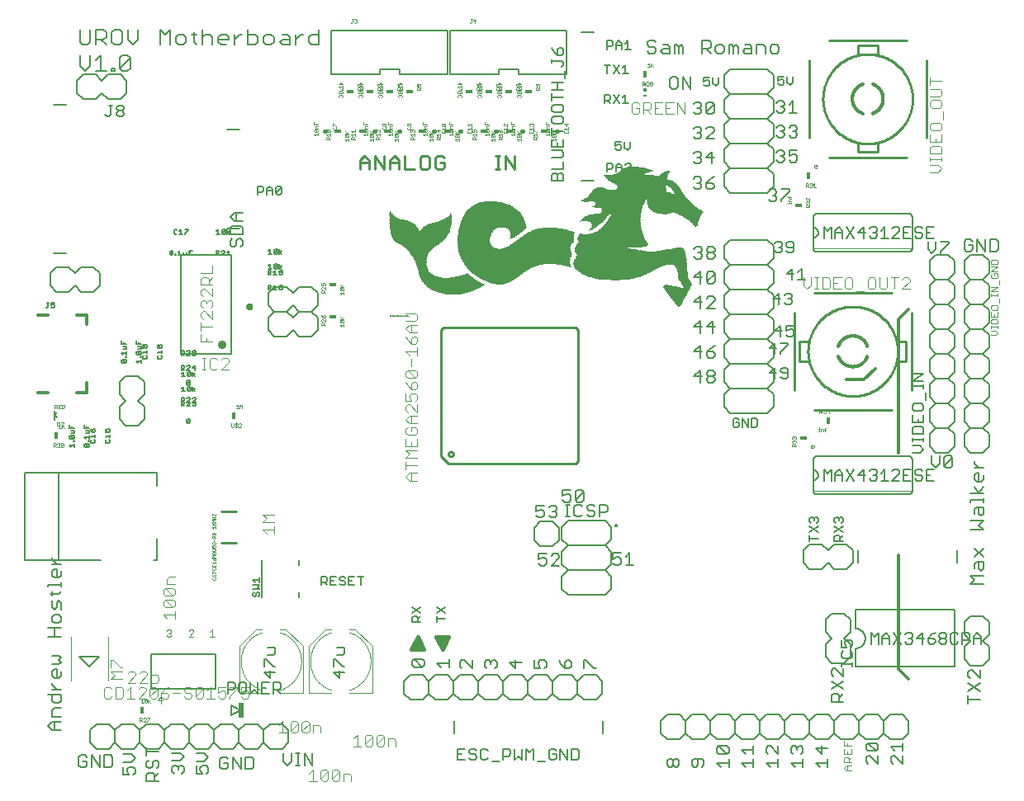
<source format=gto>
G75*
%MOIN*%
%OFA0B0*%
%FSLAX25Y25*%
%IPPOS*%
%LPD*%
%AMOC8*
5,1,8,0,0,1.08239X$1,22.5*
%
%ADD10C,0.01200*%
%ADD11C,0.01600*%
%ADD12C,0.01000*%
%ADD13C,0.00500*%
%ADD14C,0.00700*%
%ADD15C,0.00800*%
%ADD16C,0.00600*%
%ADD17C,0.00400*%
%ADD18R,0.00400X0.00100*%
%ADD19R,0.00600X0.00100*%
%ADD20R,0.00900X0.00100*%
%ADD21R,0.01100X0.00100*%
%ADD22R,0.00200X0.00100*%
%ADD23R,0.01600X0.00100*%
%ADD24R,0.01700X0.00100*%
%ADD25R,0.01500X0.00100*%
%ADD26R,0.00300X0.00100*%
%ADD27R,0.02100X0.00100*%
%ADD28R,0.02200X0.00100*%
%ADD29R,0.02400X0.00100*%
%ADD30R,0.02700X0.00100*%
%ADD31R,0.02900X0.00100*%
%ADD32R,0.03000X0.00100*%
%ADD33R,0.03200X0.00100*%
%ADD34R,0.03300X0.00100*%
%ADD35R,0.03400X0.00100*%
%ADD36R,0.04000X0.00100*%
%ADD37R,0.04100X0.00100*%
%ADD38R,0.04300X0.00100*%
%ADD39R,0.04500X0.00100*%
%ADD40R,0.04600X0.00100*%
%ADD41R,0.04700X0.00100*%
%ADD42R,0.04900X0.00100*%
%ADD43R,0.05100X0.00100*%
%ADD44R,0.05300X0.00100*%
%ADD45R,0.05000X0.00100*%
%ADD46R,0.05700X0.00100*%
%ADD47R,0.05800X0.00100*%
%ADD48R,0.05900X0.00100*%
%ADD49R,0.06100X0.00100*%
%ADD50R,0.06000X0.00100*%
%ADD51R,0.06500X0.00100*%
%ADD52R,0.06700X0.00100*%
%ADD53R,0.06800X0.00100*%
%ADD54R,0.07000X0.00100*%
%ADD55R,0.07200X0.00100*%
%ADD56R,0.02500X0.00100*%
%ADD57R,0.07400X0.00100*%
%ADD58R,0.07300X0.00100*%
%ADD59R,0.00100X0.00100*%
%ADD60R,0.07800X0.00100*%
%ADD61R,0.07900X0.00100*%
%ADD62R,0.08500X0.00100*%
%ADD63R,0.08000X0.00100*%
%ADD64R,0.08800X0.00100*%
%ADD65R,0.08200X0.00100*%
%ADD66R,0.11300X0.00100*%
%ADD67R,0.11700X0.00100*%
%ADD68R,0.11800X0.00100*%
%ADD69R,0.08100X0.00100*%
%ADD70R,0.13000X0.00100*%
%ADD71R,0.08300X0.00100*%
%ADD72R,0.13500X0.00100*%
%ADD73R,0.08900X0.00100*%
%ADD74R,0.14000X0.00100*%
%ADD75R,0.14800X0.00100*%
%ADD76R,0.09200X0.00100*%
%ADD77R,0.15000X0.00100*%
%ADD78R,0.09300X0.00100*%
%ADD79R,0.15200X0.00100*%
%ADD80R,0.00500X0.00100*%
%ADD81R,0.09400X0.00100*%
%ADD82R,0.00700X0.00100*%
%ADD83R,0.09000X0.00100*%
%ADD84R,0.15400X0.00100*%
%ADD85R,0.09100X0.00100*%
%ADD86R,0.17200X0.00100*%
%ADD87R,0.09800X0.00100*%
%ADD88R,0.16900X0.00100*%
%ADD89R,0.09900X0.00100*%
%ADD90R,0.17100X0.00100*%
%ADD91R,0.00800X0.00100*%
%ADD92R,0.10100X0.00100*%
%ADD93R,0.18300X0.00100*%
%ADD94R,0.10200X0.00100*%
%ADD95R,0.18700X0.00100*%
%ADD96R,0.19300X0.00100*%
%ADD97R,0.19400X0.00100*%
%ADD98R,0.10400X0.00100*%
%ADD99R,0.20000X0.00100*%
%ADD100R,0.07100X0.00100*%
%ADD101R,0.20400X0.00100*%
%ADD102R,0.06900X0.00100*%
%ADD103R,0.20600X0.00100*%
%ADD104R,0.06300X0.00100*%
%ADD105R,0.02600X0.00100*%
%ADD106R,0.21100X0.00100*%
%ADD107R,0.20500X0.00100*%
%ADD108R,0.05600X0.00100*%
%ADD109R,0.05200X0.00100*%
%ADD110R,0.21900X0.00100*%
%ADD111R,0.22100X0.00100*%
%ADD112R,0.21800X0.00100*%
%ADD113R,0.03100X0.00100*%
%ADD114R,0.22900X0.00100*%
%ADD115R,0.22700X0.00100*%
%ADD116R,0.01200X0.00100*%
%ADD117R,0.23600X0.00100*%
%ADD118R,0.03700X0.00100*%
%ADD119R,0.23700X0.00100*%
%ADD120R,0.03900X0.00100*%
%ADD121R,0.23400X0.00100*%
%ADD122R,0.03500X0.00100*%
%ADD123R,0.23300X0.00100*%
%ADD124R,0.23200X0.00100*%
%ADD125R,0.23000X0.00100*%
%ADD126R,0.06600X0.00100*%
%ADD127R,0.22600X0.00100*%
%ADD128R,0.07700X0.00100*%
%ADD129R,0.04200X0.00100*%
%ADD130R,0.22400X0.00100*%
%ADD131R,0.09500X0.00100*%
%ADD132R,0.22300X0.00100*%
%ADD133R,0.10500X0.00100*%
%ADD134R,0.22000X0.00100*%
%ADD135R,0.10800X0.00100*%
%ADD136R,0.21700X0.00100*%
%ADD137R,0.03600X0.00100*%
%ADD138R,0.21600X0.00100*%
%ADD139R,0.12400X0.00100*%
%ADD140R,0.08700X0.00100*%
%ADD141R,0.12700X0.00100*%
%ADD142R,0.13300X0.00100*%
%ADD143R,0.12100X0.00100*%
%ADD144R,0.21400X0.00100*%
%ADD145R,0.13600X0.00100*%
%ADD146R,0.13700X0.00100*%
%ADD147R,0.21200X0.00100*%
%ADD148R,0.14100X0.00100*%
%ADD149R,0.03800X0.00100*%
%ADD150R,0.14400X0.00100*%
%ADD151R,0.16100X0.00100*%
%ADD152R,0.15900X0.00100*%
%ADD153R,0.08400X0.00100*%
%ADD154R,0.16200X0.00100*%
%ADD155R,0.01400X0.00100*%
%ADD156R,0.18200X0.00100*%
%ADD157R,0.15700X0.00100*%
%ADD158R,0.16000X0.00100*%
%ADD159R,0.18900X0.00100*%
%ADD160R,0.01300X0.00100*%
%ADD161R,0.06400X0.00100*%
%ADD162R,0.16700X0.00100*%
%ADD163R,0.06200X0.00100*%
%ADD164R,0.16400X0.00100*%
%ADD165R,0.20800X0.00100*%
%ADD166R,0.17300X0.00100*%
%ADD167R,0.17500X0.00100*%
%ADD168R,0.22800X0.00100*%
%ADD169R,0.17600X0.00100*%
%ADD170R,0.05400X0.00100*%
%ADD171R,0.02300X0.00100*%
%ADD172R,0.22500X0.00100*%
%ADD173R,0.02000X0.00100*%
%ADD174R,0.24000X0.00100*%
%ADD175R,0.18400X0.00100*%
%ADD176R,0.24200X0.00100*%
%ADD177R,0.04800X0.00100*%
%ADD178R,0.19500X0.00100*%
%ADD179R,0.25700X0.00100*%
%ADD180R,0.19100X0.00100*%
%ADD181R,0.25300X0.00100*%
%ADD182R,0.19200X0.00100*%
%ADD183R,0.26500X0.00100*%
%ADD184R,0.20200X0.00100*%
%ADD185R,0.26800X0.00100*%
%ADD186R,0.27100X0.00100*%
%ADD187R,0.20300X0.00100*%
%ADD188R,0.26700X0.00100*%
%ADD189R,0.21000X0.00100*%
%ADD190R,0.27700X0.00100*%
%ADD191R,0.21300X0.00100*%
%ADD192R,0.28300X0.00100*%
%ADD193R,0.27800X0.00100*%
%ADD194R,0.29100X0.00100*%
%ADD195R,0.28800X0.00100*%
%ADD196R,0.28900X0.00100*%
%ADD197R,0.30000X0.00100*%
%ADD198R,0.30300X0.00100*%
%ADD199R,0.30100X0.00100*%
%ADD200R,0.31000X0.00100*%
%ADD201R,0.31200X0.00100*%
%ADD202R,0.23800X0.00100*%
%ADD203R,0.31100X0.00100*%
%ADD204R,0.24700X0.00100*%
%ADD205R,0.32300X0.00100*%
%ADD206R,0.24300X0.00100*%
%ADD207R,0.32400X0.00100*%
%ADD208R,0.32700X0.00100*%
%ADD209R,0.25500X0.00100*%
%ADD210R,0.33100X0.00100*%
%ADD211R,0.33300X0.00100*%
%ADD212R,0.25400X0.00100*%
%ADD213R,0.34000X0.00100*%
%ADD214R,0.04400X0.00100*%
%ADD215R,0.34200X0.00100*%
%ADD216R,0.26200X0.00100*%
%ADD217R,0.34500X0.00100*%
%ADD218R,0.26300X0.00100*%
%ADD219R,0.34700X0.00100*%
%ADD220R,0.27500X0.00100*%
%ADD221R,0.35000X0.00100*%
%ADD222R,0.27900X0.00100*%
%ADD223R,0.35400X0.00100*%
%ADD224R,0.34800X0.00100*%
%ADD225R,0.36000X0.00100*%
%ADD226R,0.36200X0.00100*%
%ADD227R,0.29300X0.00100*%
%ADD228R,0.35500X0.00100*%
%ADD229R,0.29900X0.00100*%
%ADD230R,0.30400X0.00100*%
%ADD231R,0.37100X0.00100*%
%ADD232R,0.05500X0.00100*%
%ADD233R,0.29700X0.00100*%
%ADD234R,0.36600X0.00100*%
%ADD235R,0.29800X0.00100*%
%ADD236R,0.31900X0.00100*%
%ADD237R,0.45700X0.00100*%
%ADD238R,0.31300X0.00100*%
%ADD239R,0.11400X0.00100*%
%ADD240R,0.42800X0.00100*%
%ADD241R,0.42900X0.00100*%
%ADD242R,0.45500X0.00100*%
%ADD243R,0.43100X0.00100*%
%ADD244R,0.43200X0.00100*%
%ADD245R,0.45400X0.00100*%
%ADD246R,0.43300X0.00100*%
%ADD247R,0.45300X0.00100*%
%ADD248R,0.43400X0.00100*%
%ADD249R,0.45200X0.00100*%
%ADD250R,0.43500X0.00100*%
%ADD251R,0.43600X0.00100*%
%ADD252R,0.43700X0.00100*%
%ADD253R,0.45100X0.00100*%
%ADD254R,0.43800X0.00100*%
%ADD255R,0.45000X0.00100*%
%ADD256R,0.44900X0.00100*%
%ADD257R,0.43900X0.00100*%
%ADD258R,0.44800X0.00100*%
%ADD259R,0.44100X0.00100*%
%ADD260R,0.44700X0.00100*%
%ADD261R,0.44300X0.00100*%
%ADD262R,0.44400X0.00100*%
%ADD263R,0.44200X0.00100*%
%ADD264R,0.44000X0.00100*%
%ADD265R,0.29200X0.00100*%
%ADD266R,0.11900X0.00100*%
%ADD267R,0.28600X0.00100*%
%ADD268R,0.11000X0.00100*%
%ADD269R,0.27200X0.00100*%
%ADD270R,0.25800X0.00100*%
%ADD271R,0.25600X0.00100*%
%ADD272R,0.08600X0.00100*%
%ADD273R,0.09600X0.00100*%
%ADD274R,0.10000X0.00100*%
%ADD275R,0.15300X0.00100*%
%ADD276R,0.27300X0.00100*%
%ADD277R,0.14900X0.00100*%
%ADD278R,0.26900X0.00100*%
%ADD279R,0.10900X0.00100*%
%ADD280R,0.14700X0.00100*%
%ADD281R,0.26600X0.00100*%
%ADD282R,0.11200X0.00100*%
%ADD283R,0.14500X0.00100*%
%ADD284R,0.26100X0.00100*%
%ADD285R,0.10600X0.00100*%
%ADD286R,0.25900X0.00100*%
%ADD287R,0.14200X0.00100*%
%ADD288R,0.20900X0.00100*%
%ADD289R,0.12000X0.00100*%
%ADD290R,0.13900X0.00100*%
%ADD291R,0.24900X0.00100*%
%ADD292R,0.12600X0.00100*%
%ADD293R,0.12800X0.00100*%
%ADD294R,0.13800X0.00100*%
%ADD295R,0.28000X0.00100*%
%ADD296R,0.24600X0.00100*%
%ADD297R,0.13200X0.00100*%
%ADD298R,0.24400X0.00100*%
%ADD299R,0.28500X0.00100*%
%ADD300R,0.24100X0.00100*%
%ADD301R,0.13400X0.00100*%
%ADD302R,0.23900X0.00100*%
%ADD303R,0.28400X0.00100*%
%ADD304R,0.15600X0.00100*%
%ADD305R,0.28200X0.00100*%
%ADD306R,0.23100X0.00100*%
%ADD307R,0.13100X0.00100*%
%ADD308R,0.17000X0.00100*%
%ADD309R,0.27600X0.00100*%
%ADD310R,0.27400X0.00100*%
%ADD311R,0.18000X0.00100*%
%ADD312R,0.19000X0.00100*%
%ADD313R,0.19600X0.00100*%
%ADD314R,0.19700X0.00100*%
%ADD315R,0.22200X0.00100*%
%ADD316R,0.27000X0.00100*%
%ADD317R,0.21500X0.00100*%
%ADD318R,0.01000X0.00100*%
%ADD319R,0.01900X0.00100*%
%ADD320R,0.12900X0.00100*%
%ADD321R,0.20100X0.00100*%
%ADD322R,0.26000X0.00100*%
%ADD323R,0.19900X0.00100*%
%ADD324R,0.19800X0.00100*%
%ADD325R,0.18500X0.00100*%
%ADD326R,0.18800X0.00100*%
%ADD327R,0.17700X0.00100*%
%ADD328R,0.18600X0.00100*%
%ADD329R,0.17400X0.00100*%
%ADD330R,0.11500X0.00100*%
%ADD331R,0.17900X0.00100*%
%ADD332R,0.15800X0.00100*%
%ADD333R,0.17800X0.00100*%
%ADD334R,0.14300X0.00100*%
%ADD335R,0.11600X0.00100*%
%ADD336R,0.16600X0.00100*%
%ADD337R,0.16500X0.00100*%
%ADD338R,0.11100X0.00100*%
%ADD339R,0.07500X0.00100*%
%ADD340R,0.15100X0.00100*%
%ADD341R,0.15500X0.00100*%
%ADD342R,0.10700X0.00100*%
%ADD343R,0.02800X0.00100*%
%ADD344R,0.10300X0.00100*%
%ADD345R,0.14600X0.00100*%
%ADD346R,0.09700X0.00100*%
%ADD347R,0.26400X0.00100*%
%ADD348R,0.25200X0.00100*%
%ADD349R,0.25100X0.00100*%
%ADD350R,0.24800X0.00100*%
%ADD351R,0.12500X0.00100*%
%ADD352R,0.24500X0.00100*%
%ADD353R,0.12300X0.00100*%
%ADD354R,0.12200X0.00100*%
%ADD355R,0.01800X0.00100*%
%ADD356R,0.23500X0.00100*%
%ADD357R,0.07600X0.00100*%
%ADD358R,0.16300X0.00100*%
%ADD359R,0.20700X0.00100*%
%ADD360R,0.18100X0.00100*%
%ADD361R,0.16800X0.00100*%
%ADD362R,0.41500X0.00100*%
%ADD363R,0.41300X0.00100*%
%ADD364R,0.40900X0.00100*%
%ADD365R,0.40700X0.00100*%
%ADD366R,0.40300X0.00100*%
%ADD367R,0.40000X0.00100*%
%ADD368R,0.39700X0.00100*%
%ADD369R,0.39600X0.00100*%
%ADD370R,0.39200X0.00100*%
%ADD371R,0.39100X0.00100*%
%ADD372R,0.38900X0.00100*%
%ADD373R,0.38700X0.00100*%
%ADD374R,0.38600X0.00100*%
%ADD375R,0.38400X0.00100*%
%ADD376R,0.38100X0.00100*%
%ADD377R,0.37900X0.00100*%
%ADD378R,0.37800X0.00100*%
%ADD379R,0.33600X0.00100*%
%ADD380R,0.32900X0.00100*%
%ADD381R,0.32600X0.00100*%
%ADD382R,0.32200X0.00100*%
%ADD383R,0.31400X0.00100*%
%ADD384R,0.30600X0.00100*%
%ADD385R,0.29600X0.00100*%
%ADD386R,0.25000X0.00100*%
%ADD387C,0.00000*%
%ADD388R,0.01181X0.00591*%
%ADD389R,0.01181X0.01181*%
%ADD390C,0.00866*%
%ADD391C,0.00100*%
%ADD392R,0.02400X0.06200*%
%ADD393R,0.03000X0.01500*%
%ADD394C,0.01500*%
%ADD395C,0.03482*%
%ADD396R,0.01500X0.03000*%
%ADD397C,0.00200*%
%ADD398C,0.00300*%
D10*
X0013472Y0162052D02*
X0017409Y0162052D01*
X0029220Y0162052D02*
X0033157Y0162052D01*
X0033157Y0165989D01*
X0033157Y0189611D02*
X0033157Y0193548D01*
X0033086Y0193520D02*
X0029220Y0193520D01*
X0029220Y0193548D01*
X0017409Y0193548D02*
X0013472Y0193548D01*
X0098139Y0196800D02*
X0098141Y0196853D01*
X0098147Y0196905D01*
X0098157Y0196957D01*
X0098170Y0197008D01*
X0098188Y0197058D01*
X0098209Y0197107D01*
X0098234Y0197154D01*
X0098262Y0197198D01*
X0098293Y0197241D01*
X0098328Y0197281D01*
X0098365Y0197318D01*
X0098405Y0197353D01*
X0098448Y0197384D01*
X0098493Y0197412D01*
X0098539Y0197437D01*
X0098588Y0197458D01*
X0098638Y0197476D01*
X0098689Y0197489D01*
X0098741Y0197499D01*
X0098793Y0197505D01*
X0098846Y0197507D01*
X0098899Y0197505D01*
X0098951Y0197499D01*
X0099003Y0197489D01*
X0099054Y0197476D01*
X0099104Y0197458D01*
X0099153Y0197437D01*
X0099200Y0197412D01*
X0099244Y0197384D01*
X0099287Y0197353D01*
X0099327Y0197318D01*
X0099364Y0197281D01*
X0099399Y0197241D01*
X0099430Y0197198D01*
X0099458Y0197153D01*
X0099483Y0197107D01*
X0099504Y0197058D01*
X0099522Y0197008D01*
X0099535Y0196957D01*
X0099545Y0196905D01*
X0099551Y0196853D01*
X0099553Y0196800D01*
X0099551Y0196747D01*
X0099545Y0196695D01*
X0099535Y0196643D01*
X0099522Y0196592D01*
X0099504Y0196542D01*
X0099483Y0196493D01*
X0099458Y0196446D01*
X0099430Y0196402D01*
X0099399Y0196359D01*
X0099364Y0196319D01*
X0099327Y0196282D01*
X0099287Y0196247D01*
X0099244Y0196216D01*
X0099199Y0196188D01*
X0099153Y0196163D01*
X0099104Y0196142D01*
X0099054Y0196124D01*
X0099003Y0196111D01*
X0098951Y0196101D01*
X0098899Y0196095D01*
X0098846Y0196093D01*
X0098793Y0196095D01*
X0098741Y0196101D01*
X0098689Y0196111D01*
X0098638Y0196124D01*
X0098588Y0196142D01*
X0098539Y0196163D01*
X0098492Y0196188D01*
X0098448Y0196216D01*
X0098405Y0196247D01*
X0098365Y0196282D01*
X0098328Y0196319D01*
X0098293Y0196359D01*
X0098262Y0196402D01*
X0098234Y0196447D01*
X0098209Y0196493D01*
X0098188Y0196542D01*
X0098170Y0196592D01*
X0098157Y0196643D01*
X0098147Y0196695D01*
X0098141Y0196747D01*
X0098139Y0196800D01*
X0339846Y0167300D02*
X0346846Y0167300D01*
X0351346Y0171800D01*
X0348252Y0180769D02*
X0348200Y0180917D01*
X0348145Y0181064D01*
X0348086Y0181210D01*
X0348023Y0181354D01*
X0347957Y0181496D01*
X0347887Y0181637D01*
X0347814Y0181776D01*
X0347737Y0181913D01*
X0347657Y0182048D01*
X0347573Y0182181D01*
X0347486Y0182311D01*
X0347396Y0182440D01*
X0347302Y0182566D01*
X0347206Y0182690D01*
X0347106Y0182811D01*
X0347003Y0182930D01*
X0346898Y0183046D01*
X0346789Y0183160D01*
X0346678Y0183271D01*
X0346564Y0183379D01*
X0346447Y0183483D01*
X0346327Y0183585D01*
X0346205Y0183684D01*
X0346081Y0183780D01*
X0345954Y0183873D01*
X0345825Y0183962D01*
X0345693Y0184048D01*
X0345560Y0184131D01*
X0345424Y0184211D01*
X0345287Y0184287D01*
X0345148Y0184359D01*
X0345006Y0184428D01*
X0344864Y0184493D01*
X0344719Y0184555D01*
X0344573Y0184613D01*
X0344426Y0184667D01*
X0344277Y0184718D01*
X0344127Y0184765D01*
X0343976Y0184808D01*
X0343824Y0184847D01*
X0343671Y0184882D01*
X0343517Y0184914D01*
X0343362Y0184941D01*
X0343207Y0184965D01*
X0343051Y0184985D01*
X0342895Y0185001D01*
X0342738Y0185013D01*
X0342582Y0185021D01*
X0342425Y0185025D01*
X0342267Y0185025D01*
X0342110Y0185021D01*
X0341954Y0185013D01*
X0341797Y0185001D01*
X0341641Y0184985D01*
X0341485Y0184965D01*
X0341330Y0184941D01*
X0341175Y0184914D01*
X0341021Y0184882D01*
X0340868Y0184847D01*
X0340716Y0184808D01*
X0340565Y0184765D01*
X0340415Y0184718D01*
X0340266Y0184667D01*
X0340119Y0184613D01*
X0339973Y0184555D01*
X0339828Y0184493D01*
X0339686Y0184428D01*
X0339544Y0184359D01*
X0339405Y0184287D01*
X0339268Y0184211D01*
X0339132Y0184131D01*
X0338999Y0184048D01*
X0338867Y0183962D01*
X0338738Y0183873D01*
X0338611Y0183780D01*
X0338487Y0183684D01*
X0338365Y0183585D01*
X0338245Y0183483D01*
X0338128Y0183379D01*
X0338014Y0183271D01*
X0337903Y0183160D01*
X0337794Y0183046D01*
X0337689Y0182930D01*
X0337586Y0182811D01*
X0337486Y0182690D01*
X0337390Y0182566D01*
X0337296Y0182440D01*
X0337206Y0182311D01*
X0337119Y0182181D01*
X0337035Y0182048D01*
X0336955Y0181913D01*
X0336878Y0181776D01*
X0336805Y0181637D01*
X0336735Y0181496D01*
X0336669Y0181354D01*
X0336606Y0181210D01*
X0336547Y0181064D01*
X0336492Y0180917D01*
X0336440Y0180769D01*
X0336440Y0176831D02*
X0336492Y0176683D01*
X0336547Y0176536D01*
X0336606Y0176390D01*
X0336669Y0176246D01*
X0336735Y0176104D01*
X0336805Y0175963D01*
X0336878Y0175824D01*
X0336955Y0175687D01*
X0337035Y0175552D01*
X0337119Y0175419D01*
X0337206Y0175289D01*
X0337296Y0175160D01*
X0337390Y0175034D01*
X0337486Y0174910D01*
X0337586Y0174789D01*
X0337689Y0174670D01*
X0337794Y0174554D01*
X0337903Y0174440D01*
X0338014Y0174329D01*
X0338128Y0174221D01*
X0338245Y0174117D01*
X0338365Y0174015D01*
X0338487Y0173916D01*
X0338611Y0173820D01*
X0338738Y0173727D01*
X0338867Y0173638D01*
X0338999Y0173552D01*
X0339132Y0173469D01*
X0339268Y0173389D01*
X0339405Y0173313D01*
X0339544Y0173241D01*
X0339686Y0173172D01*
X0339828Y0173107D01*
X0339973Y0173045D01*
X0340119Y0172987D01*
X0340266Y0172933D01*
X0340415Y0172882D01*
X0340565Y0172835D01*
X0340716Y0172792D01*
X0340868Y0172753D01*
X0341021Y0172718D01*
X0341175Y0172686D01*
X0341330Y0172659D01*
X0341485Y0172635D01*
X0341641Y0172615D01*
X0341797Y0172599D01*
X0341954Y0172587D01*
X0342110Y0172579D01*
X0342267Y0172575D01*
X0342425Y0172575D01*
X0342582Y0172579D01*
X0342738Y0172587D01*
X0342895Y0172599D01*
X0343051Y0172615D01*
X0343207Y0172635D01*
X0343362Y0172659D01*
X0343517Y0172686D01*
X0343671Y0172718D01*
X0343824Y0172753D01*
X0343976Y0172792D01*
X0344127Y0172835D01*
X0344277Y0172882D01*
X0344426Y0172933D01*
X0344573Y0172987D01*
X0344719Y0173045D01*
X0344864Y0173107D01*
X0345006Y0173172D01*
X0345148Y0173241D01*
X0345287Y0173313D01*
X0345424Y0173389D01*
X0345560Y0173469D01*
X0345693Y0173552D01*
X0345825Y0173638D01*
X0345954Y0173727D01*
X0346081Y0173820D01*
X0346205Y0173916D01*
X0346327Y0174015D01*
X0346447Y0174117D01*
X0346564Y0174221D01*
X0346678Y0174329D01*
X0346789Y0174440D01*
X0346898Y0174554D01*
X0347003Y0174670D01*
X0347106Y0174789D01*
X0347206Y0174910D01*
X0347302Y0175034D01*
X0347396Y0175160D01*
X0347486Y0175289D01*
X0347573Y0175419D01*
X0347657Y0175552D01*
X0347737Y0175687D01*
X0347814Y0175824D01*
X0347887Y0175963D01*
X0347957Y0176104D01*
X0348023Y0176246D01*
X0348086Y0176390D01*
X0348145Y0176536D01*
X0348200Y0176683D01*
X0348252Y0176831D01*
X0360846Y0191800D02*
X0364846Y0195800D01*
X0360846Y0191800D02*
X0360846Y0137800D01*
X0360846Y0096300D02*
X0360846Y0050300D01*
X0364846Y0046300D01*
X0346377Y0274894D02*
X0346229Y0274946D01*
X0346082Y0275001D01*
X0345936Y0275060D01*
X0345792Y0275123D01*
X0345650Y0275189D01*
X0345509Y0275259D01*
X0345370Y0275332D01*
X0345233Y0275409D01*
X0345098Y0275489D01*
X0344965Y0275573D01*
X0344835Y0275660D01*
X0344706Y0275750D01*
X0344580Y0275844D01*
X0344456Y0275940D01*
X0344335Y0276040D01*
X0344216Y0276143D01*
X0344100Y0276248D01*
X0343986Y0276357D01*
X0343875Y0276468D01*
X0343767Y0276582D01*
X0343663Y0276699D01*
X0343561Y0276819D01*
X0343462Y0276941D01*
X0343366Y0277065D01*
X0343273Y0277192D01*
X0343184Y0277321D01*
X0343098Y0277453D01*
X0343015Y0277586D01*
X0342935Y0277722D01*
X0342859Y0277859D01*
X0342787Y0277998D01*
X0342718Y0278140D01*
X0342653Y0278282D01*
X0342591Y0278427D01*
X0342533Y0278573D01*
X0342479Y0278720D01*
X0342428Y0278869D01*
X0342381Y0279019D01*
X0342338Y0279170D01*
X0342299Y0279322D01*
X0342264Y0279475D01*
X0342232Y0279629D01*
X0342205Y0279784D01*
X0342181Y0279939D01*
X0342161Y0280095D01*
X0342145Y0280251D01*
X0342133Y0280408D01*
X0342125Y0280564D01*
X0342121Y0280721D01*
X0342121Y0280879D01*
X0342125Y0281036D01*
X0342133Y0281192D01*
X0342145Y0281349D01*
X0342161Y0281505D01*
X0342181Y0281661D01*
X0342205Y0281816D01*
X0342232Y0281971D01*
X0342264Y0282125D01*
X0342299Y0282278D01*
X0342338Y0282430D01*
X0342381Y0282581D01*
X0342428Y0282731D01*
X0342479Y0282880D01*
X0342533Y0283027D01*
X0342591Y0283173D01*
X0342653Y0283318D01*
X0342718Y0283460D01*
X0342787Y0283602D01*
X0342859Y0283741D01*
X0342935Y0283878D01*
X0343015Y0284014D01*
X0343098Y0284147D01*
X0343184Y0284279D01*
X0343273Y0284408D01*
X0343366Y0284535D01*
X0343462Y0284659D01*
X0343561Y0284781D01*
X0343663Y0284901D01*
X0343767Y0285018D01*
X0343875Y0285132D01*
X0343986Y0285243D01*
X0344100Y0285352D01*
X0344216Y0285457D01*
X0344335Y0285560D01*
X0344456Y0285660D01*
X0344580Y0285756D01*
X0344706Y0285850D01*
X0344835Y0285940D01*
X0344965Y0286027D01*
X0345098Y0286111D01*
X0345233Y0286191D01*
X0345370Y0286268D01*
X0345509Y0286341D01*
X0345650Y0286411D01*
X0345792Y0286477D01*
X0345936Y0286540D01*
X0346082Y0286599D01*
X0346229Y0286654D01*
X0346377Y0286706D01*
X0350315Y0286706D02*
X0350463Y0286654D01*
X0350610Y0286599D01*
X0350756Y0286540D01*
X0350900Y0286477D01*
X0351042Y0286411D01*
X0351183Y0286341D01*
X0351322Y0286268D01*
X0351459Y0286191D01*
X0351594Y0286111D01*
X0351727Y0286027D01*
X0351857Y0285940D01*
X0351986Y0285850D01*
X0352112Y0285756D01*
X0352236Y0285660D01*
X0352357Y0285560D01*
X0352476Y0285457D01*
X0352592Y0285352D01*
X0352706Y0285243D01*
X0352817Y0285132D01*
X0352925Y0285018D01*
X0353029Y0284901D01*
X0353131Y0284781D01*
X0353230Y0284659D01*
X0353326Y0284535D01*
X0353419Y0284408D01*
X0353508Y0284279D01*
X0353594Y0284147D01*
X0353677Y0284014D01*
X0353757Y0283878D01*
X0353833Y0283741D01*
X0353905Y0283602D01*
X0353974Y0283460D01*
X0354039Y0283318D01*
X0354101Y0283173D01*
X0354159Y0283027D01*
X0354213Y0282880D01*
X0354264Y0282731D01*
X0354311Y0282581D01*
X0354354Y0282430D01*
X0354393Y0282278D01*
X0354428Y0282125D01*
X0354460Y0281971D01*
X0354487Y0281816D01*
X0354511Y0281661D01*
X0354531Y0281505D01*
X0354547Y0281349D01*
X0354559Y0281192D01*
X0354567Y0281036D01*
X0354571Y0280879D01*
X0354571Y0280721D01*
X0354567Y0280564D01*
X0354559Y0280408D01*
X0354547Y0280251D01*
X0354531Y0280095D01*
X0354511Y0279939D01*
X0354487Y0279784D01*
X0354460Y0279629D01*
X0354428Y0279475D01*
X0354393Y0279322D01*
X0354354Y0279170D01*
X0354311Y0279019D01*
X0354264Y0278869D01*
X0354213Y0278720D01*
X0354159Y0278573D01*
X0354101Y0278427D01*
X0354039Y0278282D01*
X0353974Y0278140D01*
X0353905Y0277998D01*
X0353833Y0277859D01*
X0353757Y0277722D01*
X0353677Y0277586D01*
X0353594Y0277453D01*
X0353508Y0277321D01*
X0353419Y0277192D01*
X0353326Y0277065D01*
X0353230Y0276941D01*
X0353131Y0276819D01*
X0353029Y0276699D01*
X0352925Y0276582D01*
X0352817Y0276468D01*
X0352706Y0276357D01*
X0352592Y0276248D01*
X0352476Y0276143D01*
X0352357Y0276040D01*
X0352236Y0275940D01*
X0352112Y0275844D01*
X0351986Y0275750D01*
X0351857Y0275660D01*
X0351727Y0275573D01*
X0351594Y0275489D01*
X0351459Y0275409D01*
X0351322Y0275332D01*
X0351183Y0275259D01*
X0351042Y0275189D01*
X0350900Y0275123D01*
X0350756Y0275060D01*
X0350610Y0275001D01*
X0350463Y0274946D01*
X0350315Y0274894D01*
D11*
X0179096Y0063550D02*
X0176596Y0061050D01*
X0174096Y0063550D01*
X0176596Y0063550D01*
X0176596Y0061050D01*
X0176596Y0063550D02*
X0179096Y0063550D01*
X0176596Y0058550D01*
X0174096Y0063550D01*
X0169096Y0058550D02*
X0166596Y0061050D01*
X0166596Y0058550D01*
X0164096Y0058550D01*
X0166596Y0061050D01*
X0166596Y0063550D02*
X0169096Y0058550D01*
X0166596Y0058550D01*
X0164096Y0058550D02*
X0166596Y0063550D01*
D12*
X0179110Y0133337D02*
X0230291Y0133337D01*
X0231276Y0134321D01*
X0231276Y0187471D01*
X0230291Y0188455D01*
X0177142Y0188455D01*
X0176157Y0187471D01*
X0176157Y0136290D01*
X0179110Y0133337D01*
X0179110Y0137274D02*
X0179112Y0137336D01*
X0179118Y0137399D01*
X0179128Y0137460D01*
X0179142Y0137521D01*
X0179159Y0137581D01*
X0179180Y0137640D01*
X0179206Y0137697D01*
X0179234Y0137752D01*
X0179266Y0137806D01*
X0179302Y0137857D01*
X0179340Y0137907D01*
X0179382Y0137953D01*
X0179426Y0137997D01*
X0179474Y0138038D01*
X0179523Y0138076D01*
X0179575Y0138110D01*
X0179629Y0138141D01*
X0179685Y0138169D01*
X0179743Y0138193D01*
X0179802Y0138214D01*
X0179862Y0138230D01*
X0179923Y0138243D01*
X0179985Y0138252D01*
X0180047Y0138257D01*
X0180110Y0138258D01*
X0180172Y0138255D01*
X0180234Y0138248D01*
X0180296Y0138237D01*
X0180356Y0138222D01*
X0180416Y0138204D01*
X0180474Y0138182D01*
X0180531Y0138156D01*
X0180586Y0138126D01*
X0180639Y0138093D01*
X0180690Y0138057D01*
X0180738Y0138018D01*
X0180784Y0137975D01*
X0180827Y0137930D01*
X0180867Y0137882D01*
X0180904Y0137832D01*
X0180938Y0137779D01*
X0180969Y0137725D01*
X0180995Y0137669D01*
X0181019Y0137611D01*
X0181038Y0137551D01*
X0181054Y0137491D01*
X0181066Y0137429D01*
X0181074Y0137368D01*
X0181078Y0137305D01*
X0181078Y0137243D01*
X0181074Y0137180D01*
X0181066Y0137119D01*
X0181054Y0137057D01*
X0181038Y0136997D01*
X0181019Y0136937D01*
X0180995Y0136879D01*
X0180969Y0136823D01*
X0180938Y0136769D01*
X0180904Y0136716D01*
X0180867Y0136666D01*
X0180827Y0136618D01*
X0180784Y0136573D01*
X0180738Y0136530D01*
X0180690Y0136491D01*
X0180639Y0136455D01*
X0180586Y0136422D01*
X0180531Y0136392D01*
X0180474Y0136366D01*
X0180416Y0136344D01*
X0180356Y0136326D01*
X0180296Y0136311D01*
X0180234Y0136300D01*
X0180172Y0136293D01*
X0180110Y0136290D01*
X0180047Y0136291D01*
X0179985Y0136296D01*
X0179923Y0136305D01*
X0179862Y0136318D01*
X0179802Y0136334D01*
X0179743Y0136355D01*
X0179685Y0136379D01*
X0179629Y0136407D01*
X0179575Y0136438D01*
X0179523Y0136472D01*
X0179474Y0136510D01*
X0179426Y0136551D01*
X0179382Y0136595D01*
X0179340Y0136641D01*
X0179302Y0136691D01*
X0179266Y0136742D01*
X0179234Y0136796D01*
X0179206Y0136851D01*
X0179180Y0136908D01*
X0179159Y0136967D01*
X0179142Y0137027D01*
X0179128Y0137088D01*
X0179118Y0137149D01*
X0179112Y0137212D01*
X0179110Y0137274D01*
X0318724Y0163131D02*
X0318724Y0194469D01*
X0326677Y0202422D02*
X0358016Y0202422D01*
X0365969Y0194469D02*
X0365969Y0163131D01*
X0358016Y0155178D02*
X0326677Y0155178D01*
X0324346Y0174800D02*
X0320846Y0174800D01*
X0320846Y0182800D01*
X0324346Y0182800D01*
X0324251Y0178800D02*
X0324256Y0179244D01*
X0324273Y0179688D01*
X0324300Y0180131D01*
X0324338Y0180574D01*
X0324387Y0181015D01*
X0324447Y0181455D01*
X0324517Y0181894D01*
X0324599Y0182330D01*
X0324691Y0182765D01*
X0324793Y0183197D01*
X0324906Y0183626D01*
X0325030Y0184053D01*
X0325164Y0184476D01*
X0325309Y0184896D01*
X0325463Y0185312D01*
X0325628Y0185725D01*
X0325803Y0186133D01*
X0325988Y0186537D01*
X0326183Y0186936D01*
X0326388Y0187330D01*
X0326602Y0187719D01*
X0326825Y0188103D01*
X0327058Y0188481D01*
X0327301Y0188853D01*
X0327552Y0189219D01*
X0327812Y0189579D01*
X0328081Y0189933D01*
X0328358Y0190279D01*
X0328644Y0190619D01*
X0328938Y0190952D01*
X0329241Y0191277D01*
X0329551Y0191595D01*
X0329869Y0191905D01*
X0330194Y0192208D01*
X0330527Y0192502D01*
X0330867Y0192788D01*
X0331213Y0193065D01*
X0331567Y0193334D01*
X0331927Y0193594D01*
X0332293Y0193845D01*
X0332665Y0194088D01*
X0333043Y0194321D01*
X0333427Y0194544D01*
X0333816Y0194758D01*
X0334210Y0194963D01*
X0334609Y0195158D01*
X0335013Y0195343D01*
X0335421Y0195518D01*
X0335834Y0195683D01*
X0336250Y0195837D01*
X0336670Y0195982D01*
X0337093Y0196116D01*
X0337520Y0196240D01*
X0337949Y0196353D01*
X0338381Y0196455D01*
X0338816Y0196547D01*
X0339252Y0196629D01*
X0339691Y0196699D01*
X0340131Y0196759D01*
X0340572Y0196808D01*
X0341015Y0196846D01*
X0341458Y0196873D01*
X0341902Y0196890D01*
X0342346Y0196895D01*
X0342790Y0196890D01*
X0343234Y0196873D01*
X0343677Y0196846D01*
X0344120Y0196808D01*
X0344561Y0196759D01*
X0345001Y0196699D01*
X0345440Y0196629D01*
X0345876Y0196547D01*
X0346311Y0196455D01*
X0346743Y0196353D01*
X0347172Y0196240D01*
X0347599Y0196116D01*
X0348022Y0195982D01*
X0348442Y0195837D01*
X0348858Y0195683D01*
X0349271Y0195518D01*
X0349679Y0195343D01*
X0350083Y0195158D01*
X0350482Y0194963D01*
X0350876Y0194758D01*
X0351265Y0194544D01*
X0351649Y0194321D01*
X0352027Y0194088D01*
X0352399Y0193845D01*
X0352765Y0193594D01*
X0353125Y0193334D01*
X0353479Y0193065D01*
X0353825Y0192788D01*
X0354165Y0192502D01*
X0354498Y0192208D01*
X0354823Y0191905D01*
X0355141Y0191595D01*
X0355451Y0191277D01*
X0355754Y0190952D01*
X0356048Y0190619D01*
X0356334Y0190279D01*
X0356611Y0189933D01*
X0356880Y0189579D01*
X0357140Y0189219D01*
X0357391Y0188853D01*
X0357634Y0188481D01*
X0357867Y0188103D01*
X0358090Y0187719D01*
X0358304Y0187330D01*
X0358509Y0186936D01*
X0358704Y0186537D01*
X0358889Y0186133D01*
X0359064Y0185725D01*
X0359229Y0185312D01*
X0359383Y0184896D01*
X0359528Y0184476D01*
X0359662Y0184053D01*
X0359786Y0183626D01*
X0359899Y0183197D01*
X0360001Y0182765D01*
X0360093Y0182330D01*
X0360175Y0181894D01*
X0360245Y0181455D01*
X0360305Y0181015D01*
X0360354Y0180574D01*
X0360392Y0180131D01*
X0360419Y0179688D01*
X0360436Y0179244D01*
X0360441Y0178800D01*
X0360436Y0178356D01*
X0360419Y0177912D01*
X0360392Y0177469D01*
X0360354Y0177026D01*
X0360305Y0176585D01*
X0360245Y0176145D01*
X0360175Y0175706D01*
X0360093Y0175270D01*
X0360001Y0174835D01*
X0359899Y0174403D01*
X0359786Y0173974D01*
X0359662Y0173547D01*
X0359528Y0173124D01*
X0359383Y0172704D01*
X0359229Y0172288D01*
X0359064Y0171875D01*
X0358889Y0171467D01*
X0358704Y0171063D01*
X0358509Y0170664D01*
X0358304Y0170270D01*
X0358090Y0169881D01*
X0357867Y0169497D01*
X0357634Y0169119D01*
X0357391Y0168747D01*
X0357140Y0168381D01*
X0356880Y0168021D01*
X0356611Y0167667D01*
X0356334Y0167321D01*
X0356048Y0166981D01*
X0355754Y0166648D01*
X0355451Y0166323D01*
X0355141Y0166005D01*
X0354823Y0165695D01*
X0354498Y0165392D01*
X0354165Y0165098D01*
X0353825Y0164812D01*
X0353479Y0164535D01*
X0353125Y0164266D01*
X0352765Y0164006D01*
X0352399Y0163755D01*
X0352027Y0163512D01*
X0351649Y0163279D01*
X0351265Y0163056D01*
X0350876Y0162842D01*
X0350482Y0162637D01*
X0350083Y0162442D01*
X0349679Y0162257D01*
X0349271Y0162082D01*
X0348858Y0161917D01*
X0348442Y0161763D01*
X0348022Y0161618D01*
X0347599Y0161484D01*
X0347172Y0161360D01*
X0346743Y0161247D01*
X0346311Y0161145D01*
X0345876Y0161053D01*
X0345440Y0160971D01*
X0345001Y0160901D01*
X0344561Y0160841D01*
X0344120Y0160792D01*
X0343677Y0160754D01*
X0343234Y0160727D01*
X0342790Y0160710D01*
X0342346Y0160705D01*
X0341902Y0160710D01*
X0341458Y0160727D01*
X0341015Y0160754D01*
X0340572Y0160792D01*
X0340131Y0160841D01*
X0339691Y0160901D01*
X0339252Y0160971D01*
X0338816Y0161053D01*
X0338381Y0161145D01*
X0337949Y0161247D01*
X0337520Y0161360D01*
X0337093Y0161484D01*
X0336670Y0161618D01*
X0336250Y0161763D01*
X0335834Y0161917D01*
X0335421Y0162082D01*
X0335013Y0162257D01*
X0334609Y0162442D01*
X0334210Y0162637D01*
X0333816Y0162842D01*
X0333427Y0163056D01*
X0333043Y0163279D01*
X0332665Y0163512D01*
X0332293Y0163755D01*
X0331927Y0164006D01*
X0331567Y0164266D01*
X0331213Y0164535D01*
X0330867Y0164812D01*
X0330527Y0165098D01*
X0330194Y0165392D01*
X0329869Y0165695D01*
X0329551Y0166005D01*
X0329241Y0166323D01*
X0328938Y0166648D01*
X0328644Y0166981D01*
X0328358Y0167321D01*
X0328081Y0167667D01*
X0327812Y0168021D01*
X0327552Y0168381D01*
X0327301Y0168747D01*
X0327058Y0169119D01*
X0326825Y0169497D01*
X0326602Y0169881D01*
X0326388Y0170270D01*
X0326183Y0170664D01*
X0325988Y0171063D01*
X0325803Y0171467D01*
X0325628Y0171875D01*
X0325463Y0172288D01*
X0325309Y0172704D01*
X0325164Y0173124D01*
X0325030Y0173547D01*
X0324906Y0173974D01*
X0324793Y0174403D01*
X0324691Y0174835D01*
X0324599Y0175270D01*
X0324517Y0175706D01*
X0324447Y0176145D01*
X0324387Y0176585D01*
X0324338Y0177026D01*
X0324300Y0177469D01*
X0324273Y0177912D01*
X0324256Y0178356D01*
X0324251Y0178800D01*
X0360346Y0174800D02*
X0363846Y0174800D01*
X0363846Y0182800D01*
X0360346Y0182800D01*
X0364016Y0257178D02*
X0332677Y0257178D01*
X0324724Y0265131D02*
X0324724Y0296469D01*
X0332677Y0304422D02*
X0364016Y0304422D01*
X0371969Y0296469D02*
X0371969Y0265131D01*
X0352346Y0262800D02*
X0352346Y0259300D01*
X0344346Y0259300D01*
X0344346Y0262800D01*
X0330251Y0280800D02*
X0330256Y0281244D01*
X0330273Y0281688D01*
X0330300Y0282131D01*
X0330338Y0282574D01*
X0330387Y0283015D01*
X0330447Y0283455D01*
X0330517Y0283894D01*
X0330599Y0284330D01*
X0330691Y0284765D01*
X0330793Y0285197D01*
X0330906Y0285626D01*
X0331030Y0286053D01*
X0331164Y0286476D01*
X0331309Y0286896D01*
X0331463Y0287312D01*
X0331628Y0287725D01*
X0331803Y0288133D01*
X0331988Y0288537D01*
X0332183Y0288936D01*
X0332388Y0289330D01*
X0332602Y0289719D01*
X0332825Y0290103D01*
X0333058Y0290481D01*
X0333301Y0290853D01*
X0333552Y0291219D01*
X0333812Y0291579D01*
X0334081Y0291933D01*
X0334358Y0292279D01*
X0334644Y0292619D01*
X0334938Y0292952D01*
X0335241Y0293277D01*
X0335551Y0293595D01*
X0335869Y0293905D01*
X0336194Y0294208D01*
X0336527Y0294502D01*
X0336867Y0294788D01*
X0337213Y0295065D01*
X0337567Y0295334D01*
X0337927Y0295594D01*
X0338293Y0295845D01*
X0338665Y0296088D01*
X0339043Y0296321D01*
X0339427Y0296544D01*
X0339816Y0296758D01*
X0340210Y0296963D01*
X0340609Y0297158D01*
X0341013Y0297343D01*
X0341421Y0297518D01*
X0341834Y0297683D01*
X0342250Y0297837D01*
X0342670Y0297982D01*
X0343093Y0298116D01*
X0343520Y0298240D01*
X0343949Y0298353D01*
X0344381Y0298455D01*
X0344816Y0298547D01*
X0345252Y0298629D01*
X0345691Y0298699D01*
X0346131Y0298759D01*
X0346572Y0298808D01*
X0347015Y0298846D01*
X0347458Y0298873D01*
X0347902Y0298890D01*
X0348346Y0298895D01*
X0348790Y0298890D01*
X0349234Y0298873D01*
X0349677Y0298846D01*
X0350120Y0298808D01*
X0350561Y0298759D01*
X0351001Y0298699D01*
X0351440Y0298629D01*
X0351876Y0298547D01*
X0352311Y0298455D01*
X0352743Y0298353D01*
X0353172Y0298240D01*
X0353599Y0298116D01*
X0354022Y0297982D01*
X0354442Y0297837D01*
X0354858Y0297683D01*
X0355271Y0297518D01*
X0355679Y0297343D01*
X0356083Y0297158D01*
X0356482Y0296963D01*
X0356876Y0296758D01*
X0357265Y0296544D01*
X0357649Y0296321D01*
X0358027Y0296088D01*
X0358399Y0295845D01*
X0358765Y0295594D01*
X0359125Y0295334D01*
X0359479Y0295065D01*
X0359825Y0294788D01*
X0360165Y0294502D01*
X0360498Y0294208D01*
X0360823Y0293905D01*
X0361141Y0293595D01*
X0361451Y0293277D01*
X0361754Y0292952D01*
X0362048Y0292619D01*
X0362334Y0292279D01*
X0362611Y0291933D01*
X0362880Y0291579D01*
X0363140Y0291219D01*
X0363391Y0290853D01*
X0363634Y0290481D01*
X0363867Y0290103D01*
X0364090Y0289719D01*
X0364304Y0289330D01*
X0364509Y0288936D01*
X0364704Y0288537D01*
X0364889Y0288133D01*
X0365064Y0287725D01*
X0365229Y0287312D01*
X0365383Y0286896D01*
X0365528Y0286476D01*
X0365662Y0286053D01*
X0365786Y0285626D01*
X0365899Y0285197D01*
X0366001Y0284765D01*
X0366093Y0284330D01*
X0366175Y0283894D01*
X0366245Y0283455D01*
X0366305Y0283015D01*
X0366354Y0282574D01*
X0366392Y0282131D01*
X0366419Y0281688D01*
X0366436Y0281244D01*
X0366441Y0280800D01*
X0366436Y0280356D01*
X0366419Y0279912D01*
X0366392Y0279469D01*
X0366354Y0279026D01*
X0366305Y0278585D01*
X0366245Y0278145D01*
X0366175Y0277706D01*
X0366093Y0277270D01*
X0366001Y0276835D01*
X0365899Y0276403D01*
X0365786Y0275974D01*
X0365662Y0275547D01*
X0365528Y0275124D01*
X0365383Y0274704D01*
X0365229Y0274288D01*
X0365064Y0273875D01*
X0364889Y0273467D01*
X0364704Y0273063D01*
X0364509Y0272664D01*
X0364304Y0272270D01*
X0364090Y0271881D01*
X0363867Y0271497D01*
X0363634Y0271119D01*
X0363391Y0270747D01*
X0363140Y0270381D01*
X0362880Y0270021D01*
X0362611Y0269667D01*
X0362334Y0269321D01*
X0362048Y0268981D01*
X0361754Y0268648D01*
X0361451Y0268323D01*
X0361141Y0268005D01*
X0360823Y0267695D01*
X0360498Y0267392D01*
X0360165Y0267098D01*
X0359825Y0266812D01*
X0359479Y0266535D01*
X0359125Y0266266D01*
X0358765Y0266006D01*
X0358399Y0265755D01*
X0358027Y0265512D01*
X0357649Y0265279D01*
X0357265Y0265056D01*
X0356876Y0264842D01*
X0356482Y0264637D01*
X0356083Y0264442D01*
X0355679Y0264257D01*
X0355271Y0264082D01*
X0354858Y0263917D01*
X0354442Y0263763D01*
X0354022Y0263618D01*
X0353599Y0263484D01*
X0353172Y0263360D01*
X0352743Y0263247D01*
X0352311Y0263145D01*
X0351876Y0263053D01*
X0351440Y0262971D01*
X0351001Y0262901D01*
X0350561Y0262841D01*
X0350120Y0262792D01*
X0349677Y0262754D01*
X0349234Y0262727D01*
X0348790Y0262710D01*
X0348346Y0262705D01*
X0347902Y0262710D01*
X0347458Y0262727D01*
X0347015Y0262754D01*
X0346572Y0262792D01*
X0346131Y0262841D01*
X0345691Y0262901D01*
X0345252Y0262971D01*
X0344816Y0263053D01*
X0344381Y0263145D01*
X0343949Y0263247D01*
X0343520Y0263360D01*
X0343093Y0263484D01*
X0342670Y0263618D01*
X0342250Y0263763D01*
X0341834Y0263917D01*
X0341421Y0264082D01*
X0341013Y0264257D01*
X0340609Y0264442D01*
X0340210Y0264637D01*
X0339816Y0264842D01*
X0339427Y0265056D01*
X0339043Y0265279D01*
X0338665Y0265512D01*
X0338293Y0265755D01*
X0337927Y0266006D01*
X0337567Y0266266D01*
X0337213Y0266535D01*
X0336867Y0266812D01*
X0336527Y0267098D01*
X0336194Y0267392D01*
X0335869Y0267695D01*
X0335551Y0268005D01*
X0335241Y0268323D01*
X0334938Y0268648D01*
X0334644Y0268981D01*
X0334358Y0269321D01*
X0334081Y0269667D01*
X0333812Y0270021D01*
X0333552Y0270381D01*
X0333301Y0270747D01*
X0333058Y0271119D01*
X0332825Y0271497D01*
X0332602Y0271881D01*
X0332388Y0272270D01*
X0332183Y0272664D01*
X0331988Y0273063D01*
X0331803Y0273467D01*
X0331628Y0273875D01*
X0331463Y0274288D01*
X0331309Y0274704D01*
X0331164Y0275124D01*
X0331030Y0275547D01*
X0330906Y0275974D01*
X0330793Y0276403D01*
X0330691Y0276835D01*
X0330599Y0277270D01*
X0330517Y0277706D01*
X0330447Y0278145D01*
X0330387Y0278585D01*
X0330338Y0279026D01*
X0330300Y0279469D01*
X0330273Y0279912D01*
X0330256Y0280356D01*
X0330251Y0280800D01*
X0344346Y0298800D02*
X0344346Y0302300D01*
X0352346Y0302300D01*
X0352346Y0298800D01*
X0205829Y0257905D02*
X0205829Y0252300D01*
X0202093Y0257905D01*
X0202093Y0252300D01*
X0199909Y0252300D02*
X0198041Y0252300D01*
X0198975Y0252300D02*
X0198975Y0257905D01*
X0198041Y0257905D02*
X0199909Y0257905D01*
X0177469Y0256971D02*
X0176535Y0257905D01*
X0174667Y0257905D01*
X0173732Y0256971D01*
X0173732Y0253234D01*
X0174667Y0252300D01*
X0176535Y0252300D01*
X0177469Y0253234D01*
X0177469Y0255102D01*
X0175601Y0255102D01*
X0171392Y0253234D02*
X0170458Y0252300D01*
X0168589Y0252300D01*
X0167655Y0253234D01*
X0167655Y0256971D01*
X0168589Y0257905D01*
X0170458Y0257905D01*
X0171392Y0256971D01*
X0171392Y0253234D01*
X0165315Y0252300D02*
X0161578Y0252300D01*
X0161578Y0257905D01*
X0159237Y0256037D02*
X0159237Y0252300D01*
X0159237Y0255102D02*
X0155501Y0255102D01*
X0155501Y0256037D02*
X0155501Y0252300D01*
X0153160Y0252300D02*
X0153160Y0257905D01*
X0155501Y0256037D02*
X0157369Y0257905D01*
X0159237Y0256037D01*
X0153160Y0252300D02*
X0149424Y0257905D01*
X0149424Y0252300D01*
X0147083Y0252300D02*
X0147083Y0256037D01*
X0145215Y0257905D01*
X0143346Y0256037D01*
X0143346Y0252300D01*
X0143346Y0255102D02*
X0147083Y0255102D01*
D13*
X0111749Y0244969D02*
X0111749Y0242634D01*
X0111165Y0242050D01*
X0109997Y0242050D01*
X0109413Y0242634D01*
X0111749Y0244969D01*
X0111165Y0245553D01*
X0109997Y0245553D01*
X0109413Y0244969D01*
X0109413Y0242634D01*
X0108065Y0242050D02*
X0108065Y0244385D01*
X0106898Y0245553D01*
X0105730Y0244385D01*
X0105730Y0242050D01*
X0105730Y0243801D02*
X0108065Y0243801D01*
X0104382Y0243801D02*
X0103799Y0243218D01*
X0102047Y0243218D01*
X0102047Y0242050D02*
X0102047Y0245553D01*
X0103799Y0245553D01*
X0104382Y0244969D01*
X0104382Y0243801D01*
X0090836Y0227318D02*
X0089886Y0226684D01*
X0090836Y0226050D01*
X0089886Y0226050D02*
X0089886Y0227952D01*
X0088943Y0227635D02*
X0087676Y0226367D01*
X0087993Y0226050D01*
X0088626Y0226050D01*
X0088943Y0226367D01*
X0088943Y0227635D01*
X0088626Y0227952D01*
X0087993Y0227952D01*
X0087676Y0227635D01*
X0087676Y0226367D01*
X0086734Y0226050D02*
X0085466Y0226050D01*
X0086100Y0226050D02*
X0086100Y0227952D01*
X0085466Y0227318D01*
X0085282Y0219552D02*
X0086232Y0219552D01*
X0086549Y0219235D01*
X0086549Y0218601D01*
X0086232Y0218284D01*
X0085282Y0218284D01*
X0085915Y0218284D02*
X0086549Y0217650D01*
X0087491Y0217650D02*
X0088759Y0218918D01*
X0088759Y0219235D01*
X0088442Y0219552D01*
X0087808Y0219552D01*
X0087491Y0219235D01*
X0087491Y0217650D02*
X0088759Y0217650D01*
X0089701Y0217650D02*
X0090969Y0217650D01*
X0090335Y0217650D02*
X0090335Y0219552D01*
X0089701Y0218918D01*
X0085282Y0219552D02*
X0085282Y0217650D01*
X0075627Y0219552D02*
X0074359Y0219552D01*
X0074359Y0217650D01*
X0073417Y0217650D02*
X0073417Y0218918D01*
X0074359Y0218601D02*
X0074993Y0218601D01*
X0073417Y0217650D02*
X0072466Y0217650D01*
X0072149Y0217967D01*
X0072149Y0218918D01*
X0071207Y0217650D02*
X0069939Y0217650D01*
X0070573Y0217650D02*
X0070573Y0219552D01*
X0069939Y0218918D01*
X0069151Y0217967D02*
X0069151Y0217650D01*
X0068834Y0217650D01*
X0068834Y0217967D01*
X0069151Y0217967D01*
X0067892Y0217967D02*
X0067575Y0217650D01*
X0066941Y0217650D01*
X0066624Y0217967D01*
X0067892Y0219235D01*
X0067892Y0217967D01*
X0067892Y0219235D02*
X0067575Y0219552D01*
X0066941Y0219552D01*
X0066624Y0219235D01*
X0066624Y0217967D01*
X0068599Y0226050D02*
X0069232Y0226050D01*
X0069549Y0226367D01*
X0070492Y0226050D02*
X0071759Y0226050D01*
X0071125Y0226050D02*
X0071125Y0227952D01*
X0070492Y0227318D01*
X0069549Y0227635D02*
X0069232Y0227952D01*
X0068599Y0227952D01*
X0068282Y0227635D01*
X0068282Y0226367D01*
X0068599Y0226050D01*
X0072701Y0226050D02*
X0072701Y0226367D01*
X0073969Y0227635D01*
X0073969Y0227952D01*
X0072701Y0227952D01*
X0106466Y0219318D02*
X0107100Y0219952D01*
X0107100Y0218050D01*
X0106466Y0218050D02*
X0107734Y0218050D01*
X0108676Y0218367D02*
X0109943Y0219635D01*
X0109943Y0218367D01*
X0109626Y0218050D01*
X0108993Y0218050D01*
X0108676Y0218367D01*
X0108676Y0219635D01*
X0108993Y0219952D01*
X0109626Y0219952D01*
X0109943Y0219635D01*
X0110886Y0219952D02*
X0110886Y0218050D01*
X0110886Y0218684D02*
X0111836Y0219318D01*
X0110886Y0218684D02*
X0111836Y0218050D01*
X0110886Y0213952D02*
X0110886Y0212050D01*
X0111018Y0211552D02*
X0110701Y0211235D01*
X0110701Y0210918D01*
X0111018Y0210601D01*
X0111969Y0210601D01*
X0111969Y0209967D02*
X0111969Y0211235D01*
X0111652Y0211552D01*
X0111018Y0211552D01*
X0111836Y0212050D02*
X0110886Y0212684D01*
X0111836Y0213318D01*
X0109943Y0213635D02*
X0108676Y0212367D01*
X0108993Y0212050D01*
X0109626Y0212050D01*
X0109943Y0212367D01*
X0109943Y0213635D01*
X0109626Y0213952D01*
X0108993Y0213952D01*
X0108676Y0213635D01*
X0108676Y0212367D01*
X0109125Y0211552D02*
X0109125Y0209650D01*
X0108491Y0209650D02*
X0109759Y0209650D01*
X0110701Y0209967D02*
X0111018Y0209650D01*
X0111652Y0209650D01*
X0111969Y0209967D01*
X0109125Y0211552D02*
X0108491Y0210918D01*
X0107549Y0211235D02*
X0107549Y0210601D01*
X0107232Y0210284D01*
X0106282Y0210284D01*
X0106915Y0210284D02*
X0107549Y0209650D01*
X0106282Y0209650D02*
X0106282Y0211552D01*
X0107232Y0211552D01*
X0107549Y0211235D01*
X0107734Y0212050D02*
X0106466Y0212050D01*
X0107100Y0212050D02*
X0107100Y0213952D01*
X0106466Y0213318D01*
X0106282Y0205552D02*
X0107232Y0205552D01*
X0107549Y0205235D01*
X0107549Y0204601D01*
X0107232Y0204284D01*
X0106282Y0204284D01*
X0106915Y0204284D02*
X0107549Y0203650D01*
X0108491Y0203650D02*
X0109759Y0203650D01*
X0109125Y0203650D02*
X0109125Y0205552D01*
X0108491Y0204918D01*
X0110701Y0204918D02*
X0110701Y0205235D01*
X0111018Y0205552D01*
X0111652Y0205552D01*
X0111969Y0205235D01*
X0111969Y0204918D01*
X0111652Y0204601D01*
X0111018Y0204601D01*
X0110701Y0204918D01*
X0111018Y0204601D02*
X0110701Y0204284D01*
X0110701Y0203967D01*
X0111018Y0203650D01*
X0111652Y0203650D01*
X0111969Y0203967D01*
X0111969Y0204284D01*
X0111652Y0204601D01*
X0106282Y0203650D02*
X0106282Y0205552D01*
X0076969Y0178635D02*
X0075701Y0177367D01*
X0076018Y0177050D01*
X0076652Y0177050D01*
X0076969Y0177367D01*
X0076969Y0178635D01*
X0076652Y0178952D01*
X0076018Y0178952D01*
X0075701Y0178635D01*
X0075701Y0177367D01*
X0074759Y0177050D02*
X0073492Y0177050D01*
X0074759Y0178318D01*
X0074759Y0178635D01*
X0074442Y0178952D01*
X0073808Y0178952D01*
X0073492Y0178635D01*
X0072549Y0178635D02*
X0072549Y0178001D01*
X0072232Y0177684D01*
X0071282Y0177684D01*
X0071916Y0177684D02*
X0072549Y0177050D01*
X0071282Y0177050D02*
X0071282Y0178952D01*
X0072232Y0178952D01*
X0072549Y0178635D01*
X0072232Y0172952D02*
X0072549Y0172635D01*
X0072549Y0172001D01*
X0072232Y0171684D01*
X0071282Y0171684D01*
X0071916Y0171684D02*
X0072549Y0171050D01*
X0072100Y0170552D02*
X0072100Y0168650D01*
X0071466Y0168650D02*
X0072734Y0168650D01*
X0073676Y0168967D02*
X0074943Y0170235D01*
X0074943Y0168967D01*
X0074626Y0168650D01*
X0073993Y0168650D01*
X0073676Y0168967D01*
X0073676Y0170235D01*
X0073993Y0170552D01*
X0074626Y0170552D01*
X0074943Y0170235D01*
X0074759Y0171050D02*
X0073492Y0171050D01*
X0074759Y0172318D01*
X0074759Y0172635D01*
X0074442Y0172952D01*
X0073808Y0172952D01*
X0073492Y0172635D01*
X0072232Y0172952D02*
X0071282Y0172952D01*
X0071282Y0171050D01*
X0072100Y0170552D02*
X0071466Y0169918D01*
X0073808Y0166952D02*
X0074442Y0166952D01*
X0074759Y0166635D01*
X0073492Y0165367D01*
X0073808Y0165050D01*
X0074442Y0165050D01*
X0074759Y0165367D01*
X0074759Y0166635D01*
X0073808Y0166952D02*
X0073492Y0166635D01*
X0073492Y0165367D01*
X0073993Y0164552D02*
X0074626Y0164552D01*
X0074943Y0164235D01*
X0073676Y0162967D01*
X0073993Y0162650D01*
X0074626Y0162650D01*
X0074943Y0162967D01*
X0074943Y0164235D01*
X0075886Y0164552D02*
X0075886Y0162650D01*
X0075886Y0163284D02*
X0076836Y0162650D01*
X0075886Y0163284D02*
X0076836Y0163918D01*
X0073993Y0164552D02*
X0073676Y0164235D01*
X0073676Y0162967D01*
X0072734Y0162650D02*
X0071466Y0162650D01*
X0072100Y0162650D02*
X0072100Y0164552D01*
X0071466Y0163918D01*
X0071282Y0159952D02*
X0072232Y0159952D01*
X0072549Y0159635D01*
X0072549Y0159001D01*
X0072232Y0158684D01*
X0071282Y0158684D01*
X0071282Y0158552D02*
X0072232Y0158552D01*
X0072549Y0158235D01*
X0072549Y0157601D01*
X0072232Y0157284D01*
X0071282Y0157284D01*
X0071915Y0157284D02*
X0072549Y0156650D01*
X0073491Y0156650D02*
X0074759Y0157918D01*
X0074759Y0158235D01*
X0074442Y0158552D01*
X0073808Y0158552D01*
X0073491Y0158235D01*
X0073492Y0158050D02*
X0074759Y0159318D01*
X0074759Y0159635D01*
X0074442Y0159952D01*
X0073808Y0159952D01*
X0073492Y0159635D01*
X0073492Y0158050D02*
X0074759Y0158050D01*
X0075701Y0158050D02*
X0076969Y0159318D01*
X0076969Y0159635D01*
X0076652Y0159952D01*
X0076018Y0159952D01*
X0075701Y0159635D01*
X0076018Y0158552D02*
X0076652Y0158552D01*
X0076969Y0158235D01*
X0076969Y0157918D01*
X0076652Y0157601D01*
X0076969Y0157284D01*
X0076969Y0156967D01*
X0076652Y0156650D01*
X0076018Y0156650D01*
X0075701Y0156967D01*
X0076335Y0157601D02*
X0076652Y0157601D01*
X0076969Y0158050D02*
X0075701Y0158050D01*
X0075701Y0158235D02*
X0076018Y0158552D01*
X0074759Y0156650D02*
X0073491Y0156650D01*
X0072549Y0158050D02*
X0071916Y0158684D01*
X0071282Y0158552D02*
X0071282Y0156650D01*
X0071282Y0158050D02*
X0071282Y0159952D01*
X0075886Y0168650D02*
X0075886Y0170552D01*
X0076652Y0171050D02*
X0076652Y0172952D01*
X0075701Y0172001D01*
X0076969Y0172001D01*
X0076836Y0169918D02*
X0075886Y0169284D01*
X0076836Y0168650D01*
X0063496Y0176052D02*
X0063496Y0176686D01*
X0063180Y0177003D01*
X0063496Y0177945D02*
X0063496Y0179213D01*
X0063496Y0178579D02*
X0061595Y0178579D01*
X0062229Y0177945D01*
X0061912Y0177003D02*
X0061595Y0176686D01*
X0061595Y0176052D01*
X0061912Y0175735D01*
X0063180Y0175735D01*
X0063496Y0176052D01*
X0063180Y0180155D02*
X0062863Y0180155D01*
X0062546Y0180472D01*
X0062546Y0181106D01*
X0062863Y0181423D01*
X0063180Y0181423D01*
X0063496Y0181106D01*
X0063496Y0180472D01*
X0063180Y0180155D01*
X0062546Y0180472D02*
X0062229Y0180155D01*
X0061912Y0180155D01*
X0061595Y0180472D01*
X0061595Y0181106D01*
X0061912Y0181423D01*
X0062229Y0181423D01*
X0062546Y0181106D01*
X0057496Y0181106D02*
X0057180Y0181423D01*
X0055912Y0181423D01*
X0055595Y0181106D01*
X0055595Y0180472D01*
X0055912Y0180155D01*
X0056229Y0180155D01*
X0056546Y0180472D01*
X0056546Y0181423D01*
X0057496Y0181106D02*
X0057496Y0180472D01*
X0057180Y0180155D01*
X0057496Y0179213D02*
X0057496Y0177945D01*
X0057496Y0178579D02*
X0055595Y0178579D01*
X0056229Y0177945D01*
X0055912Y0177003D02*
X0055595Y0176686D01*
X0055595Y0176052D01*
X0055912Y0175735D01*
X0057180Y0175735D01*
X0057496Y0176052D01*
X0057496Y0176686D01*
X0057180Y0177003D01*
X0055096Y0176605D02*
X0055096Y0176288D01*
X0054780Y0176288D01*
X0054780Y0176605D01*
X0055096Y0176605D01*
X0054780Y0177393D02*
X0053512Y0178660D01*
X0054780Y0178660D01*
X0055096Y0178343D01*
X0055096Y0177709D01*
X0054780Y0177393D01*
X0053512Y0177393D01*
X0053195Y0177709D01*
X0053195Y0178343D01*
X0053512Y0178660D01*
X0053829Y0179602D02*
X0054780Y0179602D01*
X0055096Y0179919D01*
X0055096Y0180870D01*
X0053829Y0180870D01*
X0054146Y0181812D02*
X0054146Y0182446D01*
X0055096Y0181812D02*
X0053195Y0181812D01*
X0053195Y0183080D01*
X0049096Y0181812D02*
X0047195Y0181812D01*
X0047195Y0183080D01*
X0048146Y0182446D02*
X0048146Y0181812D01*
X0047829Y0180870D02*
X0049096Y0180870D01*
X0049096Y0179919D01*
X0048780Y0179602D01*
X0047829Y0179602D01*
X0049096Y0178660D02*
X0049096Y0177393D01*
X0049096Y0178026D02*
X0047195Y0178026D01*
X0047829Y0177393D01*
X0048780Y0176605D02*
X0049096Y0176605D01*
X0049096Y0176288D01*
X0048780Y0176288D01*
X0048780Y0176605D01*
X0048780Y0175345D02*
X0049096Y0175029D01*
X0049096Y0174395D01*
X0048780Y0174078D01*
X0047512Y0175345D01*
X0048780Y0175345D01*
X0048780Y0174078D02*
X0047512Y0174078D01*
X0047195Y0174395D01*
X0047195Y0175029D01*
X0047512Y0175345D01*
X0053195Y0174712D02*
X0055096Y0174712D01*
X0055096Y0175345D02*
X0055096Y0174078D01*
X0053829Y0174078D02*
X0053195Y0174712D01*
X0073808Y0151552D02*
X0074442Y0151552D01*
X0074759Y0151235D01*
X0073492Y0149967D01*
X0073808Y0149650D01*
X0074442Y0149650D01*
X0074759Y0149967D01*
X0074759Y0151235D01*
X0073808Y0151552D02*
X0073492Y0151235D01*
X0073492Y0149967D01*
X0061283Y0129766D02*
X0021883Y0129766D01*
X0021883Y0094466D01*
X0008183Y0094366D02*
X0038783Y0094366D01*
X0060033Y0094366D02*
X0061283Y0094366D01*
X0061283Y0103116D01*
X0061283Y0124366D02*
X0061283Y0129766D01*
X0042496Y0142052D02*
X0042496Y0142686D01*
X0042180Y0143003D01*
X0042496Y0143945D02*
X0042496Y0145213D01*
X0042496Y0144579D02*
X0040595Y0144579D01*
X0041229Y0143945D01*
X0040912Y0143003D02*
X0040595Y0142686D01*
X0040595Y0142052D01*
X0040912Y0141735D01*
X0042180Y0141735D01*
X0042496Y0142052D01*
X0042180Y0146155D02*
X0042496Y0146472D01*
X0042496Y0147106D01*
X0042180Y0147423D01*
X0041546Y0147423D01*
X0041229Y0147106D01*
X0041229Y0146789D01*
X0041546Y0146155D01*
X0040595Y0146155D01*
X0040595Y0147423D01*
X0036496Y0147106D02*
X0036496Y0146472D01*
X0036180Y0146155D01*
X0035546Y0146155D01*
X0035546Y0147106D01*
X0035863Y0147423D01*
X0036180Y0147423D01*
X0036496Y0147106D01*
X0035546Y0146155D02*
X0034912Y0146789D01*
X0034595Y0147423D01*
X0034096Y0147812D02*
X0032195Y0147812D01*
X0032195Y0149080D01*
X0033146Y0148446D02*
X0033146Y0147812D01*
X0032829Y0146870D02*
X0034096Y0146870D01*
X0034096Y0145919D01*
X0033780Y0145602D01*
X0032829Y0145602D01*
X0034096Y0144660D02*
X0034096Y0143393D01*
X0034096Y0144026D02*
X0032195Y0144026D01*
X0032829Y0143393D01*
X0033780Y0142605D02*
X0034096Y0142605D01*
X0034096Y0142288D01*
X0033780Y0142288D01*
X0033780Y0142605D01*
X0034595Y0142686D02*
X0034595Y0142052D01*
X0034912Y0141735D01*
X0036180Y0141735D01*
X0036496Y0142052D01*
X0036496Y0142686D01*
X0036180Y0143003D01*
X0036496Y0143945D02*
X0036496Y0145213D01*
X0036496Y0144579D02*
X0034595Y0144579D01*
X0035229Y0143945D01*
X0034912Y0143003D02*
X0034595Y0142686D01*
X0033780Y0141345D02*
X0034096Y0141029D01*
X0034096Y0140395D01*
X0033780Y0140078D01*
X0032512Y0141345D01*
X0033780Y0141345D01*
X0033780Y0140078D02*
X0032512Y0140078D01*
X0032195Y0140395D01*
X0032195Y0141029D01*
X0032512Y0141345D01*
X0028096Y0141345D02*
X0028096Y0140078D01*
X0028096Y0140712D02*
X0026195Y0140712D01*
X0026829Y0140078D01*
X0027780Y0142288D02*
X0027780Y0142605D01*
X0028096Y0142605D01*
X0028096Y0142288D01*
X0027780Y0142288D01*
X0027780Y0143393D02*
X0026512Y0144660D01*
X0027780Y0144660D01*
X0028096Y0144343D01*
X0028096Y0143709D01*
X0027780Y0143393D01*
X0026512Y0143393D01*
X0026195Y0143709D01*
X0026195Y0144343D01*
X0026512Y0144660D01*
X0026829Y0145602D02*
X0027780Y0145602D01*
X0028096Y0145919D01*
X0028096Y0146870D01*
X0026829Y0146870D01*
X0027146Y0147812D02*
X0027146Y0148446D01*
X0028096Y0147812D02*
X0026195Y0147812D01*
X0026195Y0149080D01*
X0021883Y0129766D02*
X0008183Y0129766D01*
X0008183Y0094366D01*
X0089954Y0045069D02*
X0089954Y0040565D01*
X0089954Y0042066D02*
X0092206Y0042066D01*
X0092956Y0042817D01*
X0092956Y0044318D01*
X0092206Y0045069D01*
X0089954Y0045069D01*
X0094558Y0044318D02*
X0094558Y0041316D01*
X0095309Y0040565D01*
X0096810Y0040565D01*
X0097560Y0041316D01*
X0097560Y0044318D01*
X0096810Y0045069D01*
X0095309Y0045069D01*
X0094558Y0044318D01*
X0099162Y0045069D02*
X0099162Y0040565D01*
X0100663Y0042066D01*
X0102164Y0040565D01*
X0102164Y0045069D01*
X0103766Y0045069D02*
X0103766Y0040565D01*
X0106768Y0040565D01*
X0108370Y0040565D02*
X0108370Y0045069D01*
X0110622Y0045069D01*
X0111372Y0044318D01*
X0111372Y0042817D01*
X0110622Y0042066D01*
X0108370Y0042066D01*
X0109871Y0042066D02*
X0111372Y0040565D01*
X0106768Y0045069D02*
X0103766Y0045069D01*
X0103766Y0042817D02*
X0105267Y0042817D01*
X0106967Y0046861D02*
X0106967Y0049864D01*
X0108468Y0051465D02*
X0109219Y0051465D01*
X0108468Y0051465D02*
X0105465Y0054468D01*
X0104715Y0054468D01*
X0104715Y0051465D01*
X0104715Y0049113D02*
X0106967Y0046861D01*
X0109219Y0049113D02*
X0104715Y0049113D01*
X0106216Y0056069D02*
X0108468Y0056069D01*
X0109219Y0056820D01*
X0109219Y0059071D01*
X0106216Y0059071D01*
X0103866Y0079320D02*
X0103866Y0094280D01*
X0118827Y0094280D02*
X0118827Y0092312D01*
X0127846Y0087803D02*
X0127846Y0084300D01*
X0127846Y0085468D02*
X0129598Y0085468D01*
X0130182Y0086051D01*
X0130182Y0087219D01*
X0129598Y0087803D01*
X0127846Y0087803D01*
X0129014Y0085468D02*
X0130182Y0084300D01*
X0131530Y0084300D02*
X0133865Y0084300D01*
X0135213Y0084884D02*
X0135797Y0084300D01*
X0136964Y0084300D01*
X0137548Y0084884D01*
X0137548Y0085468D01*
X0136964Y0086051D01*
X0135797Y0086051D01*
X0135213Y0086635D01*
X0135213Y0087219D01*
X0135797Y0087803D01*
X0136964Y0087803D01*
X0137548Y0087219D01*
X0138896Y0087803D02*
X0138896Y0084300D01*
X0141231Y0084300D01*
X0140064Y0086051D02*
X0138896Y0086051D01*
X0138896Y0087803D02*
X0141231Y0087803D01*
X0142579Y0087803D02*
X0144914Y0087803D01*
X0143747Y0087803D02*
X0143747Y0084300D01*
X0133865Y0087803D02*
X0131530Y0087803D01*
X0131530Y0084300D01*
X0131530Y0086051D02*
X0132697Y0086051D01*
X0118827Y0081288D02*
X0118827Y0079320D01*
X0134216Y0059071D02*
X0137219Y0059071D01*
X0137219Y0056820D01*
X0136468Y0056069D01*
X0134216Y0056069D01*
X0133465Y0054468D02*
X0136468Y0051465D01*
X0137219Y0051465D01*
X0137219Y0049113D02*
X0132715Y0049113D01*
X0134967Y0046861D01*
X0134967Y0049864D01*
X0132715Y0051465D02*
X0132715Y0054468D01*
X0133465Y0054468D01*
X0164343Y0069434D02*
X0164343Y0071185D01*
X0164927Y0071769D01*
X0166095Y0071769D01*
X0166679Y0071185D01*
X0166679Y0069434D01*
X0166679Y0070601D02*
X0167846Y0071769D01*
X0167846Y0073117D02*
X0164343Y0075452D01*
X0164343Y0073117D02*
X0167846Y0075452D01*
X0167846Y0069434D02*
X0164343Y0069434D01*
X0174343Y0069434D02*
X0174343Y0071769D01*
X0174343Y0070601D02*
X0177846Y0070601D01*
X0177846Y0073117D02*
X0174343Y0075452D01*
X0174343Y0073117D02*
X0177846Y0075452D01*
X0182796Y0018254D02*
X0182796Y0013750D01*
X0185799Y0013750D01*
X0187400Y0014501D02*
X0188151Y0013750D01*
X0189652Y0013750D01*
X0190403Y0014501D01*
X0190403Y0015251D01*
X0189652Y0016002D01*
X0188151Y0016002D01*
X0187400Y0016753D01*
X0187400Y0017503D01*
X0188151Y0018254D01*
X0189652Y0018254D01*
X0190403Y0017503D01*
X0192004Y0017503D02*
X0192004Y0014501D01*
X0192755Y0013750D01*
X0194256Y0013750D01*
X0195007Y0014501D01*
X0196608Y0012999D02*
X0199611Y0012999D01*
X0201212Y0013750D02*
X0201212Y0018254D01*
X0203464Y0018254D01*
X0204215Y0017503D01*
X0204215Y0016002D01*
X0203464Y0015251D01*
X0201212Y0015251D01*
X0195007Y0017503D02*
X0194256Y0018254D01*
X0192755Y0018254D01*
X0192004Y0017503D01*
X0185799Y0018254D02*
X0182796Y0018254D01*
X0182796Y0016002D02*
X0184298Y0016002D01*
X0205816Y0018254D02*
X0205816Y0013750D01*
X0207317Y0015251D01*
X0208819Y0013750D01*
X0208819Y0018254D01*
X0210420Y0018254D02*
X0210420Y0013750D01*
X0213423Y0013750D02*
X0213423Y0018254D01*
X0211921Y0016753D01*
X0210420Y0018254D01*
X0215024Y0012999D02*
X0218026Y0012999D01*
X0219628Y0014501D02*
X0220378Y0013750D01*
X0221880Y0013750D01*
X0222630Y0014501D01*
X0222630Y0016002D01*
X0221129Y0016002D01*
X0219628Y0017503D02*
X0219628Y0014501D01*
X0219628Y0017503D02*
X0220378Y0018254D01*
X0221880Y0018254D01*
X0222630Y0017503D01*
X0224232Y0018254D02*
X0227234Y0013750D01*
X0227234Y0018254D01*
X0228836Y0018254D02*
X0231088Y0018254D01*
X0231838Y0017503D01*
X0231838Y0014501D01*
X0231088Y0013750D01*
X0228836Y0013750D01*
X0228836Y0018254D01*
X0224232Y0018254D02*
X0224232Y0013750D01*
X0324843Y0102050D02*
X0324843Y0104385D01*
X0324843Y0103218D02*
X0328346Y0103218D01*
X0328346Y0105733D02*
X0324843Y0108068D01*
X0325427Y0109416D02*
X0324843Y0110000D01*
X0324843Y0111168D01*
X0325427Y0111752D01*
X0326011Y0111752D01*
X0326595Y0111168D01*
X0327179Y0111752D01*
X0327763Y0111752D01*
X0328346Y0111168D01*
X0328346Y0110000D01*
X0327763Y0109416D01*
X0328346Y0108068D02*
X0324843Y0105733D01*
X0326595Y0110584D02*
X0326595Y0111168D01*
X0334843Y0111168D02*
X0335427Y0111752D01*
X0336011Y0111752D01*
X0336595Y0111168D01*
X0337179Y0111752D01*
X0337763Y0111752D01*
X0338346Y0111168D01*
X0338346Y0110000D01*
X0337763Y0109416D01*
X0338346Y0108068D02*
X0334843Y0105733D01*
X0335427Y0104385D02*
X0336595Y0104385D01*
X0337179Y0103801D01*
X0337179Y0102050D01*
X0338346Y0102050D02*
X0334843Y0102050D01*
X0334843Y0103801D01*
X0335427Y0104385D01*
X0337179Y0103218D02*
X0338346Y0104385D01*
X0338346Y0105733D02*
X0334843Y0108068D01*
X0335427Y0109416D02*
X0334843Y0110000D01*
X0334843Y0111168D01*
X0336595Y0111168D02*
X0336595Y0110584D01*
X0335200Y0126550D02*
X0335200Y0129553D01*
X0336702Y0131054D01*
X0338203Y0129553D01*
X0338203Y0126550D01*
X0339804Y0126550D02*
X0342807Y0131054D01*
X0344408Y0128802D02*
X0347411Y0128802D01*
X0349012Y0130303D02*
X0349763Y0131054D01*
X0351264Y0131054D01*
X0352015Y0130303D01*
X0352015Y0129553D01*
X0351264Y0128802D01*
X0352015Y0128051D01*
X0352015Y0127301D01*
X0351264Y0126550D01*
X0349763Y0126550D01*
X0349012Y0127301D01*
X0350513Y0128802D02*
X0351264Y0128802D01*
X0353616Y0129553D02*
X0355117Y0131054D01*
X0355117Y0126550D01*
X0353616Y0126550D02*
X0356619Y0126550D01*
X0358220Y0126550D02*
X0361223Y0129553D01*
X0361223Y0130303D01*
X0360472Y0131054D01*
X0358971Y0131054D01*
X0358220Y0130303D01*
X0358220Y0126550D02*
X0361223Y0126550D01*
X0362824Y0126550D02*
X0365826Y0126550D01*
X0367428Y0127301D02*
X0368178Y0126550D01*
X0369680Y0126550D01*
X0370430Y0127301D01*
X0370430Y0128051D01*
X0369680Y0128802D01*
X0368178Y0128802D01*
X0367428Y0129553D01*
X0367428Y0130303D01*
X0368178Y0131054D01*
X0369680Y0131054D01*
X0370430Y0130303D01*
X0372032Y0131054D02*
X0372032Y0126550D01*
X0375034Y0126550D01*
X0373533Y0128802D02*
X0372032Y0128802D01*
X0372032Y0131054D02*
X0375034Y0131054D01*
X0369395Y0137750D02*
X0370896Y0139251D01*
X0369395Y0140753D01*
X0366393Y0140753D01*
X0366393Y0142354D02*
X0366393Y0143855D01*
X0366393Y0143105D02*
X0370896Y0143105D01*
X0370896Y0143855D02*
X0370896Y0142354D01*
X0370896Y0145423D02*
X0366393Y0145423D01*
X0366393Y0147675D01*
X0367143Y0148426D01*
X0370146Y0148426D01*
X0370896Y0147675D01*
X0370896Y0145423D01*
X0370896Y0150027D02*
X0366393Y0150027D01*
X0366393Y0153030D01*
X0367143Y0154631D02*
X0370146Y0154631D01*
X0370896Y0155382D01*
X0370896Y0156883D01*
X0370146Y0157634D01*
X0367143Y0157634D01*
X0366393Y0156883D01*
X0366393Y0155382D01*
X0367143Y0154631D01*
X0368645Y0151528D02*
X0368645Y0150027D01*
X0370896Y0150027D02*
X0370896Y0153030D01*
X0371647Y0159235D02*
X0371647Y0162238D01*
X0370896Y0163839D02*
X0370896Y0165340D01*
X0370896Y0164590D02*
X0366393Y0164590D01*
X0366393Y0165340D02*
X0366393Y0163839D01*
X0366393Y0166908D02*
X0370896Y0169911D01*
X0366393Y0169911D01*
X0366393Y0166908D02*
X0370896Y0166908D01*
X0369395Y0137750D02*
X0366393Y0137750D01*
X0365826Y0131054D02*
X0362824Y0131054D01*
X0362824Y0126550D01*
X0362824Y0128802D02*
X0364325Y0128802D01*
X0346660Y0126550D02*
X0346660Y0131054D01*
X0344408Y0128802D01*
X0342807Y0126550D02*
X0339804Y0131054D01*
X0338203Y0128802D02*
X0335200Y0128802D01*
X0333599Y0131054D02*
X0333599Y0126550D01*
X0330596Y0126550D02*
X0330596Y0131054D01*
X0332098Y0129553D01*
X0333599Y0131054D01*
X0303649Y0148834D02*
X0303649Y0151169D01*
X0303065Y0151753D01*
X0301313Y0151753D01*
X0301313Y0148250D01*
X0303065Y0148250D01*
X0303649Y0148834D01*
X0299965Y0148250D02*
X0299965Y0151753D01*
X0297630Y0151753D02*
X0299965Y0148250D01*
X0297630Y0148250D02*
X0297630Y0151753D01*
X0296282Y0151169D02*
X0295699Y0151753D01*
X0294531Y0151753D01*
X0293947Y0151169D01*
X0293947Y0148834D01*
X0294531Y0148250D01*
X0295699Y0148250D01*
X0296282Y0148834D01*
X0296282Y0150001D01*
X0295115Y0150001D01*
X0330596Y0224550D02*
X0330596Y0229054D01*
X0332098Y0227553D01*
X0333599Y0229054D01*
X0333599Y0224550D01*
X0335200Y0224550D02*
X0335200Y0227553D01*
X0336702Y0229054D01*
X0338203Y0227553D01*
X0338203Y0224550D01*
X0339804Y0224550D02*
X0342807Y0229054D01*
X0344408Y0226802D02*
X0347411Y0226802D01*
X0349012Y0228303D02*
X0349763Y0229054D01*
X0351264Y0229054D01*
X0352015Y0228303D01*
X0352015Y0227553D01*
X0351264Y0226802D01*
X0352015Y0226051D01*
X0352015Y0225301D01*
X0351264Y0224550D01*
X0349763Y0224550D01*
X0349012Y0225301D01*
X0350513Y0226802D02*
X0351264Y0226802D01*
X0353616Y0227553D02*
X0355117Y0229054D01*
X0355117Y0224550D01*
X0353616Y0224550D02*
X0356619Y0224550D01*
X0358220Y0224550D02*
X0361223Y0227553D01*
X0361223Y0228303D01*
X0360472Y0229054D01*
X0358971Y0229054D01*
X0358220Y0228303D01*
X0358220Y0224550D02*
X0361223Y0224550D01*
X0362824Y0224550D02*
X0362824Y0229054D01*
X0365826Y0229054D01*
X0367428Y0228303D02*
X0367428Y0227553D01*
X0368178Y0226802D01*
X0369680Y0226802D01*
X0370430Y0226051D01*
X0370430Y0225301D01*
X0369680Y0224550D01*
X0368178Y0224550D01*
X0367428Y0225301D01*
X0365826Y0224550D02*
X0362824Y0224550D01*
X0362824Y0226802D02*
X0364325Y0226802D01*
X0367428Y0228303D02*
X0368178Y0229054D01*
X0369680Y0229054D01*
X0370430Y0228303D01*
X0372032Y0229054D02*
X0372032Y0224550D01*
X0375034Y0224550D01*
X0373533Y0226802D02*
X0372032Y0226802D01*
X0372032Y0229054D02*
X0375034Y0229054D01*
X0346660Y0229054D02*
X0346660Y0224550D01*
X0344408Y0226802D02*
X0346660Y0229054D01*
X0342807Y0224550D02*
X0339804Y0229054D01*
X0338203Y0226802D02*
X0335200Y0226802D01*
X0317081Y0286350D02*
X0315913Y0287518D01*
X0315913Y0289853D01*
X0314565Y0289853D02*
X0312230Y0289853D01*
X0312230Y0288101D01*
X0313398Y0288685D01*
X0313982Y0288685D01*
X0314565Y0288101D01*
X0314565Y0286934D01*
X0313982Y0286350D01*
X0312814Y0286350D01*
X0312230Y0286934D01*
X0317081Y0286350D02*
X0318249Y0287518D01*
X0318249Y0289853D01*
X0288249Y0289453D02*
X0288249Y0287118D01*
X0287081Y0285950D01*
X0285913Y0287118D01*
X0285913Y0289453D01*
X0284565Y0289453D02*
X0282230Y0289453D01*
X0282230Y0287701D01*
X0283398Y0288285D01*
X0283982Y0288285D01*
X0284565Y0287701D01*
X0284565Y0286534D01*
X0283982Y0285950D01*
X0282814Y0285950D01*
X0282230Y0286534D01*
X0251749Y0291050D02*
X0249413Y0291050D01*
X0250581Y0291050D02*
X0250581Y0294553D01*
X0249413Y0293385D01*
X0248065Y0294553D02*
X0245730Y0291050D01*
X0248065Y0291050D02*
X0245730Y0294553D01*
X0244382Y0294553D02*
X0242047Y0294553D01*
X0243215Y0294553D02*
X0243215Y0291050D01*
X0243799Y0282553D02*
X0242047Y0282553D01*
X0242047Y0279050D01*
X0242047Y0280218D02*
X0243799Y0280218D01*
X0244382Y0280801D01*
X0244382Y0281969D01*
X0243799Y0282553D01*
X0245730Y0282553D02*
X0248065Y0279050D01*
X0249413Y0279050D02*
X0251749Y0279050D01*
X0250581Y0279050D02*
X0250581Y0282553D01*
X0249413Y0281385D01*
X0248065Y0282553D02*
X0245730Y0279050D01*
X0244382Y0279050D02*
X0243215Y0280218D01*
X0226147Y0289185D02*
X0226147Y0292188D01*
X0224646Y0293789D02*
X0225396Y0294540D01*
X0225396Y0295291D01*
X0224646Y0296041D01*
X0220893Y0296041D01*
X0220893Y0295291D02*
X0220893Y0296792D01*
X0223145Y0298393D02*
X0221643Y0299894D01*
X0220893Y0301396D01*
X0223145Y0300645D02*
X0223145Y0298393D01*
X0224646Y0298393D01*
X0225396Y0299144D01*
X0225396Y0300645D01*
X0224646Y0301396D01*
X0223895Y0301396D01*
X0223145Y0300645D01*
X0223145Y0287584D02*
X0223145Y0284581D01*
X0225396Y0284581D02*
X0220893Y0284581D01*
X0220893Y0282980D02*
X0220893Y0279977D01*
X0220893Y0281479D02*
X0225396Y0281479D01*
X0224646Y0278376D02*
X0221643Y0278376D01*
X0220893Y0277625D01*
X0220893Y0276124D01*
X0221643Y0275374D01*
X0224646Y0275374D01*
X0225396Y0276124D01*
X0225396Y0277625D01*
X0224646Y0278376D01*
X0224646Y0273772D02*
X0221643Y0273772D01*
X0220893Y0273022D01*
X0220893Y0271520D01*
X0221643Y0270770D01*
X0224646Y0270770D01*
X0225396Y0271520D01*
X0225396Y0273022D01*
X0224646Y0273772D01*
X0220893Y0269168D02*
X0220893Y0266166D01*
X0220893Y0267667D02*
X0225396Y0267667D01*
X0225396Y0264564D02*
X0225396Y0261562D01*
X0220893Y0261562D01*
X0220893Y0264564D01*
X0223145Y0263063D02*
X0223145Y0261562D01*
X0224646Y0259960D02*
X0220893Y0259960D01*
X0220893Y0256958D02*
X0224646Y0256958D01*
X0225396Y0257708D01*
X0225396Y0259210D01*
X0224646Y0259960D01*
X0225396Y0255356D02*
X0225396Y0252354D01*
X0220893Y0252354D01*
X0221643Y0250753D02*
X0222394Y0250753D01*
X0223145Y0250002D01*
X0223145Y0247750D01*
X0225396Y0247750D02*
X0225396Y0250002D01*
X0224646Y0250753D01*
X0223895Y0250753D01*
X0223145Y0250002D01*
X0221643Y0250753D02*
X0220893Y0250002D01*
X0220893Y0247750D01*
X0225396Y0247750D01*
X0243047Y0251300D02*
X0243047Y0254803D01*
X0244799Y0254803D01*
X0245382Y0254219D01*
X0245382Y0253051D01*
X0244799Y0252468D01*
X0243047Y0252468D01*
X0246730Y0253051D02*
X0249065Y0253051D01*
X0249065Y0253635D02*
X0249065Y0251300D01*
X0250413Y0251300D02*
X0252749Y0253635D01*
X0252749Y0254219D01*
X0252165Y0254803D01*
X0250997Y0254803D01*
X0250413Y0254219D01*
X0249065Y0253635D02*
X0247898Y0254803D01*
X0246730Y0253635D01*
X0246730Y0251300D01*
X0250413Y0251300D02*
X0252749Y0251300D01*
X0251381Y0260050D02*
X0250213Y0261218D01*
X0250213Y0263553D01*
X0248865Y0263553D02*
X0246530Y0263553D01*
X0246530Y0261801D01*
X0247698Y0262385D01*
X0248282Y0262385D01*
X0248865Y0261801D01*
X0248865Y0260634D01*
X0248282Y0260050D01*
X0247114Y0260050D01*
X0246530Y0260634D01*
X0251381Y0260050D02*
X0252549Y0261218D01*
X0252549Y0263553D01*
X0225396Y0287584D02*
X0220893Y0287584D01*
X0243047Y0300800D02*
X0243047Y0304303D01*
X0244799Y0304303D01*
X0245382Y0303719D01*
X0245382Y0302551D01*
X0244799Y0301968D01*
X0243047Y0301968D01*
X0246730Y0302551D02*
X0249065Y0302551D01*
X0249065Y0303135D02*
X0249065Y0300800D01*
X0250413Y0300800D02*
X0252749Y0300800D01*
X0251581Y0300800D02*
X0251581Y0304303D01*
X0250413Y0303135D01*
X0249065Y0303135D02*
X0247898Y0304303D01*
X0246730Y0303135D01*
X0246730Y0300800D01*
X0048195Y0277503D02*
X0048195Y0276753D01*
X0047444Y0276002D01*
X0045943Y0276002D01*
X0045193Y0276753D01*
X0045193Y0277503D01*
X0045943Y0278254D01*
X0047444Y0278254D01*
X0048195Y0277503D01*
X0047444Y0276002D02*
X0048195Y0275251D01*
X0048195Y0274501D01*
X0047444Y0273750D01*
X0045943Y0273750D01*
X0045193Y0274501D01*
X0045193Y0275251D01*
X0045943Y0276002D01*
X0043591Y0278254D02*
X0042090Y0278254D01*
X0042841Y0278254D02*
X0042841Y0274501D01*
X0042090Y0273750D01*
X0041339Y0273750D01*
X0040589Y0274501D01*
X0020074Y0198452D02*
X0018806Y0198452D01*
X0018806Y0197501D01*
X0019440Y0197818D01*
X0019757Y0197818D01*
X0020074Y0197501D01*
X0020074Y0196867D01*
X0019757Y0196550D01*
X0019123Y0196550D01*
X0018806Y0196867D01*
X0017547Y0196867D02*
X0017547Y0198452D01*
X0017230Y0198452D02*
X0017864Y0198452D01*
X0017547Y0196867D02*
X0017230Y0196550D01*
X0016913Y0196550D01*
X0016596Y0196867D01*
X0337593Y0062226D02*
X0337593Y0059223D01*
X0339845Y0059223D01*
X0339094Y0060724D01*
X0339094Y0061475D01*
X0339845Y0062226D01*
X0341346Y0062226D01*
X0342096Y0061475D01*
X0342096Y0059974D01*
X0341346Y0059223D01*
X0341346Y0057622D02*
X0342096Y0056871D01*
X0342096Y0055370D01*
X0341346Y0054619D01*
X0338343Y0054619D01*
X0337593Y0055370D01*
X0337593Y0056871D01*
X0338343Y0057622D01*
X0337593Y0053051D02*
X0337593Y0051550D01*
X0337593Y0052301D02*
X0342096Y0052301D01*
X0342096Y0053051D02*
X0342096Y0051550D01*
X0349596Y0060550D02*
X0349596Y0065054D01*
X0351098Y0063553D01*
X0352599Y0065054D01*
X0352599Y0060550D01*
X0354200Y0060550D02*
X0354200Y0063553D01*
X0355702Y0065054D01*
X0357203Y0063553D01*
X0357203Y0060550D01*
X0358804Y0060550D02*
X0361807Y0065054D01*
X0363408Y0064303D02*
X0364159Y0065054D01*
X0365660Y0065054D01*
X0366411Y0064303D01*
X0366411Y0063553D01*
X0365660Y0062802D01*
X0366411Y0062051D01*
X0366411Y0061301D01*
X0365660Y0060550D01*
X0364159Y0060550D01*
X0363408Y0061301D01*
X0361807Y0060550D02*
X0358804Y0065054D01*
X0357203Y0062802D02*
X0354200Y0062802D01*
X0364910Y0062802D02*
X0365660Y0062802D01*
X0368012Y0062802D02*
X0371015Y0062802D01*
X0372616Y0062802D02*
X0374868Y0062802D01*
X0375619Y0062051D01*
X0375619Y0061301D01*
X0374868Y0060550D01*
X0373367Y0060550D01*
X0372616Y0061301D01*
X0372616Y0062802D01*
X0374117Y0064303D01*
X0375619Y0065054D01*
X0377220Y0064303D02*
X0377220Y0063553D01*
X0377971Y0062802D01*
X0379472Y0062802D01*
X0380223Y0062051D01*
X0380223Y0061301D01*
X0379472Y0060550D01*
X0377971Y0060550D01*
X0377220Y0061301D01*
X0377220Y0062051D01*
X0377971Y0062802D01*
X0379472Y0062802D02*
X0380223Y0063553D01*
X0380223Y0064303D01*
X0379472Y0065054D01*
X0377971Y0065054D01*
X0377220Y0064303D01*
X0381824Y0064303D02*
X0381824Y0061301D01*
X0382575Y0060550D01*
X0384076Y0060550D01*
X0384826Y0061301D01*
X0386428Y0062051D02*
X0388680Y0062051D01*
X0389430Y0062802D01*
X0389430Y0064303D01*
X0388680Y0065054D01*
X0386428Y0065054D01*
X0386428Y0060550D01*
X0384826Y0064303D02*
X0384076Y0065054D01*
X0382575Y0065054D01*
X0381824Y0064303D01*
X0370264Y0065054D02*
X0370264Y0060550D01*
X0368012Y0062802D02*
X0370264Y0065054D01*
X0391032Y0063553D02*
X0391032Y0060550D01*
X0391032Y0062802D02*
X0394034Y0062802D01*
X0394034Y0063553D02*
X0394034Y0060550D01*
X0394034Y0063553D02*
X0392533Y0065054D01*
X0391032Y0063553D01*
D14*
X0030712Y0010717D02*
X0029894Y0011535D01*
X0029894Y0014804D01*
X0030712Y0015622D01*
X0032347Y0015622D01*
X0033164Y0014804D01*
X0033164Y0013169D02*
X0031529Y0013169D01*
X0033164Y0013169D02*
X0033164Y0011535D01*
X0032347Y0010717D01*
X0030712Y0010717D01*
X0035051Y0010717D02*
X0035051Y0015622D01*
X0038320Y0010717D01*
X0038320Y0015622D01*
X0040207Y0015622D02*
X0042659Y0015622D01*
X0043477Y0014804D01*
X0043477Y0011535D01*
X0042659Y0010717D01*
X0040207Y0010717D01*
X0040207Y0015622D01*
X0047775Y0016024D02*
X0051044Y0016024D01*
X0052679Y0014389D01*
X0051044Y0012754D01*
X0047775Y0012754D01*
X0047775Y0010867D02*
X0047775Y0007598D01*
X0050227Y0007598D01*
X0049410Y0009233D01*
X0049410Y0010050D01*
X0050227Y0010867D01*
X0051862Y0010867D01*
X0052679Y0010050D01*
X0052679Y0008415D01*
X0051862Y0007598D01*
X0057225Y0007600D02*
X0057225Y0005148D01*
X0062129Y0005148D01*
X0060494Y0005148D02*
X0060494Y0007600D01*
X0059677Y0008417D01*
X0058042Y0008417D01*
X0057225Y0007600D01*
X0058042Y0010304D02*
X0057225Y0011122D01*
X0057225Y0012757D01*
X0058042Y0013574D01*
X0059677Y0012757D02*
X0060494Y0013574D01*
X0061312Y0013574D01*
X0062129Y0012757D01*
X0062129Y0011122D01*
X0061312Y0010304D01*
X0059677Y0011122D02*
X0059677Y0012757D01*
X0059677Y0011122D02*
X0058860Y0010304D01*
X0058042Y0010304D01*
X0060494Y0006783D02*
X0062129Y0008417D01*
X0067475Y0008965D02*
X0067475Y0010600D01*
X0068292Y0011417D01*
X0069110Y0011417D01*
X0069927Y0010600D01*
X0070744Y0011417D01*
X0071562Y0011417D01*
X0072379Y0010600D01*
X0072379Y0008965D01*
X0071562Y0008148D01*
X0069927Y0009783D02*
X0069927Y0010600D01*
X0070744Y0013304D02*
X0067475Y0013304D01*
X0070744Y0013304D02*
X0072379Y0014939D01*
X0070744Y0016574D01*
X0067475Y0016574D01*
X0062129Y0017096D02*
X0057225Y0017096D01*
X0057225Y0018730D02*
X0057225Y0015461D01*
X0067475Y0008965D02*
X0068292Y0008148D01*
X0077275Y0008098D02*
X0079727Y0008098D01*
X0078910Y0009733D01*
X0078910Y0010550D01*
X0079727Y0011367D01*
X0081362Y0011367D01*
X0082179Y0010550D01*
X0082179Y0008915D01*
X0081362Y0008098D01*
X0077275Y0008098D02*
X0077275Y0011367D01*
X0077275Y0013254D02*
X0080544Y0013254D01*
X0082179Y0014889D01*
X0080544Y0016524D01*
X0077275Y0016524D01*
X0086894Y0014054D02*
X0086894Y0010785D01*
X0087712Y0009967D01*
X0089347Y0009967D01*
X0090164Y0010785D01*
X0090164Y0012419D01*
X0088529Y0012419D01*
X0086894Y0014054D02*
X0087712Y0014872D01*
X0089347Y0014872D01*
X0090164Y0014054D01*
X0092051Y0014872D02*
X0092051Y0009967D01*
X0095320Y0009967D02*
X0092051Y0014872D01*
X0095320Y0014872D02*
X0095320Y0009967D01*
X0097207Y0009967D02*
X0099659Y0009967D01*
X0100477Y0010785D01*
X0100477Y0014054D01*
X0099659Y0014872D01*
X0097207Y0014872D01*
X0097207Y0009967D01*
X0112344Y0013102D02*
X0113979Y0011467D01*
X0115614Y0013102D01*
X0115614Y0016372D01*
X0117501Y0016372D02*
X0119136Y0016372D01*
X0118318Y0016372D02*
X0118318Y0011467D01*
X0117501Y0011467D02*
X0119136Y0011467D01*
X0120938Y0011467D02*
X0120938Y0016372D01*
X0124208Y0011467D01*
X0124208Y0016372D01*
X0112344Y0016372D02*
X0112344Y0013102D01*
X0164442Y0052061D02*
X0164442Y0053696D01*
X0165260Y0054513D01*
X0168529Y0051244D01*
X0169346Y0052061D01*
X0169346Y0053696D01*
X0168529Y0054513D01*
X0165260Y0054513D01*
X0164442Y0052061D02*
X0165260Y0051244D01*
X0168529Y0051244D01*
X0174442Y0052878D02*
X0179346Y0052878D01*
X0179346Y0051244D02*
X0179346Y0054513D01*
X0183692Y0053196D02*
X0183692Y0051561D01*
X0184510Y0050744D01*
X0183692Y0053196D02*
X0184510Y0054013D01*
X0185327Y0054013D01*
X0188596Y0050744D01*
X0188596Y0054013D01*
X0193692Y0053196D02*
X0194510Y0054013D01*
X0195327Y0054013D01*
X0196144Y0053196D01*
X0196962Y0054013D01*
X0197779Y0054013D01*
X0198596Y0053196D01*
X0198596Y0051561D01*
X0197779Y0050744D01*
X0196144Y0052378D02*
X0196144Y0053196D01*
X0193692Y0053196D02*
X0193692Y0051561D01*
X0194510Y0050744D01*
X0203692Y0053196D02*
X0206144Y0050744D01*
X0206144Y0054013D01*
X0208596Y0053196D02*
X0203692Y0053196D01*
X0213692Y0054013D02*
X0213692Y0050744D01*
X0216144Y0050744D01*
X0215327Y0052378D01*
X0215327Y0053196D01*
X0216144Y0054013D01*
X0217779Y0054013D01*
X0218596Y0053196D01*
X0218596Y0051561D01*
X0217779Y0050744D01*
X0223692Y0054013D02*
X0224510Y0052378D01*
X0226144Y0050744D01*
X0226144Y0053196D01*
X0226962Y0054013D01*
X0227779Y0054013D01*
X0228596Y0053196D01*
X0228596Y0051561D01*
X0227779Y0050744D01*
X0226144Y0050744D01*
X0233692Y0050744D02*
X0233692Y0054013D01*
X0234510Y0054013D01*
X0237779Y0050744D01*
X0238596Y0050744D01*
X0268160Y0014169D02*
X0268977Y0014169D01*
X0269794Y0013352D01*
X0269794Y0011717D01*
X0268977Y0010900D01*
X0268160Y0010900D01*
X0267342Y0011717D01*
X0267342Y0013352D01*
X0268160Y0014169D01*
X0269794Y0013352D02*
X0270612Y0014169D01*
X0271429Y0014169D01*
X0272246Y0013352D01*
X0272246Y0011717D01*
X0271429Y0010900D01*
X0270612Y0010900D01*
X0269794Y0011717D01*
X0277342Y0011717D02*
X0278160Y0010900D01*
X0278977Y0010900D01*
X0279794Y0011717D01*
X0279794Y0014169D01*
X0278160Y0014169D02*
X0281429Y0014169D01*
X0282246Y0013352D01*
X0282246Y0011717D01*
X0281429Y0010900D01*
X0277342Y0011717D02*
X0277342Y0013352D01*
X0278160Y0014169D01*
X0297342Y0012535D02*
X0302246Y0012535D01*
X0302246Y0014169D02*
X0302246Y0010900D01*
X0298977Y0010900D02*
X0297342Y0012535D01*
X0298977Y0016056D02*
X0297342Y0017691D01*
X0302246Y0017691D01*
X0302246Y0016056D02*
X0302246Y0019326D01*
X0307342Y0018508D02*
X0307342Y0016874D01*
X0308160Y0016056D01*
X0307342Y0018508D02*
X0308160Y0019326D01*
X0308977Y0019326D01*
X0312246Y0016056D01*
X0312246Y0019326D01*
X0312246Y0014169D02*
X0312246Y0010900D01*
X0312246Y0012535D02*
X0307342Y0012535D01*
X0308977Y0010900D01*
X0317342Y0012535D02*
X0322246Y0012535D01*
X0322246Y0014169D02*
X0322246Y0010900D01*
X0318977Y0010900D02*
X0317342Y0012535D01*
X0318160Y0016056D02*
X0317342Y0016874D01*
X0317342Y0018508D01*
X0318160Y0019326D01*
X0318977Y0019326D01*
X0319794Y0018508D01*
X0320612Y0019326D01*
X0321429Y0019326D01*
X0322246Y0018508D01*
X0322246Y0016874D01*
X0321429Y0016056D01*
X0319794Y0017691D02*
X0319794Y0018508D01*
X0327342Y0018508D02*
X0329794Y0016056D01*
X0329794Y0019326D01*
X0332246Y0018508D02*
X0327342Y0018508D01*
X0332246Y0014169D02*
X0332246Y0010900D01*
X0332246Y0012535D02*
X0327342Y0012535D01*
X0328977Y0010900D01*
X0347592Y0012967D02*
X0348410Y0012150D01*
X0347592Y0012967D02*
X0347592Y0014602D01*
X0348410Y0015419D01*
X0349227Y0015419D01*
X0352496Y0012150D01*
X0352496Y0015419D01*
X0351679Y0017306D02*
X0348410Y0017306D01*
X0347592Y0018124D01*
X0347592Y0019758D01*
X0348410Y0020576D01*
X0351679Y0017306D01*
X0352496Y0018124D01*
X0352496Y0019758D01*
X0351679Y0020576D01*
X0348410Y0020576D01*
X0357592Y0018941D02*
X0362496Y0018941D01*
X0362496Y0017306D02*
X0362496Y0020576D01*
X0359227Y0017306D02*
X0357592Y0018941D01*
X0358410Y0015419D02*
X0357592Y0014602D01*
X0357592Y0012967D01*
X0358410Y0012150D01*
X0358410Y0015419D02*
X0359227Y0015419D01*
X0362496Y0012150D01*
X0362496Y0015419D01*
X0338496Y0037150D02*
X0333592Y0037150D01*
X0333592Y0039602D01*
X0334410Y0040419D01*
X0336044Y0040419D01*
X0336862Y0039602D01*
X0336862Y0037150D01*
X0336862Y0038785D02*
X0338496Y0040419D01*
X0338496Y0042306D02*
X0333592Y0045576D01*
X0334410Y0047463D02*
X0333592Y0048280D01*
X0333592Y0049915D01*
X0334410Y0050732D01*
X0335227Y0050732D01*
X0338496Y0047463D01*
X0338496Y0050732D01*
X0338496Y0045576D02*
X0333592Y0042306D01*
X0388842Y0041556D02*
X0393746Y0044826D01*
X0393746Y0046713D02*
X0390477Y0049982D01*
X0389660Y0049982D01*
X0388842Y0049165D01*
X0388842Y0047530D01*
X0389660Y0046713D01*
X0388842Y0044826D02*
X0393746Y0041556D01*
X0393746Y0046713D02*
X0393746Y0049982D01*
X0388842Y0039669D02*
X0388842Y0036400D01*
X0388842Y0038035D02*
X0393746Y0038035D01*
X0394996Y0084650D02*
X0389692Y0084650D01*
X0391460Y0086418D01*
X0389692Y0088186D01*
X0394996Y0088186D01*
X0394112Y0090175D02*
X0393228Y0091059D01*
X0393228Y0093711D01*
X0392344Y0093711D02*
X0394996Y0093711D01*
X0394996Y0091059D01*
X0394112Y0090175D01*
X0391460Y0091059D02*
X0391460Y0092827D01*
X0392344Y0093711D01*
X0391460Y0095699D02*
X0394996Y0099236D01*
X0391460Y0099236D02*
X0394996Y0095699D01*
X0394996Y0106749D02*
X0389692Y0106749D01*
X0389692Y0110285D02*
X0394996Y0110285D01*
X0393228Y0108517D01*
X0394996Y0106749D01*
X0394112Y0112274D02*
X0393228Y0113158D01*
X0393228Y0115810D01*
X0392344Y0115810D02*
X0394996Y0115810D01*
X0394996Y0113158D01*
X0394112Y0112274D01*
X0391460Y0113158D02*
X0391460Y0114926D01*
X0392344Y0115810D01*
X0389692Y0117798D02*
X0389692Y0118682D01*
X0394996Y0118682D01*
X0394996Y0117798D02*
X0394996Y0119566D01*
X0394996Y0121481D02*
X0389692Y0121481D01*
X0391460Y0124134D02*
X0393228Y0121481D01*
X0394996Y0124134D01*
X0394112Y0126085D02*
X0392344Y0126085D01*
X0391460Y0126969D01*
X0391460Y0128738D01*
X0392344Y0129622D01*
X0393228Y0129622D01*
X0393228Y0126085D01*
X0394112Y0126085D02*
X0394996Y0126969D01*
X0394996Y0128738D01*
X0394996Y0131610D02*
X0391460Y0131610D01*
X0391460Y0133378D02*
X0391460Y0134262D01*
X0391460Y0133378D02*
X0393228Y0131610D01*
X0382522Y0132567D02*
X0381705Y0131750D01*
X0380070Y0131750D01*
X0379253Y0132567D01*
X0382522Y0135837D01*
X0382522Y0132567D01*
X0379253Y0132567D02*
X0379253Y0135837D01*
X0380070Y0136654D01*
X0381705Y0136654D01*
X0382522Y0135837D01*
X0377366Y0136654D02*
X0377366Y0133385D01*
X0375731Y0131750D01*
X0374096Y0133385D01*
X0374096Y0136654D01*
X0286622Y0166967D02*
X0285805Y0166150D01*
X0284170Y0166150D01*
X0283353Y0166967D01*
X0283353Y0167785D01*
X0284170Y0168602D01*
X0285805Y0168602D01*
X0286622Y0167785D01*
X0286622Y0166967D01*
X0285805Y0168602D02*
X0286622Y0169419D01*
X0286622Y0170237D01*
X0285805Y0171054D01*
X0284170Y0171054D01*
X0283353Y0170237D01*
X0283353Y0169419D01*
X0284170Y0168602D01*
X0281466Y0168602D02*
X0278196Y0168602D01*
X0280649Y0171054D01*
X0280649Y0166150D01*
X0280649Y0176150D02*
X0280649Y0181054D01*
X0278196Y0178602D01*
X0281466Y0178602D01*
X0283353Y0178602D02*
X0285805Y0178602D01*
X0286622Y0177785D01*
X0286622Y0176967D01*
X0285805Y0176150D01*
X0284170Y0176150D01*
X0283353Y0176967D01*
X0283353Y0178602D01*
X0284988Y0180237D01*
X0286622Y0181054D01*
X0285805Y0186150D02*
X0285805Y0191054D01*
X0283353Y0188602D01*
X0286622Y0188602D01*
X0281466Y0188602D02*
X0278196Y0188602D01*
X0280649Y0191054D01*
X0280649Y0186150D01*
X0280649Y0196150D02*
X0280649Y0201054D01*
X0278196Y0198602D01*
X0281466Y0198602D01*
X0283353Y0200237D02*
X0284170Y0201054D01*
X0285805Y0201054D01*
X0286622Y0200237D01*
X0286622Y0199419D01*
X0283353Y0196150D01*
X0286622Y0196150D01*
X0285805Y0206150D02*
X0284170Y0206150D01*
X0283353Y0206967D01*
X0286622Y0210237D01*
X0286622Y0206967D01*
X0285805Y0206150D01*
X0283353Y0206967D02*
X0283353Y0210237D01*
X0284170Y0211054D01*
X0285805Y0211054D01*
X0286622Y0210237D01*
X0281466Y0208602D02*
X0278196Y0208602D01*
X0280649Y0211054D01*
X0280649Y0206150D01*
X0280649Y0216150D02*
X0279014Y0216150D01*
X0278196Y0216967D01*
X0279831Y0218602D02*
X0280649Y0218602D01*
X0281466Y0217785D01*
X0281466Y0216967D01*
X0280649Y0216150D01*
X0280649Y0218602D02*
X0281466Y0219419D01*
X0281466Y0220237D01*
X0280649Y0221054D01*
X0279014Y0221054D01*
X0278196Y0220237D01*
X0283353Y0220237D02*
X0283353Y0219419D01*
X0284170Y0218602D01*
X0285805Y0218602D01*
X0286622Y0217785D01*
X0286622Y0216967D01*
X0285805Y0216150D01*
X0284170Y0216150D01*
X0283353Y0216967D01*
X0283353Y0217785D01*
X0284170Y0218602D01*
X0285805Y0218602D02*
X0286622Y0219419D01*
X0286622Y0220237D01*
X0285805Y0221054D01*
X0284170Y0221054D01*
X0283353Y0220237D01*
X0308296Y0240217D02*
X0309114Y0239400D01*
X0310749Y0239400D01*
X0311566Y0240217D01*
X0311566Y0241035D01*
X0310749Y0241852D01*
X0309931Y0241852D01*
X0310749Y0241852D02*
X0311566Y0242669D01*
X0311566Y0243487D01*
X0310749Y0244304D01*
X0309114Y0244304D01*
X0308296Y0243487D01*
X0313453Y0244304D02*
X0316722Y0244304D01*
X0316722Y0243487D01*
X0313453Y0240217D01*
X0313453Y0239400D01*
X0313899Y0255150D02*
X0312264Y0255150D01*
X0311446Y0255967D01*
X0313081Y0257602D02*
X0313899Y0257602D01*
X0314716Y0256785D01*
X0314716Y0255967D01*
X0313899Y0255150D01*
X0313899Y0257602D02*
X0314716Y0258419D01*
X0314716Y0259237D01*
X0313899Y0260054D01*
X0312264Y0260054D01*
X0311446Y0259237D01*
X0312264Y0265150D02*
X0311446Y0265967D01*
X0312264Y0265150D02*
X0313899Y0265150D01*
X0314716Y0265967D01*
X0314716Y0266785D01*
X0313899Y0267602D01*
X0313081Y0267602D01*
X0313899Y0267602D02*
X0314716Y0268419D01*
X0314716Y0269237D01*
X0313899Y0270054D01*
X0312264Y0270054D01*
X0311446Y0269237D01*
X0316603Y0269237D02*
X0317420Y0270054D01*
X0319055Y0270054D01*
X0319872Y0269237D01*
X0319872Y0268419D01*
X0319055Y0267602D01*
X0319872Y0266785D01*
X0319872Y0265967D01*
X0319055Y0265150D01*
X0317420Y0265150D01*
X0316603Y0265967D01*
X0318238Y0267602D02*
X0319055Y0267602D01*
X0319872Y0260054D02*
X0316603Y0260054D01*
X0316603Y0257602D01*
X0318238Y0258419D01*
X0319055Y0258419D01*
X0319872Y0257602D01*
X0319872Y0255967D01*
X0319055Y0255150D01*
X0317420Y0255150D01*
X0316603Y0255967D01*
X0316603Y0275150D02*
X0319872Y0275150D01*
X0318238Y0275150D02*
X0318238Y0280054D01*
X0316603Y0278419D01*
X0314716Y0278419D02*
X0313899Y0277602D01*
X0314716Y0276785D01*
X0314716Y0275967D01*
X0313899Y0275150D01*
X0312264Y0275150D01*
X0311446Y0275967D01*
X0313081Y0277602D02*
X0313899Y0277602D01*
X0314716Y0278419D02*
X0314716Y0279237D01*
X0313899Y0280054D01*
X0312264Y0280054D01*
X0311446Y0279237D01*
X0311674Y0299200D02*
X0312558Y0300084D01*
X0312558Y0301852D01*
X0311674Y0302736D01*
X0309906Y0302736D01*
X0309022Y0301852D01*
X0309022Y0300084D01*
X0309906Y0299200D01*
X0311674Y0299200D01*
X0307033Y0299200D02*
X0307033Y0301852D01*
X0306149Y0302736D01*
X0303497Y0302736D01*
X0303497Y0299200D01*
X0301509Y0299200D02*
X0298856Y0299200D01*
X0297972Y0300084D01*
X0298856Y0300968D01*
X0301509Y0300968D01*
X0301509Y0301852D02*
X0301509Y0299200D01*
X0301509Y0301852D02*
X0300625Y0302736D01*
X0298856Y0302736D01*
X0295984Y0301852D02*
X0295984Y0299200D01*
X0294216Y0299200D02*
X0294216Y0301852D01*
X0295100Y0302736D01*
X0295984Y0301852D01*
X0294216Y0301852D02*
X0293332Y0302736D01*
X0292448Y0302736D01*
X0292448Y0299200D01*
X0290459Y0300084D02*
X0290459Y0301852D01*
X0289575Y0302736D01*
X0287807Y0302736D01*
X0286923Y0301852D01*
X0286923Y0300084D01*
X0287807Y0299200D01*
X0289575Y0299200D01*
X0290459Y0300084D01*
X0284934Y0299200D02*
X0283166Y0300968D01*
X0284050Y0300968D02*
X0281398Y0300968D01*
X0281398Y0299200D02*
X0281398Y0304505D01*
X0284050Y0304505D01*
X0284934Y0303620D01*
X0284934Y0301852D01*
X0284050Y0300968D01*
X0273885Y0301852D02*
X0273885Y0299200D01*
X0272117Y0299200D02*
X0272117Y0301852D01*
X0273001Y0302736D01*
X0273885Y0301852D01*
X0272117Y0301852D02*
X0271233Y0302736D01*
X0270349Y0302736D01*
X0270349Y0299200D01*
X0268360Y0299200D02*
X0265708Y0299200D01*
X0264824Y0300084D01*
X0265708Y0300968D01*
X0268360Y0300968D01*
X0268360Y0301852D02*
X0268360Y0299200D01*
X0268360Y0301852D02*
X0267476Y0302736D01*
X0265708Y0302736D01*
X0262836Y0303620D02*
X0261952Y0304505D01*
X0260183Y0304505D01*
X0259299Y0303620D01*
X0259299Y0302736D01*
X0260183Y0301852D01*
X0261952Y0301852D01*
X0262836Y0300968D01*
X0262836Y0300084D01*
X0261952Y0299200D01*
X0260183Y0299200D01*
X0259299Y0300084D01*
X0278764Y0279554D02*
X0280399Y0279554D01*
X0281216Y0278737D01*
X0281216Y0277919D01*
X0280399Y0277102D01*
X0281216Y0276285D01*
X0281216Y0275467D01*
X0280399Y0274650D01*
X0278764Y0274650D01*
X0277946Y0275467D01*
X0279581Y0277102D02*
X0280399Y0277102D01*
X0277946Y0278737D02*
X0278764Y0279554D01*
X0283103Y0278737D02*
X0283103Y0275467D01*
X0286372Y0278737D01*
X0286372Y0275467D01*
X0285555Y0274650D01*
X0283920Y0274650D01*
X0283103Y0275467D01*
X0283103Y0278737D02*
X0283920Y0279554D01*
X0285555Y0279554D01*
X0286372Y0278737D01*
X0285555Y0269554D02*
X0283920Y0269554D01*
X0283103Y0268737D01*
X0281216Y0268737D02*
X0281216Y0267919D01*
X0280399Y0267102D01*
X0281216Y0266285D01*
X0281216Y0265467D01*
X0280399Y0264650D01*
X0278764Y0264650D01*
X0277946Y0265467D01*
X0279581Y0267102D02*
X0280399Y0267102D01*
X0281216Y0268737D02*
X0280399Y0269554D01*
X0278764Y0269554D01*
X0277946Y0268737D01*
X0283103Y0264650D02*
X0286372Y0267919D01*
X0286372Y0268737D01*
X0285555Y0269554D01*
X0286372Y0264650D02*
X0283103Y0264650D01*
X0285555Y0259554D02*
X0283103Y0257102D01*
X0286372Y0257102D01*
X0285555Y0254650D02*
X0285555Y0259554D01*
X0281216Y0258737D02*
X0281216Y0257919D01*
X0280399Y0257102D01*
X0281216Y0256285D01*
X0281216Y0255467D01*
X0280399Y0254650D01*
X0278764Y0254650D01*
X0277946Y0255467D01*
X0279581Y0257102D02*
X0280399Y0257102D01*
X0281216Y0258737D02*
X0280399Y0259554D01*
X0278764Y0259554D01*
X0277946Y0258737D01*
X0278764Y0249304D02*
X0280399Y0249304D01*
X0281216Y0248487D01*
X0281216Y0247669D01*
X0280399Y0246852D01*
X0281216Y0246035D01*
X0281216Y0245217D01*
X0280399Y0244400D01*
X0278764Y0244400D01*
X0277946Y0245217D01*
X0279581Y0246852D02*
X0280399Y0246852D01*
X0283103Y0246852D02*
X0285555Y0246852D01*
X0286372Y0246035D01*
X0286372Y0245217D01*
X0285555Y0244400D01*
X0283920Y0244400D01*
X0283103Y0245217D01*
X0283103Y0246852D01*
X0284738Y0248487D01*
X0286372Y0249304D01*
X0278764Y0249304D02*
X0277946Y0248487D01*
X0372596Y0223254D02*
X0372596Y0219985D01*
X0374231Y0218350D01*
X0375866Y0219985D01*
X0375866Y0223254D01*
X0377753Y0223254D02*
X0381022Y0223254D01*
X0381022Y0222437D01*
X0377753Y0219167D01*
X0377753Y0218350D01*
X0387396Y0219967D02*
X0388214Y0219150D01*
X0389849Y0219150D01*
X0390666Y0219967D01*
X0390666Y0221602D01*
X0389031Y0221602D01*
X0387396Y0223237D02*
X0387396Y0219967D01*
X0387396Y0223237D02*
X0388214Y0224054D01*
X0389849Y0224054D01*
X0390666Y0223237D01*
X0392553Y0224054D02*
X0392553Y0219150D01*
X0395822Y0219150D02*
X0395822Y0224054D01*
X0397709Y0224054D02*
X0400161Y0224054D01*
X0400979Y0223237D01*
X0400979Y0219967D01*
X0400161Y0219150D01*
X0397709Y0219150D01*
X0397709Y0224054D01*
X0392553Y0224054D02*
X0395822Y0219150D01*
X0243401Y0116095D02*
X0243401Y0114460D01*
X0242584Y0113643D01*
X0240132Y0113643D01*
X0240132Y0112008D02*
X0240132Y0116912D01*
X0242584Y0116912D01*
X0243401Y0116095D01*
X0238245Y0116095D02*
X0237428Y0116912D01*
X0235793Y0116912D01*
X0234975Y0116095D01*
X0234975Y0115278D01*
X0235793Y0114460D01*
X0237428Y0114460D01*
X0238245Y0113643D01*
X0238245Y0112826D01*
X0237428Y0112008D01*
X0235793Y0112008D01*
X0234975Y0112826D01*
X0233089Y0112826D02*
X0232271Y0112008D01*
X0230636Y0112008D01*
X0229819Y0112826D01*
X0229819Y0116095D01*
X0230636Y0116912D01*
X0232271Y0116912D01*
X0233089Y0116095D01*
X0232805Y0117900D02*
X0231170Y0117900D01*
X0230353Y0118717D01*
X0233622Y0121987D01*
X0233622Y0118717D01*
X0232805Y0117900D01*
X0230353Y0118717D02*
X0230353Y0121987D01*
X0231170Y0122804D01*
X0232805Y0122804D01*
X0233622Y0121987D01*
X0228466Y0122804D02*
X0225196Y0122804D01*
X0225196Y0120352D01*
X0226831Y0121169D01*
X0227649Y0121169D01*
X0228466Y0120352D01*
X0228466Y0118717D01*
X0227649Y0117900D01*
X0226014Y0117900D01*
X0225196Y0118717D01*
X0226381Y0116912D02*
X0228016Y0116912D01*
X0227199Y0116912D02*
X0227199Y0112008D01*
X0228016Y0112008D02*
X0226381Y0112008D01*
X0222872Y0112467D02*
X0222055Y0111650D01*
X0220420Y0111650D01*
X0219603Y0112467D01*
X0217716Y0112467D02*
X0216899Y0111650D01*
X0215264Y0111650D01*
X0214446Y0112467D01*
X0214446Y0114102D02*
X0216081Y0114919D01*
X0216899Y0114919D01*
X0217716Y0114102D01*
X0217716Y0112467D01*
X0214446Y0114102D02*
X0214446Y0116554D01*
X0217716Y0116554D01*
X0219603Y0115737D02*
X0220420Y0116554D01*
X0222055Y0116554D01*
X0222872Y0115737D01*
X0222872Y0114919D01*
X0222055Y0114102D01*
X0222872Y0113285D01*
X0222872Y0112467D01*
X0222055Y0114102D02*
X0221238Y0114102D01*
X0221420Y0097054D02*
X0220603Y0096237D01*
X0221420Y0097054D02*
X0223055Y0097054D01*
X0223872Y0096237D01*
X0223872Y0095419D01*
X0220603Y0092150D01*
X0223872Y0092150D01*
X0218716Y0092967D02*
X0217899Y0092150D01*
X0216264Y0092150D01*
X0215446Y0092967D01*
X0215446Y0094602D02*
X0217081Y0095419D01*
X0217899Y0095419D01*
X0218716Y0094602D01*
X0218716Y0092967D01*
X0215446Y0094602D02*
X0215446Y0097054D01*
X0218716Y0097054D01*
X0245446Y0097304D02*
X0245446Y0094852D01*
X0247081Y0095669D01*
X0247899Y0095669D01*
X0248716Y0094852D01*
X0248716Y0093217D01*
X0247899Y0092400D01*
X0246264Y0092400D01*
X0245446Y0093217D01*
X0245446Y0097304D02*
X0248716Y0097304D01*
X0250603Y0095669D02*
X0252238Y0097304D01*
X0252238Y0092400D01*
X0253872Y0092400D02*
X0250603Y0092400D01*
X0176077Y0051244D02*
X0174442Y0052878D01*
X0022696Y0053237D02*
X0021812Y0054121D01*
X0022696Y0055005D01*
X0021812Y0055889D01*
X0019160Y0055889D01*
X0019160Y0052353D02*
X0021812Y0052353D01*
X0022696Y0053237D01*
X0020928Y0050364D02*
X0020044Y0050364D01*
X0019160Y0049480D01*
X0019160Y0047712D01*
X0020044Y0046828D01*
X0021812Y0046828D01*
X0022696Y0047712D01*
X0022696Y0049480D01*
X0020928Y0050364D02*
X0020928Y0046828D01*
X0019160Y0044876D02*
X0019160Y0043992D01*
X0020928Y0042224D01*
X0022696Y0042224D02*
X0019160Y0042224D01*
X0019160Y0040236D02*
X0019160Y0037584D01*
X0020044Y0036699D01*
X0021812Y0036699D01*
X0022696Y0037584D01*
X0022696Y0040236D01*
X0017392Y0040236D01*
X0020044Y0034711D02*
X0022696Y0034711D01*
X0020044Y0034711D02*
X0019160Y0033827D01*
X0019160Y0031175D01*
X0022696Y0031175D01*
X0022696Y0029186D02*
X0019160Y0029186D01*
X0017392Y0027418D01*
X0019160Y0025650D01*
X0022696Y0025650D01*
X0020044Y0025650D02*
X0020044Y0029186D01*
X0020044Y0063402D02*
X0020044Y0066939D01*
X0020044Y0068927D02*
X0021812Y0068927D01*
X0022696Y0069811D01*
X0022696Y0071579D01*
X0021812Y0072463D01*
X0020044Y0072463D01*
X0019160Y0071579D01*
X0019160Y0069811D01*
X0020044Y0068927D01*
X0017392Y0066939D02*
X0022696Y0066939D01*
X0022696Y0063402D02*
X0017392Y0063402D01*
X0020044Y0074452D02*
X0019160Y0075336D01*
X0019160Y0077988D01*
X0020928Y0077104D02*
X0020928Y0075336D01*
X0020044Y0074452D01*
X0022696Y0074452D02*
X0022696Y0077104D01*
X0021812Y0077988D01*
X0020928Y0077104D01*
X0019160Y0079976D02*
X0019160Y0081745D01*
X0018276Y0080860D02*
X0021812Y0080860D01*
X0022696Y0081745D01*
X0022696Y0083660D02*
X0022696Y0085428D01*
X0022696Y0084544D02*
X0017392Y0084544D01*
X0017392Y0083660D01*
X0020044Y0087343D02*
X0019160Y0088227D01*
X0019160Y0089995D01*
X0020044Y0090879D01*
X0020928Y0090879D01*
X0020928Y0087343D01*
X0021812Y0087343D02*
X0020044Y0087343D01*
X0021812Y0087343D02*
X0022696Y0088227D01*
X0022696Y0089995D01*
X0022696Y0092867D02*
X0019160Y0092867D01*
X0020928Y0092867D02*
X0019160Y0094636D01*
X0019160Y0095520D01*
D15*
X0030220Y0055418D02*
X0038094Y0055418D01*
X0034157Y0051391D01*
X0030220Y0055418D01*
X0059131Y0056485D02*
X0059131Y0042485D01*
X0084931Y0042485D01*
X0084931Y0056485D01*
X0059131Y0056485D01*
X0091319Y0035831D02*
X0091319Y0031894D01*
X0095256Y0033863D01*
X0091319Y0035831D01*
X0181346Y0029300D02*
X0181346Y0024300D01*
X0241346Y0024300D02*
X0241346Y0029300D01*
X0322346Y0093300D02*
X0322346Y0098300D01*
X0324846Y0100800D01*
X0329846Y0100800D01*
X0332346Y0098300D01*
X0334846Y0100800D01*
X0339846Y0100800D01*
X0342346Y0098300D01*
X0342346Y0093300D01*
X0339846Y0090800D01*
X0334846Y0090800D01*
X0332346Y0093300D01*
X0329846Y0090800D01*
X0324846Y0090800D01*
X0322346Y0093300D01*
X0344346Y0093300D02*
X0344346Y0098300D01*
X0338846Y0072800D02*
X0333846Y0072800D01*
X0331346Y0070300D01*
X0331346Y0065300D01*
X0333846Y0062800D01*
X0331346Y0060300D01*
X0331346Y0055300D01*
X0333846Y0052800D01*
X0338846Y0052800D01*
X0341346Y0055300D01*
X0341346Y0060300D01*
X0338846Y0062800D01*
X0341346Y0065300D01*
X0341346Y0070300D01*
X0338846Y0072800D01*
X0384346Y0093300D02*
X0384346Y0098300D01*
X0389846Y0071800D02*
X0394846Y0071800D01*
X0397346Y0069300D01*
X0397346Y0064300D01*
X0394846Y0061800D01*
X0397346Y0059300D01*
X0397346Y0054300D01*
X0394846Y0051800D01*
X0389846Y0051800D01*
X0387346Y0054300D01*
X0387346Y0059300D01*
X0389846Y0061800D01*
X0387346Y0064300D01*
X0387346Y0069300D01*
X0389846Y0071800D01*
X0247112Y0108152D02*
X0246411Y0108152D01*
X0246411Y0108853D01*
X0247112Y0108853D01*
X0247112Y0108152D01*
X0126346Y0187300D02*
X0123846Y0184800D01*
X0118846Y0184800D01*
X0116346Y0187300D01*
X0113846Y0184800D01*
X0108846Y0184800D01*
X0106346Y0187300D01*
X0106346Y0192300D01*
X0108846Y0194800D01*
X0106346Y0197300D01*
X0106346Y0202300D01*
X0108846Y0204800D01*
X0113846Y0204800D01*
X0116346Y0202300D01*
X0118846Y0204800D01*
X0123846Y0204800D01*
X0126346Y0202300D01*
X0126346Y0197300D01*
X0123846Y0194800D01*
X0118846Y0194800D01*
X0116346Y0197300D01*
X0113846Y0194800D01*
X0108846Y0194800D01*
X0113846Y0194800D01*
X0116346Y0192300D01*
X0118846Y0194800D01*
X0123846Y0194800D01*
X0126346Y0192300D01*
X0126346Y0187300D01*
X0091583Y0177721D02*
X0071110Y0177721D01*
X0071110Y0217879D01*
X0091583Y0217879D01*
X0091583Y0177721D01*
X0056346Y0166300D02*
X0056346Y0161300D01*
X0053846Y0158800D01*
X0056346Y0156300D01*
X0056346Y0151300D01*
X0053846Y0148800D01*
X0048846Y0148800D01*
X0046346Y0151300D01*
X0046346Y0156300D01*
X0048846Y0158800D01*
X0046346Y0161300D01*
X0046346Y0166300D01*
X0048846Y0168800D01*
X0053846Y0168800D01*
X0056346Y0166300D01*
X0021148Y0153970D02*
X0019927Y0153050D01*
X0019927Y0151239D01*
X0021148Y0152190D02*
X0019988Y0152950D01*
X0019927Y0153050D02*
X0019927Y0154861D01*
X0020846Y0202800D02*
X0025846Y0202800D01*
X0028346Y0205300D01*
X0030846Y0202800D01*
X0035846Y0202800D01*
X0038346Y0205300D01*
X0038346Y0210300D01*
X0035846Y0212800D01*
X0030846Y0212800D01*
X0028346Y0210300D01*
X0025846Y0212800D01*
X0020846Y0212800D01*
X0018346Y0210300D01*
X0018346Y0205300D01*
X0020846Y0202800D01*
X0019713Y0218430D02*
X0024713Y0218430D01*
X0089713Y0228430D02*
X0094713Y0228430D01*
X0094713Y0268430D02*
X0089713Y0268430D01*
X0050616Y0293184D02*
X0049582Y0292150D01*
X0047513Y0292150D01*
X0046479Y0293184D01*
X0050616Y0297321D01*
X0050616Y0293184D01*
X0046479Y0293184D02*
X0046479Y0297321D01*
X0047513Y0298355D01*
X0049582Y0298355D01*
X0050616Y0297321D01*
X0051770Y0302650D02*
X0053839Y0304718D01*
X0053839Y0308855D01*
X0049702Y0308855D02*
X0049702Y0304718D01*
X0051770Y0302650D01*
X0047393Y0303684D02*
X0047393Y0307821D01*
X0046359Y0308855D01*
X0044291Y0308855D01*
X0043256Y0307821D01*
X0043256Y0303684D01*
X0044291Y0302650D01*
X0046359Y0302650D01*
X0047393Y0303684D01*
X0040948Y0302650D02*
X0038879Y0304718D01*
X0039913Y0304718D02*
X0036811Y0304718D01*
X0036811Y0302650D02*
X0036811Y0308855D01*
X0039913Y0308855D01*
X0040948Y0307821D01*
X0040948Y0305753D01*
X0039913Y0304718D01*
X0034502Y0303684D02*
X0033468Y0302650D01*
X0031400Y0302650D01*
X0030365Y0303684D01*
X0030365Y0308855D01*
X0034502Y0308855D02*
X0034502Y0303684D01*
X0034502Y0298355D02*
X0034502Y0294218D01*
X0032434Y0292150D01*
X0030365Y0294218D01*
X0030365Y0298355D01*
X0036811Y0296287D02*
X0038879Y0298355D01*
X0038879Y0292150D01*
X0036811Y0292150D02*
X0040948Y0292150D01*
X0041746Y0290700D02*
X0039246Y0288200D01*
X0036746Y0290700D01*
X0031746Y0290700D01*
X0029246Y0288200D01*
X0029246Y0283200D01*
X0031746Y0280700D01*
X0036746Y0280700D01*
X0039246Y0283200D01*
X0041746Y0280700D01*
X0046746Y0280700D01*
X0049246Y0283200D01*
X0049246Y0288200D01*
X0046746Y0290700D01*
X0041746Y0290700D01*
X0043256Y0292150D02*
X0044291Y0292150D01*
X0044291Y0293184D01*
X0043256Y0293184D01*
X0043256Y0292150D01*
X0024713Y0278430D02*
X0019713Y0278430D01*
X0062593Y0302650D02*
X0062593Y0308855D01*
X0064661Y0306787D01*
X0066730Y0308855D01*
X0066730Y0302650D01*
X0069038Y0303684D02*
X0070073Y0302650D01*
X0072141Y0302650D01*
X0073175Y0303684D01*
X0073175Y0305753D01*
X0072141Y0306787D01*
X0070073Y0306787D01*
X0069038Y0305753D01*
X0069038Y0303684D01*
X0075484Y0306787D02*
X0077552Y0306787D01*
X0076518Y0307821D02*
X0076518Y0303684D01*
X0077552Y0302650D01*
X0079781Y0302650D02*
X0079781Y0308855D01*
X0080815Y0306787D02*
X0082883Y0306787D01*
X0083918Y0305753D01*
X0083918Y0302650D01*
X0086226Y0303684D02*
X0086226Y0305753D01*
X0087261Y0306787D01*
X0089329Y0306787D01*
X0090363Y0305753D01*
X0090363Y0304718D01*
X0086226Y0304718D01*
X0086226Y0303684D02*
X0087261Y0302650D01*
X0089329Y0302650D01*
X0092672Y0302650D02*
X0092672Y0306787D01*
X0094740Y0306787D02*
X0092672Y0304718D01*
X0094740Y0306787D02*
X0095774Y0306787D01*
X0098043Y0306787D02*
X0101146Y0306787D01*
X0102180Y0305753D01*
X0102180Y0303684D01*
X0101146Y0302650D01*
X0098043Y0302650D01*
X0098043Y0308855D01*
X0104489Y0305753D02*
X0104489Y0303684D01*
X0105523Y0302650D01*
X0107591Y0302650D01*
X0108625Y0303684D01*
X0108625Y0305753D01*
X0107591Y0306787D01*
X0105523Y0306787D01*
X0104489Y0305753D01*
X0110934Y0303684D02*
X0111968Y0304718D01*
X0115071Y0304718D01*
X0115071Y0305753D02*
X0115071Y0302650D01*
X0111968Y0302650D01*
X0110934Y0303684D01*
X0111968Y0306787D02*
X0114037Y0306787D01*
X0115071Y0305753D01*
X0117380Y0306787D02*
X0117380Y0302650D01*
X0117380Y0304718D02*
X0119448Y0306787D01*
X0120482Y0306787D01*
X0122751Y0305753D02*
X0123785Y0306787D01*
X0126888Y0306787D01*
X0126888Y0308855D02*
X0126888Y0302650D01*
X0123785Y0302650D01*
X0122751Y0303684D01*
X0122751Y0305753D01*
X0131921Y0308532D02*
X0178772Y0308532D01*
X0178772Y0290816D01*
X0159283Y0290816D01*
X0159283Y0292784D01*
X0151409Y0292784D01*
X0151409Y0290816D01*
X0131921Y0290816D01*
X0131921Y0308532D01*
X0179921Y0308532D02*
X0179921Y0290816D01*
X0199409Y0290816D01*
X0199409Y0292784D01*
X0207283Y0292784D01*
X0207283Y0290816D01*
X0226772Y0290816D01*
X0226772Y0308532D01*
X0179921Y0308532D01*
X0232846Y0307800D02*
X0237846Y0307800D01*
X0268493Y0288859D02*
X0268493Y0285657D01*
X0269293Y0284856D01*
X0270895Y0284856D01*
X0271695Y0285657D01*
X0271695Y0288859D01*
X0270895Y0289660D01*
X0269293Y0289660D01*
X0268493Y0288859D01*
X0273649Y0289660D02*
X0273649Y0284856D01*
X0276852Y0284856D02*
X0273649Y0289660D01*
X0276852Y0289660D02*
X0276852Y0284856D01*
X0237846Y0247800D02*
X0232846Y0247800D01*
X0080815Y0306787D02*
X0079781Y0305753D01*
D16*
X0092593Y0234697D02*
X0095929Y0234697D01*
X0093427Y0234697D02*
X0093427Y0231361D01*
X0092593Y0231361D02*
X0090925Y0233029D01*
X0092593Y0234697D01*
X0092593Y0231361D02*
X0095929Y0231361D01*
X0095095Y0229541D02*
X0091759Y0229541D01*
X0090925Y0228707D01*
X0090925Y0226204D01*
X0095929Y0226204D01*
X0095929Y0228707D01*
X0095095Y0229541D01*
X0095095Y0224384D02*
X0094261Y0224384D01*
X0093427Y0223550D01*
X0093427Y0221882D01*
X0092593Y0221048D01*
X0091759Y0221048D01*
X0090925Y0221882D01*
X0090925Y0223550D01*
X0091759Y0224384D01*
X0095095Y0224384D02*
X0095929Y0223550D01*
X0095929Y0221882D01*
X0095095Y0221048D01*
X0213596Y0107550D02*
X0216096Y0110050D01*
X0221096Y0110050D01*
X0223596Y0107550D01*
X0223596Y0102550D01*
X0221096Y0100050D01*
X0216096Y0100050D01*
X0213596Y0102550D01*
X0213596Y0107550D01*
X0224783Y0107804D02*
X0224783Y0102804D01*
X0227283Y0100304D01*
X0242283Y0100304D01*
X0244783Y0097804D01*
X0244783Y0092804D01*
X0242283Y0090304D01*
X0244783Y0087804D01*
X0244783Y0082804D01*
X0242283Y0080304D01*
X0227283Y0080304D01*
X0224783Y0082804D01*
X0224783Y0087804D01*
X0227283Y0090304D01*
X0242283Y0090304D01*
X0242283Y0100304D02*
X0244783Y0102804D01*
X0244783Y0107804D01*
X0242283Y0110304D01*
X0227283Y0110304D01*
X0224783Y0107804D01*
X0227283Y0100304D02*
X0224783Y0097804D01*
X0224783Y0092804D01*
X0227283Y0090304D01*
X0228720Y0047965D02*
X0223720Y0047965D01*
X0221220Y0045465D01*
X0221220Y0040465D01*
X0223720Y0037965D01*
X0228720Y0037965D01*
X0231220Y0040465D01*
X0233720Y0037965D01*
X0238720Y0037965D01*
X0241220Y0040465D01*
X0241220Y0045465D01*
X0238720Y0047965D01*
X0233720Y0047965D01*
X0231220Y0045465D01*
X0231220Y0040465D01*
X0231220Y0045465D02*
X0228720Y0047965D01*
X0221220Y0045465D02*
X0218720Y0047965D01*
X0213720Y0047965D01*
X0211220Y0045465D01*
X0211220Y0040465D01*
X0208720Y0037965D01*
X0203720Y0037965D01*
X0201220Y0040465D01*
X0198720Y0037965D01*
X0193720Y0037965D01*
X0191220Y0040465D01*
X0188720Y0037965D01*
X0183720Y0037965D01*
X0181220Y0040465D01*
X0178720Y0037965D01*
X0173720Y0037965D01*
X0171220Y0040465D01*
X0168720Y0037965D01*
X0163720Y0037965D01*
X0161220Y0040465D01*
X0161220Y0045465D01*
X0163720Y0047965D01*
X0168720Y0047965D01*
X0171220Y0045465D01*
X0173720Y0047965D01*
X0178720Y0047965D01*
X0181220Y0045465D01*
X0181220Y0040465D01*
X0181220Y0045465D02*
X0183720Y0047965D01*
X0188720Y0047965D01*
X0191220Y0045465D01*
X0193720Y0047965D01*
X0198720Y0047965D01*
X0201220Y0045465D01*
X0203720Y0047965D01*
X0208720Y0047965D01*
X0211220Y0045465D01*
X0211220Y0040465D02*
X0213720Y0037965D01*
X0218720Y0037965D01*
X0221220Y0040465D01*
X0201220Y0040465D02*
X0201220Y0045465D01*
X0191220Y0045465D02*
X0191220Y0040465D01*
X0171220Y0040465D02*
X0171220Y0045465D01*
X0114504Y0025615D02*
X0114504Y0020615D01*
X0112004Y0018115D01*
X0107004Y0018115D01*
X0104504Y0020615D01*
X0102004Y0018115D01*
X0097004Y0018115D01*
X0094504Y0020615D01*
X0092004Y0018115D01*
X0087004Y0018115D01*
X0084504Y0020615D01*
X0082004Y0018115D01*
X0077004Y0018115D01*
X0074504Y0020615D01*
X0072004Y0018115D01*
X0067004Y0018115D01*
X0064504Y0020615D01*
X0062004Y0018115D01*
X0057004Y0018115D01*
X0054504Y0020615D01*
X0052004Y0018115D01*
X0047004Y0018115D01*
X0044504Y0020615D01*
X0042004Y0018115D01*
X0037004Y0018115D01*
X0034504Y0020615D01*
X0034504Y0025615D01*
X0037004Y0028115D01*
X0042004Y0028115D01*
X0044504Y0025615D01*
X0047004Y0028115D01*
X0052004Y0028115D01*
X0054504Y0025615D01*
X0054504Y0020615D01*
X0054504Y0025615D02*
X0057004Y0028115D01*
X0062004Y0028115D01*
X0064504Y0025615D01*
X0067004Y0028115D01*
X0072004Y0028115D01*
X0074504Y0025615D01*
X0077004Y0028115D01*
X0082004Y0028115D01*
X0084504Y0025615D01*
X0084504Y0020615D01*
X0084504Y0025615D02*
X0087004Y0028115D01*
X0092004Y0028115D01*
X0094504Y0025615D01*
X0097004Y0028115D01*
X0102004Y0028115D01*
X0104504Y0025615D01*
X0107004Y0028115D01*
X0112004Y0028115D01*
X0114504Y0025615D01*
X0104504Y0025615D02*
X0104504Y0020615D01*
X0094504Y0020615D02*
X0094504Y0025615D01*
X0074504Y0025615D02*
X0074504Y0020615D01*
X0064504Y0020615D02*
X0064504Y0025615D01*
X0044504Y0025615D02*
X0044504Y0020615D01*
X0100634Y0079675D02*
X0101068Y0079675D01*
X0101501Y0080109D01*
X0101501Y0080976D01*
X0101935Y0081410D01*
X0102369Y0081410D01*
X0102802Y0080976D01*
X0102802Y0080109D01*
X0102369Y0079675D01*
X0100634Y0079675D02*
X0100200Y0080109D01*
X0100200Y0080976D01*
X0100634Y0081410D01*
X0100200Y0082621D02*
X0102802Y0082621D01*
X0101935Y0083489D01*
X0102802Y0084356D01*
X0100200Y0084356D01*
X0101068Y0085568D02*
X0100200Y0086435D01*
X0102802Y0086435D01*
X0102802Y0085568D02*
X0102802Y0087303D01*
X0264882Y0029465D02*
X0264882Y0024465D01*
X0267382Y0021965D01*
X0272382Y0021965D01*
X0274882Y0024465D01*
X0274882Y0029465D01*
X0272382Y0031965D01*
X0267382Y0031965D01*
X0264882Y0029465D01*
X0274882Y0029465D02*
X0277382Y0031965D01*
X0282382Y0031965D01*
X0284882Y0029465D01*
X0287382Y0031965D01*
X0292382Y0031965D01*
X0294882Y0029465D01*
X0297382Y0031965D01*
X0302382Y0031965D01*
X0304882Y0029465D01*
X0307382Y0031965D01*
X0312382Y0031965D01*
X0314882Y0029465D01*
X0317382Y0031965D01*
X0322382Y0031965D01*
X0324882Y0029465D01*
X0327382Y0031965D01*
X0332382Y0031965D01*
X0334882Y0029465D01*
X0337382Y0031965D01*
X0342382Y0031965D01*
X0344882Y0029465D01*
X0347382Y0031965D01*
X0352382Y0031965D01*
X0354882Y0029465D01*
X0357382Y0031965D01*
X0362382Y0031965D01*
X0364882Y0029465D01*
X0364882Y0024465D01*
X0362382Y0021965D01*
X0357382Y0021965D01*
X0354882Y0024465D01*
X0352382Y0021965D01*
X0347382Y0021965D01*
X0344882Y0024465D01*
X0344882Y0029465D01*
X0344882Y0024465D02*
X0342382Y0021965D01*
X0337382Y0021965D01*
X0334882Y0024465D01*
X0332382Y0021965D01*
X0327382Y0021965D01*
X0324882Y0024465D01*
X0322382Y0021965D01*
X0317382Y0021965D01*
X0314882Y0024465D01*
X0314882Y0029465D01*
X0314882Y0024465D02*
X0312382Y0021965D01*
X0307382Y0021965D01*
X0304882Y0024465D01*
X0302382Y0021965D01*
X0297382Y0021965D01*
X0294882Y0024465D01*
X0292382Y0021965D01*
X0287382Y0021965D01*
X0284882Y0024465D01*
X0284882Y0029465D01*
X0284882Y0024465D02*
X0282382Y0021965D01*
X0277382Y0021965D01*
X0274882Y0024465D01*
X0287292Y0018509D02*
X0288126Y0019343D01*
X0291462Y0016006D01*
X0292296Y0016840D01*
X0292296Y0018509D01*
X0291462Y0019343D01*
X0288126Y0019343D01*
X0287292Y0018509D02*
X0287292Y0016840D01*
X0288126Y0016006D01*
X0291462Y0016006D01*
X0292296Y0014186D02*
X0292296Y0010850D01*
X0292296Y0012518D02*
X0287292Y0012518D01*
X0288960Y0010850D01*
X0294882Y0024465D02*
X0294882Y0029465D01*
X0304882Y0029465D02*
X0304882Y0024465D01*
X0324882Y0024465D02*
X0324882Y0029465D01*
X0334882Y0029465D02*
X0334882Y0024465D01*
X0354882Y0024465D02*
X0354882Y0029465D01*
X0343346Y0051300D02*
X0343346Y0058800D01*
X0343472Y0058802D01*
X0343597Y0058808D01*
X0343722Y0058818D01*
X0343847Y0058832D01*
X0343972Y0058849D01*
X0344096Y0058871D01*
X0344219Y0058896D01*
X0344341Y0058926D01*
X0344462Y0058959D01*
X0344582Y0058996D01*
X0344701Y0059036D01*
X0344818Y0059081D01*
X0344935Y0059129D01*
X0345049Y0059181D01*
X0345162Y0059236D01*
X0345273Y0059295D01*
X0345382Y0059357D01*
X0345489Y0059423D01*
X0345594Y0059492D01*
X0345697Y0059564D01*
X0345798Y0059639D01*
X0345896Y0059718D01*
X0345991Y0059800D01*
X0346084Y0059884D01*
X0346174Y0059972D01*
X0346262Y0060062D01*
X0346346Y0060155D01*
X0346428Y0060250D01*
X0346507Y0060348D01*
X0346582Y0060449D01*
X0346654Y0060552D01*
X0346723Y0060657D01*
X0346789Y0060764D01*
X0346851Y0060873D01*
X0346910Y0060984D01*
X0346965Y0061097D01*
X0347017Y0061211D01*
X0347065Y0061328D01*
X0347110Y0061445D01*
X0347150Y0061564D01*
X0347187Y0061684D01*
X0347220Y0061805D01*
X0347250Y0061927D01*
X0347275Y0062050D01*
X0347297Y0062174D01*
X0347314Y0062299D01*
X0347328Y0062424D01*
X0347338Y0062549D01*
X0347344Y0062674D01*
X0347346Y0062800D01*
X0347344Y0062926D01*
X0347338Y0063051D01*
X0347328Y0063176D01*
X0347314Y0063301D01*
X0347297Y0063426D01*
X0347275Y0063550D01*
X0347250Y0063673D01*
X0347220Y0063795D01*
X0347187Y0063916D01*
X0347150Y0064036D01*
X0347110Y0064155D01*
X0347065Y0064272D01*
X0347017Y0064389D01*
X0346965Y0064503D01*
X0346910Y0064616D01*
X0346851Y0064727D01*
X0346789Y0064836D01*
X0346723Y0064943D01*
X0346654Y0065048D01*
X0346582Y0065151D01*
X0346507Y0065252D01*
X0346428Y0065350D01*
X0346346Y0065445D01*
X0346262Y0065538D01*
X0346174Y0065628D01*
X0346084Y0065716D01*
X0345991Y0065800D01*
X0345896Y0065882D01*
X0345798Y0065961D01*
X0345697Y0066036D01*
X0345594Y0066108D01*
X0345489Y0066177D01*
X0345382Y0066243D01*
X0345273Y0066305D01*
X0345162Y0066364D01*
X0345049Y0066419D01*
X0344935Y0066471D01*
X0344818Y0066519D01*
X0344701Y0066564D01*
X0344582Y0066604D01*
X0344462Y0066641D01*
X0344341Y0066674D01*
X0344219Y0066704D01*
X0344096Y0066729D01*
X0343972Y0066751D01*
X0343847Y0066768D01*
X0343722Y0066782D01*
X0343597Y0066792D01*
X0343472Y0066798D01*
X0343346Y0066800D01*
X0343346Y0074300D01*
X0383346Y0074300D01*
X0383346Y0051300D01*
X0343346Y0051300D01*
X0327846Y0121100D02*
X0364846Y0121100D01*
X0364922Y0121102D01*
X0364998Y0121108D01*
X0365073Y0121117D01*
X0365148Y0121131D01*
X0365222Y0121148D01*
X0365295Y0121169D01*
X0365367Y0121193D01*
X0365438Y0121222D01*
X0365507Y0121253D01*
X0365574Y0121288D01*
X0365639Y0121327D01*
X0365703Y0121369D01*
X0365764Y0121414D01*
X0365823Y0121462D01*
X0365879Y0121513D01*
X0365933Y0121567D01*
X0365984Y0121623D01*
X0366032Y0121682D01*
X0366077Y0121743D01*
X0366119Y0121807D01*
X0366158Y0121872D01*
X0366193Y0121939D01*
X0366224Y0122008D01*
X0366253Y0122079D01*
X0366277Y0122151D01*
X0366298Y0122224D01*
X0366315Y0122298D01*
X0366329Y0122373D01*
X0366338Y0122448D01*
X0366344Y0122524D01*
X0366346Y0122600D01*
X0366346Y0135000D01*
X0366344Y0135076D01*
X0366338Y0135152D01*
X0366329Y0135227D01*
X0366315Y0135302D01*
X0366298Y0135376D01*
X0366277Y0135449D01*
X0366253Y0135521D01*
X0366224Y0135592D01*
X0366193Y0135661D01*
X0366158Y0135728D01*
X0366119Y0135793D01*
X0366077Y0135857D01*
X0366032Y0135918D01*
X0365984Y0135977D01*
X0365933Y0136033D01*
X0365879Y0136087D01*
X0365823Y0136138D01*
X0365764Y0136186D01*
X0365703Y0136231D01*
X0365639Y0136273D01*
X0365574Y0136312D01*
X0365507Y0136347D01*
X0365438Y0136378D01*
X0365367Y0136407D01*
X0365295Y0136431D01*
X0365222Y0136452D01*
X0365148Y0136469D01*
X0365073Y0136483D01*
X0364998Y0136492D01*
X0364922Y0136498D01*
X0364846Y0136500D01*
X0327846Y0136500D01*
X0327770Y0136498D01*
X0327694Y0136492D01*
X0327619Y0136483D01*
X0327544Y0136469D01*
X0327470Y0136452D01*
X0327397Y0136431D01*
X0327325Y0136407D01*
X0327254Y0136378D01*
X0327185Y0136347D01*
X0327118Y0136312D01*
X0327053Y0136273D01*
X0326989Y0136231D01*
X0326928Y0136186D01*
X0326869Y0136138D01*
X0326813Y0136087D01*
X0326759Y0136033D01*
X0326708Y0135977D01*
X0326660Y0135918D01*
X0326615Y0135857D01*
X0326573Y0135793D01*
X0326534Y0135728D01*
X0326499Y0135661D01*
X0326468Y0135592D01*
X0326439Y0135521D01*
X0326415Y0135449D01*
X0326394Y0135376D01*
X0326377Y0135302D01*
X0326363Y0135227D01*
X0326354Y0135152D01*
X0326348Y0135076D01*
X0326346Y0135000D01*
X0326346Y0130800D01*
X0326346Y0126800D01*
X0326346Y0122600D01*
X0326348Y0122524D01*
X0326354Y0122448D01*
X0326363Y0122373D01*
X0326377Y0122298D01*
X0326394Y0122224D01*
X0326415Y0122151D01*
X0326439Y0122079D01*
X0326468Y0122008D01*
X0326499Y0121939D01*
X0326534Y0121872D01*
X0326573Y0121807D01*
X0326615Y0121743D01*
X0326660Y0121682D01*
X0326708Y0121623D01*
X0326759Y0121567D01*
X0326813Y0121513D01*
X0326869Y0121462D01*
X0326928Y0121414D01*
X0326989Y0121369D01*
X0327053Y0121327D01*
X0327118Y0121288D01*
X0327185Y0121253D01*
X0327254Y0121222D01*
X0327325Y0121193D01*
X0327397Y0121169D01*
X0327470Y0121148D01*
X0327544Y0121131D01*
X0327619Y0121117D01*
X0327694Y0121108D01*
X0327770Y0121102D01*
X0327846Y0121100D01*
X0326346Y0126800D02*
X0326434Y0126802D01*
X0326523Y0126808D01*
X0326611Y0126818D01*
X0326698Y0126831D01*
X0326785Y0126849D01*
X0326871Y0126870D01*
X0326956Y0126895D01*
X0327039Y0126924D01*
X0327122Y0126957D01*
X0327202Y0126993D01*
X0327281Y0127032D01*
X0327359Y0127075D01*
X0327434Y0127122D01*
X0327507Y0127172D01*
X0327578Y0127225D01*
X0327647Y0127281D01*
X0327713Y0127340D01*
X0327776Y0127402D01*
X0327836Y0127466D01*
X0327894Y0127533D01*
X0327948Y0127603D01*
X0328000Y0127675D01*
X0328048Y0127749D01*
X0328093Y0127826D01*
X0328134Y0127904D01*
X0328172Y0127984D01*
X0328206Y0128065D01*
X0328237Y0128148D01*
X0328264Y0128233D01*
X0328287Y0128318D01*
X0328306Y0128404D01*
X0328322Y0128492D01*
X0328334Y0128579D01*
X0328342Y0128667D01*
X0328346Y0128756D01*
X0328346Y0128844D01*
X0328342Y0128933D01*
X0328334Y0129021D01*
X0328322Y0129108D01*
X0328306Y0129196D01*
X0328287Y0129282D01*
X0328264Y0129367D01*
X0328237Y0129452D01*
X0328206Y0129535D01*
X0328172Y0129616D01*
X0328134Y0129696D01*
X0328093Y0129774D01*
X0328048Y0129851D01*
X0328000Y0129925D01*
X0327948Y0129997D01*
X0327894Y0130067D01*
X0327836Y0130134D01*
X0327776Y0130198D01*
X0327713Y0130260D01*
X0327647Y0130319D01*
X0327578Y0130375D01*
X0327507Y0130428D01*
X0327434Y0130478D01*
X0327359Y0130525D01*
X0327281Y0130568D01*
X0327202Y0130607D01*
X0327122Y0130643D01*
X0327039Y0130676D01*
X0326956Y0130705D01*
X0326871Y0130730D01*
X0326785Y0130751D01*
X0326698Y0130769D01*
X0326611Y0130782D01*
X0326523Y0130792D01*
X0326434Y0130798D01*
X0326346Y0130800D01*
X0307846Y0153800D02*
X0292846Y0153800D01*
X0290346Y0156300D01*
X0290346Y0161300D01*
X0292846Y0163800D01*
X0307846Y0163800D01*
X0310346Y0166300D01*
X0310346Y0171300D01*
X0307846Y0173800D01*
X0292846Y0173800D01*
X0290346Y0176300D01*
X0290346Y0181300D01*
X0292846Y0183800D01*
X0307846Y0183800D01*
X0310346Y0186300D01*
X0310346Y0191300D01*
X0307846Y0193800D01*
X0292846Y0193800D01*
X0290346Y0196300D01*
X0290346Y0201300D01*
X0292846Y0203800D01*
X0307846Y0203800D01*
X0310346Y0206300D01*
X0310346Y0211300D01*
X0307846Y0213800D01*
X0310346Y0216300D01*
X0310346Y0221300D01*
X0307846Y0223800D01*
X0292846Y0223800D01*
X0290346Y0221300D01*
X0290346Y0216300D01*
X0292846Y0213800D01*
X0307846Y0213800D01*
X0311580Y0218650D02*
X0310846Y0219384D01*
X0311580Y0218650D02*
X0313048Y0218650D01*
X0313782Y0219384D01*
X0313782Y0220118D01*
X0313048Y0220852D01*
X0312314Y0220852D01*
X0313048Y0220852D02*
X0313782Y0221586D01*
X0313782Y0222320D01*
X0313048Y0223054D01*
X0311580Y0223054D01*
X0310846Y0222320D01*
X0315450Y0222320D02*
X0315450Y0221586D01*
X0316184Y0220852D01*
X0318386Y0220852D01*
X0318386Y0222320D02*
X0317652Y0223054D01*
X0316184Y0223054D01*
X0315450Y0222320D01*
X0315450Y0219384D02*
X0316184Y0218650D01*
X0317652Y0218650D01*
X0318386Y0219384D01*
X0318386Y0222320D01*
X0326346Y0220600D02*
X0326346Y0224800D01*
X0326346Y0228800D01*
X0326346Y0233000D01*
X0326348Y0233076D01*
X0326354Y0233152D01*
X0326363Y0233227D01*
X0326377Y0233302D01*
X0326394Y0233376D01*
X0326415Y0233449D01*
X0326439Y0233521D01*
X0326468Y0233592D01*
X0326499Y0233661D01*
X0326534Y0233728D01*
X0326573Y0233793D01*
X0326615Y0233857D01*
X0326660Y0233918D01*
X0326708Y0233977D01*
X0326759Y0234033D01*
X0326813Y0234087D01*
X0326869Y0234138D01*
X0326928Y0234186D01*
X0326989Y0234231D01*
X0327053Y0234273D01*
X0327118Y0234312D01*
X0327185Y0234347D01*
X0327254Y0234378D01*
X0327325Y0234407D01*
X0327397Y0234431D01*
X0327470Y0234452D01*
X0327544Y0234469D01*
X0327619Y0234483D01*
X0327694Y0234492D01*
X0327770Y0234498D01*
X0327846Y0234500D01*
X0364846Y0234500D01*
X0364922Y0234498D01*
X0364998Y0234492D01*
X0365073Y0234483D01*
X0365148Y0234469D01*
X0365222Y0234452D01*
X0365295Y0234431D01*
X0365367Y0234407D01*
X0365438Y0234378D01*
X0365507Y0234347D01*
X0365574Y0234312D01*
X0365639Y0234273D01*
X0365703Y0234231D01*
X0365764Y0234186D01*
X0365823Y0234138D01*
X0365879Y0234087D01*
X0365933Y0234033D01*
X0365984Y0233977D01*
X0366032Y0233918D01*
X0366077Y0233857D01*
X0366119Y0233793D01*
X0366158Y0233728D01*
X0366193Y0233661D01*
X0366224Y0233592D01*
X0366253Y0233521D01*
X0366277Y0233449D01*
X0366298Y0233376D01*
X0366315Y0233302D01*
X0366329Y0233227D01*
X0366338Y0233152D01*
X0366344Y0233076D01*
X0366346Y0233000D01*
X0366346Y0220600D01*
X0366344Y0220524D01*
X0366338Y0220448D01*
X0366329Y0220373D01*
X0366315Y0220298D01*
X0366298Y0220224D01*
X0366277Y0220151D01*
X0366253Y0220079D01*
X0366224Y0220008D01*
X0366193Y0219939D01*
X0366158Y0219872D01*
X0366119Y0219807D01*
X0366077Y0219743D01*
X0366032Y0219682D01*
X0365984Y0219623D01*
X0365933Y0219567D01*
X0365879Y0219513D01*
X0365823Y0219462D01*
X0365764Y0219414D01*
X0365703Y0219369D01*
X0365639Y0219327D01*
X0365574Y0219288D01*
X0365507Y0219253D01*
X0365438Y0219222D01*
X0365367Y0219193D01*
X0365295Y0219169D01*
X0365222Y0219148D01*
X0365148Y0219131D01*
X0365073Y0219117D01*
X0364998Y0219108D01*
X0364922Y0219102D01*
X0364846Y0219100D01*
X0327846Y0219100D01*
X0327770Y0219102D01*
X0327694Y0219108D01*
X0327619Y0219117D01*
X0327544Y0219131D01*
X0327470Y0219148D01*
X0327397Y0219169D01*
X0327325Y0219193D01*
X0327254Y0219222D01*
X0327185Y0219253D01*
X0327118Y0219288D01*
X0327053Y0219327D01*
X0326989Y0219369D01*
X0326928Y0219414D01*
X0326869Y0219462D01*
X0326813Y0219513D01*
X0326759Y0219567D01*
X0326708Y0219623D01*
X0326660Y0219682D01*
X0326615Y0219743D01*
X0326573Y0219807D01*
X0326534Y0219872D01*
X0326499Y0219939D01*
X0326468Y0220008D01*
X0326439Y0220079D01*
X0326415Y0220151D01*
X0326394Y0220224D01*
X0326377Y0220298D01*
X0326363Y0220373D01*
X0326354Y0220448D01*
X0326348Y0220524D01*
X0326346Y0220600D01*
X0326346Y0224800D02*
X0326434Y0224802D01*
X0326523Y0224808D01*
X0326611Y0224818D01*
X0326698Y0224831D01*
X0326785Y0224849D01*
X0326871Y0224870D01*
X0326956Y0224895D01*
X0327039Y0224924D01*
X0327122Y0224957D01*
X0327202Y0224993D01*
X0327281Y0225032D01*
X0327359Y0225075D01*
X0327434Y0225122D01*
X0327507Y0225172D01*
X0327578Y0225225D01*
X0327647Y0225281D01*
X0327713Y0225340D01*
X0327776Y0225402D01*
X0327836Y0225466D01*
X0327894Y0225533D01*
X0327948Y0225603D01*
X0328000Y0225675D01*
X0328048Y0225749D01*
X0328093Y0225826D01*
X0328134Y0225904D01*
X0328172Y0225984D01*
X0328206Y0226065D01*
X0328237Y0226148D01*
X0328264Y0226233D01*
X0328287Y0226318D01*
X0328306Y0226404D01*
X0328322Y0226492D01*
X0328334Y0226579D01*
X0328342Y0226667D01*
X0328346Y0226756D01*
X0328346Y0226844D01*
X0328342Y0226933D01*
X0328334Y0227021D01*
X0328322Y0227108D01*
X0328306Y0227196D01*
X0328287Y0227282D01*
X0328264Y0227367D01*
X0328237Y0227452D01*
X0328206Y0227535D01*
X0328172Y0227616D01*
X0328134Y0227696D01*
X0328093Y0227774D01*
X0328048Y0227851D01*
X0328000Y0227925D01*
X0327948Y0227997D01*
X0327894Y0228067D01*
X0327836Y0228134D01*
X0327776Y0228198D01*
X0327713Y0228260D01*
X0327647Y0228319D01*
X0327578Y0228375D01*
X0327507Y0228428D01*
X0327434Y0228478D01*
X0327359Y0228525D01*
X0327281Y0228568D01*
X0327202Y0228607D01*
X0327122Y0228643D01*
X0327039Y0228676D01*
X0326956Y0228705D01*
X0326871Y0228730D01*
X0326785Y0228751D01*
X0326698Y0228769D01*
X0326611Y0228782D01*
X0326523Y0228792D01*
X0326434Y0228798D01*
X0326346Y0228800D01*
X0321718Y0212254D02*
X0321718Y0207850D01*
X0320250Y0207850D02*
X0323186Y0207850D01*
X0320250Y0210786D02*
X0321718Y0212254D01*
X0318582Y0210052D02*
X0315646Y0210052D01*
X0317848Y0212254D01*
X0317848Y0207850D01*
X0316952Y0202254D02*
X0315484Y0202254D01*
X0314750Y0201520D01*
X0316218Y0200052D02*
X0316952Y0200052D01*
X0317686Y0199318D01*
X0317686Y0198584D01*
X0316952Y0197850D01*
X0315484Y0197850D01*
X0314750Y0198584D01*
X0313082Y0200052D02*
X0310146Y0200052D01*
X0312348Y0202254D01*
X0312348Y0197850D01*
X0310346Y0196300D02*
X0310346Y0201300D01*
X0307846Y0203800D01*
X0310346Y0196300D02*
X0307846Y0193800D01*
X0313098Y0189254D02*
X0310896Y0187052D01*
X0313832Y0187052D01*
X0315500Y0187052D02*
X0316968Y0187786D01*
X0317702Y0187786D01*
X0318436Y0187052D01*
X0318436Y0185584D01*
X0317702Y0184850D01*
X0316234Y0184850D01*
X0315500Y0185584D01*
X0315500Y0187052D02*
X0315500Y0189254D01*
X0318436Y0189254D01*
X0313098Y0189254D02*
X0313098Y0184850D01*
X0313250Y0182254D02*
X0316186Y0182254D01*
X0316186Y0181520D01*
X0313250Y0178584D01*
X0313250Y0177850D01*
X0310848Y0177850D02*
X0310848Y0182254D01*
X0308646Y0180052D01*
X0311582Y0180052D01*
X0310346Y0181300D02*
X0310346Y0176300D01*
X0307846Y0173800D01*
X0310848Y0172254D02*
X0308646Y0170052D01*
X0311582Y0170052D01*
X0313250Y0170786D02*
X0313984Y0170052D01*
X0316186Y0170052D01*
X0316186Y0171520D02*
X0315452Y0172254D01*
X0313984Y0172254D01*
X0313250Y0171520D01*
X0313250Y0170786D01*
X0313250Y0168584D02*
X0313984Y0167850D01*
X0315452Y0167850D01*
X0316186Y0168584D01*
X0316186Y0171520D01*
X0310848Y0172254D02*
X0310848Y0167850D01*
X0307846Y0163800D02*
X0310346Y0161300D01*
X0310346Y0156300D01*
X0307846Y0153800D01*
X0292846Y0163800D02*
X0290346Y0166300D01*
X0290346Y0171300D01*
X0292846Y0173800D01*
X0292846Y0183800D02*
X0290346Y0186300D01*
X0290346Y0191300D01*
X0292846Y0193800D01*
X0292846Y0203800D02*
X0290346Y0206300D01*
X0290346Y0211300D01*
X0292846Y0213800D01*
X0316952Y0202254D02*
X0317686Y0201520D01*
X0317686Y0200786D01*
X0316952Y0200052D01*
X0307846Y0183800D02*
X0310346Y0181300D01*
X0373346Y0180300D02*
X0373346Y0185300D01*
X0375846Y0187800D01*
X0380846Y0187800D01*
X0383346Y0185300D01*
X0383346Y0180300D01*
X0380846Y0177800D01*
X0383346Y0175300D01*
X0383346Y0170300D01*
X0380846Y0167800D01*
X0383346Y0165300D01*
X0383346Y0160300D01*
X0380846Y0157800D01*
X0383346Y0155300D01*
X0383346Y0150300D01*
X0380846Y0147800D01*
X0383346Y0145300D01*
X0383346Y0140300D01*
X0380846Y0137800D01*
X0375846Y0137800D01*
X0373346Y0140300D01*
X0373346Y0145300D01*
X0375846Y0147800D01*
X0373346Y0150300D01*
X0373346Y0155300D01*
X0375846Y0157800D01*
X0380846Y0157800D01*
X0375846Y0157800D02*
X0373346Y0160300D01*
X0373346Y0165300D01*
X0375846Y0167800D01*
X0373346Y0170300D01*
X0373346Y0175300D01*
X0375846Y0177800D01*
X0373346Y0180300D01*
X0375846Y0177800D02*
X0380846Y0177800D01*
X0387346Y0175300D02*
X0387346Y0170300D01*
X0389846Y0167800D01*
X0394846Y0167800D01*
X0397346Y0170300D01*
X0397346Y0175300D01*
X0394846Y0177800D01*
X0389846Y0177800D01*
X0387346Y0175300D01*
X0389846Y0177800D02*
X0387346Y0180300D01*
X0387346Y0185300D01*
X0389846Y0187800D01*
X0387346Y0190300D01*
X0387346Y0195300D01*
X0389846Y0197800D01*
X0387346Y0200300D01*
X0387346Y0205300D01*
X0389846Y0207800D01*
X0387346Y0210300D01*
X0387346Y0215300D01*
X0389846Y0217800D01*
X0394846Y0217800D01*
X0397346Y0215300D01*
X0397346Y0210300D01*
X0394846Y0207800D01*
X0397346Y0205300D01*
X0397346Y0200300D01*
X0394846Y0197800D01*
X0389846Y0197800D01*
X0383346Y0200300D02*
X0383346Y0205300D01*
X0380846Y0207800D01*
X0383346Y0210300D01*
X0383346Y0215300D01*
X0380846Y0217800D01*
X0375846Y0217800D01*
X0373346Y0215300D01*
X0373346Y0210300D01*
X0375846Y0207800D01*
X0380846Y0207800D01*
X0375846Y0207800D02*
X0373346Y0205300D01*
X0373346Y0200300D01*
X0375846Y0197800D01*
X0380846Y0197800D01*
X0383346Y0200300D01*
X0380846Y0197800D02*
X0383346Y0195300D01*
X0383346Y0190300D01*
X0380846Y0187800D01*
X0375846Y0187800D02*
X0373346Y0190300D01*
X0373346Y0195300D01*
X0375846Y0197800D01*
X0389846Y0187800D02*
X0394846Y0187800D01*
X0397346Y0185300D01*
X0397346Y0180300D01*
X0394846Y0177800D01*
X0394846Y0167800D02*
X0397346Y0165300D01*
X0397346Y0160300D01*
X0394846Y0157800D01*
X0397346Y0155300D01*
X0397346Y0150300D01*
X0394846Y0147800D01*
X0397346Y0145300D01*
X0397346Y0140300D01*
X0394846Y0137800D01*
X0389846Y0137800D01*
X0387346Y0140300D01*
X0387346Y0145300D01*
X0389846Y0147800D01*
X0387346Y0150300D01*
X0387346Y0155300D01*
X0389846Y0157800D01*
X0387346Y0160300D01*
X0387346Y0165300D01*
X0389846Y0167800D01*
X0380846Y0167800D02*
X0375846Y0167800D01*
X0389846Y0157800D02*
X0394846Y0157800D01*
X0394846Y0147800D02*
X0389846Y0147800D01*
X0380846Y0147800D02*
X0375846Y0147800D01*
X0394846Y0187800D02*
X0397346Y0190300D01*
X0397346Y0195300D01*
X0394846Y0197800D01*
X0394846Y0207800D02*
X0389846Y0207800D01*
X0310346Y0245300D02*
X0307846Y0242800D01*
X0292846Y0242800D01*
X0290346Y0245300D01*
X0290346Y0250300D01*
X0292846Y0252800D01*
X0307846Y0252800D01*
X0310346Y0250300D01*
X0310346Y0245300D01*
X0307846Y0252800D02*
X0310346Y0255300D01*
X0310346Y0260300D01*
X0307846Y0262800D01*
X0292846Y0262800D01*
X0290346Y0260300D01*
X0290346Y0255300D01*
X0292846Y0252800D01*
X0292846Y0262800D02*
X0290346Y0265300D01*
X0290346Y0270300D01*
X0292846Y0272800D01*
X0307846Y0272800D01*
X0310346Y0270300D01*
X0310346Y0265300D01*
X0307846Y0262800D01*
X0307846Y0272800D02*
X0310346Y0275300D01*
X0310346Y0280300D01*
X0307846Y0282800D01*
X0292846Y0282800D01*
X0290346Y0280300D01*
X0290346Y0275300D01*
X0292846Y0272800D01*
X0292846Y0282800D02*
X0290346Y0285300D01*
X0290346Y0290300D01*
X0292846Y0292800D01*
X0307846Y0292800D01*
X0310346Y0290300D01*
X0310346Y0285300D01*
X0307846Y0282800D01*
D17*
X0274590Y0279360D02*
X0274590Y0274756D01*
X0271521Y0279360D01*
X0271521Y0274756D01*
X0269987Y0274756D02*
X0266917Y0274756D01*
X0266917Y0279360D01*
X0269987Y0279360D01*
X0268452Y0277058D02*
X0266917Y0277058D01*
X0265383Y0279360D02*
X0262313Y0279360D01*
X0262313Y0274756D01*
X0265383Y0274756D01*
X0263848Y0277058D02*
X0262313Y0277058D01*
X0260779Y0277058D02*
X0260011Y0276291D01*
X0257709Y0276291D01*
X0259244Y0276291D02*
X0260779Y0274756D01*
X0260779Y0277058D02*
X0260779Y0278593D01*
X0260011Y0279360D01*
X0257709Y0279360D01*
X0257709Y0274756D01*
X0256175Y0275523D02*
X0255407Y0274756D01*
X0253873Y0274756D01*
X0253106Y0275523D01*
X0253106Y0278593D01*
X0253873Y0279360D01*
X0255407Y0279360D01*
X0256175Y0278593D01*
X0256175Y0277058D02*
X0254640Y0277058D01*
X0256175Y0277058D02*
X0256175Y0275523D01*
X0322296Y0208604D02*
X0322296Y0205535D01*
X0323831Y0204000D01*
X0325366Y0205535D01*
X0325366Y0208604D01*
X0326900Y0208604D02*
X0328435Y0208604D01*
X0327668Y0208604D02*
X0327668Y0204000D01*
X0328435Y0204000D02*
X0326900Y0204000D01*
X0329970Y0204000D02*
X0332272Y0204000D01*
X0333039Y0204767D01*
X0333039Y0207837D01*
X0332272Y0208604D01*
X0329970Y0208604D01*
X0329970Y0204000D01*
X0334574Y0204000D02*
X0337643Y0204000D01*
X0339178Y0204767D02*
X0339945Y0204000D01*
X0341479Y0204000D01*
X0342247Y0204767D01*
X0342247Y0207837D01*
X0341479Y0208604D01*
X0339945Y0208604D01*
X0339178Y0207837D01*
X0339178Y0204767D01*
X0336108Y0206302D02*
X0334574Y0206302D01*
X0334574Y0208604D02*
X0334574Y0204000D01*
X0334574Y0208604D02*
X0337643Y0208604D01*
X0343781Y0203233D02*
X0346851Y0203233D01*
X0348385Y0204767D02*
X0349153Y0204000D01*
X0350687Y0204000D01*
X0351455Y0204767D01*
X0351455Y0207837D01*
X0350687Y0208604D01*
X0349153Y0208604D01*
X0348385Y0207837D01*
X0348385Y0204767D01*
X0352989Y0204767D02*
X0352989Y0208604D01*
X0356059Y0208604D02*
X0356059Y0204767D01*
X0355291Y0204000D01*
X0353757Y0204000D01*
X0352989Y0204767D01*
X0357593Y0208604D02*
X0360662Y0208604D01*
X0359128Y0208604D02*
X0359128Y0204000D01*
X0362197Y0204000D02*
X0365266Y0207069D01*
X0365266Y0207837D01*
X0364499Y0208604D01*
X0362964Y0208604D01*
X0362197Y0207837D01*
X0362197Y0204000D02*
X0365266Y0204000D01*
X0373543Y0251099D02*
X0376612Y0251099D01*
X0378146Y0252634D01*
X0376612Y0254169D01*
X0373543Y0254169D01*
X0373543Y0255703D02*
X0373543Y0257238D01*
X0373543Y0256470D02*
X0378146Y0256470D01*
X0378146Y0255703D02*
X0378146Y0257238D01*
X0378146Y0258772D02*
X0378146Y0261074D01*
X0377379Y0261842D01*
X0374310Y0261842D01*
X0373543Y0261074D01*
X0373543Y0258772D01*
X0378146Y0258772D01*
X0378146Y0263376D02*
X0373543Y0263376D01*
X0373543Y0266446D01*
X0374310Y0267980D02*
X0373543Y0268748D01*
X0373543Y0270282D01*
X0374310Y0271050D01*
X0377379Y0271050D01*
X0378146Y0270282D01*
X0378146Y0268748D01*
X0377379Y0267980D01*
X0374310Y0267980D01*
X0375845Y0264911D02*
X0375845Y0263376D01*
X0378146Y0263376D02*
X0378146Y0266446D01*
X0378914Y0272584D02*
X0378914Y0275653D01*
X0377379Y0277188D02*
X0378146Y0277955D01*
X0378146Y0279490D01*
X0377379Y0280257D01*
X0374310Y0280257D01*
X0373543Y0279490D01*
X0373543Y0277955D01*
X0374310Y0277188D01*
X0377379Y0277188D01*
X0377379Y0281792D02*
X0373543Y0281792D01*
X0373543Y0284861D02*
X0377379Y0284861D01*
X0378146Y0284094D01*
X0378146Y0282559D01*
X0377379Y0281792D01*
X0373543Y0286396D02*
X0373543Y0289465D01*
X0373543Y0287931D02*
X0378146Y0287931D01*
X0166493Y0193333D02*
X0165725Y0194100D01*
X0161889Y0194100D01*
X0161889Y0191031D02*
X0165725Y0191031D01*
X0166493Y0191798D01*
X0166493Y0193333D01*
X0166493Y0189496D02*
X0163423Y0189496D01*
X0161889Y0187962D01*
X0163423Y0186427D01*
X0166493Y0186427D01*
X0165725Y0184892D02*
X0164958Y0184892D01*
X0164191Y0184125D01*
X0164191Y0181823D01*
X0165725Y0181823D01*
X0166493Y0182590D01*
X0166493Y0184125D01*
X0165725Y0184892D01*
X0164191Y0186427D02*
X0164191Y0189496D01*
X0161889Y0184892D02*
X0162656Y0183358D01*
X0164191Y0181823D01*
X0166493Y0180288D02*
X0166493Y0177219D01*
X0166493Y0178754D02*
X0161889Y0178754D01*
X0163423Y0177219D01*
X0164191Y0175684D02*
X0164191Y0172615D01*
X0165725Y0171081D02*
X0162656Y0171081D01*
X0165725Y0168011D01*
X0166493Y0168779D01*
X0166493Y0170313D01*
X0165725Y0171081D01*
X0162656Y0171081D02*
X0161889Y0170313D01*
X0161889Y0168779D01*
X0162656Y0168011D01*
X0165725Y0168011D01*
X0165725Y0166477D02*
X0164958Y0166477D01*
X0164191Y0165709D01*
X0164191Y0163407D01*
X0165725Y0163407D01*
X0166493Y0164175D01*
X0166493Y0165709D01*
X0165725Y0166477D01*
X0162656Y0164942D02*
X0164191Y0163407D01*
X0164191Y0161873D02*
X0165725Y0161873D01*
X0166493Y0161105D01*
X0166493Y0159571D01*
X0165725Y0158803D01*
X0164191Y0158803D02*
X0163423Y0160338D01*
X0163423Y0161105D01*
X0164191Y0161873D01*
X0161889Y0161873D02*
X0161889Y0158803D01*
X0164191Y0158803D01*
X0163423Y0157269D02*
X0162656Y0157269D01*
X0161889Y0156501D01*
X0161889Y0154967D01*
X0162656Y0154200D01*
X0163423Y0152665D02*
X0166493Y0152665D01*
X0166493Y0154200D02*
X0163423Y0157269D01*
X0166493Y0157269D02*
X0166493Y0154200D01*
X0164191Y0152665D02*
X0164191Y0149596D01*
X0163423Y0149596D02*
X0161889Y0151130D01*
X0163423Y0152665D01*
X0163423Y0149596D02*
X0166493Y0149596D01*
X0165725Y0148061D02*
X0164191Y0148061D01*
X0164191Y0146526D01*
X0165725Y0144992D02*
X0162656Y0144992D01*
X0161889Y0145759D01*
X0161889Y0147294D01*
X0162656Y0148061D01*
X0165725Y0148061D02*
X0166493Y0147294D01*
X0166493Y0145759D01*
X0165725Y0144992D01*
X0166493Y0143457D02*
X0166493Y0140388D01*
X0161889Y0140388D01*
X0161889Y0143457D01*
X0164191Y0141922D02*
X0164191Y0140388D01*
X0161889Y0138853D02*
X0166493Y0138853D01*
X0166493Y0135784D02*
X0161889Y0135784D01*
X0163423Y0137318D01*
X0161889Y0138853D01*
X0161889Y0134249D02*
X0161889Y0131180D01*
X0161889Y0132715D02*
X0166493Y0132715D01*
X0166493Y0129645D02*
X0163423Y0129645D01*
X0161889Y0128111D01*
X0163423Y0126576D01*
X0166493Y0126576D01*
X0164191Y0126576D02*
X0164191Y0129645D01*
X0162656Y0164942D02*
X0161889Y0166477D01*
X0108709Y0112858D02*
X0104106Y0112858D01*
X0105640Y0111324D01*
X0104106Y0109789D01*
X0108709Y0109789D01*
X0108709Y0108254D02*
X0108709Y0105185D01*
X0108709Y0106720D02*
X0104106Y0106720D01*
X0105640Y0105185D01*
X0068646Y0087688D02*
X0066345Y0087688D01*
X0065577Y0086921D01*
X0065577Y0084619D01*
X0068646Y0084619D01*
X0067879Y0083084D02*
X0064810Y0083084D01*
X0067879Y0080015D01*
X0068646Y0080782D01*
X0068646Y0082317D01*
X0067879Y0083084D01*
X0067879Y0080015D02*
X0064810Y0080015D01*
X0064043Y0080782D01*
X0064043Y0082317D01*
X0064810Y0083084D01*
X0064810Y0078480D02*
X0067879Y0075411D01*
X0068646Y0076178D01*
X0068646Y0077713D01*
X0067879Y0078480D01*
X0064810Y0078480D01*
X0064043Y0077713D01*
X0064043Y0076178D01*
X0064810Y0075411D01*
X0067879Y0075411D01*
X0068646Y0073876D02*
X0068646Y0070807D01*
X0068646Y0072342D02*
X0064043Y0072342D01*
X0065577Y0070807D01*
X0065733Y0066287D02*
X0066667Y0066287D01*
X0067134Y0065820D01*
X0067134Y0065353D01*
X0066667Y0064886D01*
X0067134Y0064419D01*
X0067134Y0063952D01*
X0066667Y0063485D01*
X0065733Y0063485D01*
X0065266Y0063952D01*
X0066200Y0064886D02*
X0066667Y0064886D01*
X0065266Y0065820D02*
X0065733Y0066287D01*
X0074366Y0065857D02*
X0074833Y0066324D01*
X0075767Y0066324D01*
X0076234Y0065857D01*
X0076234Y0065390D01*
X0074366Y0063522D01*
X0076234Y0063522D01*
X0082878Y0063485D02*
X0084746Y0063485D01*
X0083812Y0063485D02*
X0083812Y0066287D01*
X0082878Y0065353D01*
X0094673Y0059713D02*
X0101366Y0066406D01*
X0103728Y0066406D01*
X0111209Y0066406D02*
X0113571Y0066406D01*
X0120264Y0059713D01*
X0120264Y0040816D01*
X0111209Y0040816D01*
X0103728Y0040816D02*
X0094673Y0040816D01*
X0094673Y0059713D01*
X0111208Y0065226D02*
X0111491Y0065131D01*
X0111772Y0065029D01*
X0112049Y0064920D01*
X0112325Y0064805D01*
X0112597Y0064683D01*
X0112866Y0064554D01*
X0113132Y0064419D01*
X0113394Y0064277D01*
X0113653Y0064129D01*
X0113909Y0063975D01*
X0114160Y0063814D01*
X0114408Y0063647D01*
X0114651Y0063475D01*
X0114890Y0063296D01*
X0115125Y0063112D01*
X0115355Y0062922D01*
X0115580Y0062726D01*
X0115800Y0062525D01*
X0116016Y0062319D01*
X0116226Y0062107D01*
X0116431Y0061891D01*
X0116631Y0061669D01*
X0116825Y0061442D01*
X0117014Y0061211D01*
X0117197Y0060976D01*
X0117374Y0060736D01*
X0117545Y0060491D01*
X0117710Y0060243D01*
X0117869Y0059990D01*
X0118022Y0059734D01*
X0118169Y0059474D01*
X0118309Y0059211D01*
X0118443Y0058944D01*
X0118570Y0058674D01*
X0118690Y0058401D01*
X0118804Y0058126D01*
X0118911Y0057847D01*
X0119011Y0057566D01*
X0119104Y0057283D01*
X0119191Y0056997D01*
X0119270Y0056709D01*
X0119342Y0056420D01*
X0119407Y0056129D01*
X0119465Y0055836D01*
X0119516Y0055542D01*
X0119560Y0055247D01*
X0119596Y0054951D01*
X0119625Y0054654D01*
X0119647Y0054356D01*
X0119662Y0054058D01*
X0119669Y0053760D01*
X0119669Y0053462D01*
X0119662Y0053164D01*
X0119647Y0052866D01*
X0119625Y0052568D01*
X0119596Y0052271D01*
X0119560Y0051975D01*
X0119516Y0051680D01*
X0119465Y0051386D01*
X0119407Y0051093D01*
X0119342Y0050802D01*
X0119270Y0050513D01*
X0119191Y0050225D01*
X0119104Y0049939D01*
X0119011Y0049656D01*
X0118911Y0049375D01*
X0118804Y0049096D01*
X0118690Y0048821D01*
X0118570Y0048548D01*
X0118443Y0048278D01*
X0118309Y0048011D01*
X0118169Y0047748D01*
X0118022Y0047488D01*
X0117869Y0047232D01*
X0117710Y0046979D01*
X0117545Y0046731D01*
X0117374Y0046486D01*
X0117197Y0046246D01*
X0117014Y0046011D01*
X0116825Y0045780D01*
X0116631Y0045553D01*
X0116431Y0045331D01*
X0116226Y0045115D01*
X0116016Y0044903D01*
X0115800Y0044697D01*
X0115580Y0044496D01*
X0115355Y0044300D01*
X0115125Y0044110D01*
X0114890Y0043926D01*
X0114651Y0043747D01*
X0114408Y0043575D01*
X0114160Y0043408D01*
X0113909Y0043247D01*
X0113653Y0043093D01*
X0113394Y0042945D01*
X0113132Y0042803D01*
X0112866Y0042668D01*
X0112597Y0042539D01*
X0112325Y0042417D01*
X0112049Y0042302D01*
X0111772Y0042193D01*
X0111491Y0042091D01*
X0111208Y0041996D01*
X0122673Y0040816D02*
X0122673Y0059713D01*
X0129366Y0066406D01*
X0131728Y0066406D01*
X0139209Y0066406D02*
X0141571Y0066406D01*
X0148264Y0059713D01*
X0148264Y0040816D01*
X0139209Y0040816D01*
X0131728Y0040816D02*
X0122673Y0040816D01*
X0122182Y0029289D02*
X0122950Y0028522D01*
X0119880Y0025452D01*
X0120648Y0024685D01*
X0122182Y0024685D01*
X0122950Y0025452D01*
X0122950Y0028522D01*
X0122182Y0029289D02*
X0120648Y0029289D01*
X0119880Y0028522D01*
X0119880Y0025452D01*
X0118346Y0025452D02*
X0118346Y0028522D01*
X0115276Y0025452D01*
X0116044Y0024685D01*
X0117578Y0024685D01*
X0118346Y0025452D01*
X0115276Y0025452D02*
X0115276Y0028522D01*
X0116044Y0029289D01*
X0117578Y0029289D01*
X0118346Y0028522D01*
X0113742Y0024685D02*
X0110672Y0024685D01*
X0112207Y0024685D02*
X0112207Y0029289D01*
X0110672Y0027754D01*
X0124484Y0027754D02*
X0124484Y0024685D01*
X0124484Y0027754D02*
X0126786Y0027754D01*
X0127553Y0026987D01*
X0127553Y0024685D01*
X0140826Y0022309D02*
X0142361Y0023844D01*
X0142361Y0019240D01*
X0143895Y0019240D02*
X0140826Y0019240D01*
X0145430Y0020007D02*
X0145430Y0023077D01*
X0146197Y0023844D01*
X0147732Y0023844D01*
X0148499Y0023077D01*
X0145430Y0020007D01*
X0146197Y0019240D01*
X0147732Y0019240D01*
X0148499Y0020007D01*
X0148499Y0023077D01*
X0150034Y0023077D02*
X0150801Y0023844D01*
X0152336Y0023844D01*
X0153103Y0023077D01*
X0150034Y0020007D01*
X0150801Y0019240D01*
X0152336Y0019240D01*
X0153103Y0020007D01*
X0153103Y0023077D01*
X0154638Y0022309D02*
X0156940Y0022309D01*
X0157707Y0021542D01*
X0157707Y0019240D01*
X0154638Y0019240D02*
X0154638Y0022309D01*
X0150034Y0023077D02*
X0150034Y0020007D01*
X0139030Y0008250D02*
X0139798Y0007483D01*
X0139798Y0005181D01*
X0136728Y0005181D02*
X0136728Y0008250D01*
X0139030Y0008250D01*
X0135194Y0009018D02*
X0132124Y0005948D01*
X0132892Y0005181D01*
X0134426Y0005181D01*
X0135194Y0005948D01*
X0135194Y0009018D01*
X0134426Y0009785D01*
X0132892Y0009785D01*
X0132124Y0009018D01*
X0132124Y0005948D01*
X0130590Y0005948D02*
X0130590Y0009018D01*
X0127520Y0005948D01*
X0128288Y0005181D01*
X0129822Y0005181D01*
X0130590Y0005948D01*
X0127520Y0005948D02*
X0127520Y0009018D01*
X0128288Y0009785D01*
X0129822Y0009785D01*
X0130590Y0009018D01*
X0125986Y0005181D02*
X0122917Y0005181D01*
X0124451Y0005181D02*
X0124451Y0009785D01*
X0122917Y0008250D01*
X0097685Y0038563D02*
X0096151Y0038563D01*
X0095383Y0039330D01*
X0095383Y0040865D02*
X0096918Y0041632D01*
X0097685Y0041632D01*
X0098453Y0040865D01*
X0098453Y0039330D01*
X0097685Y0038563D01*
X0095383Y0040865D02*
X0095383Y0043167D01*
X0098453Y0043167D01*
X0093849Y0043167D02*
X0093849Y0042400D01*
X0090779Y0039330D01*
X0090779Y0038563D01*
X0089245Y0039330D02*
X0088477Y0038563D01*
X0086943Y0038563D01*
X0086176Y0039330D01*
X0086176Y0040865D02*
X0087710Y0041632D01*
X0088477Y0041632D01*
X0089245Y0040865D01*
X0089245Y0039330D01*
X0086176Y0040865D02*
X0086176Y0043167D01*
X0089245Y0043167D01*
X0090779Y0043167D02*
X0093849Y0043167D01*
X0084641Y0038563D02*
X0081572Y0038563D01*
X0083106Y0038563D02*
X0083106Y0043167D01*
X0081572Y0041632D01*
X0080037Y0042400D02*
X0076968Y0039330D01*
X0077735Y0038563D01*
X0079270Y0038563D01*
X0080037Y0039330D01*
X0080037Y0042400D01*
X0079270Y0043167D01*
X0077735Y0043167D01*
X0076968Y0042400D01*
X0076968Y0039330D01*
X0075433Y0039330D02*
X0074666Y0038563D01*
X0073131Y0038563D01*
X0072364Y0039330D01*
X0073131Y0040865D02*
X0074666Y0040865D01*
X0075433Y0040098D01*
X0075433Y0039330D01*
X0073131Y0040865D02*
X0072364Y0041632D01*
X0072364Y0042400D01*
X0073131Y0043167D01*
X0074666Y0043167D01*
X0075433Y0042400D01*
X0070829Y0040865D02*
X0067760Y0040865D01*
X0066225Y0040098D02*
X0065458Y0040865D01*
X0063156Y0040865D01*
X0063156Y0039330D01*
X0063923Y0038563D01*
X0065458Y0038563D01*
X0066225Y0039330D01*
X0066225Y0040098D01*
X0064691Y0042400D02*
X0063156Y0040865D01*
X0063186Y0039287D02*
X0061785Y0037886D01*
X0063653Y0037886D01*
X0063186Y0036485D02*
X0063186Y0039287D01*
X0061621Y0039330D02*
X0061621Y0042400D01*
X0058552Y0039330D01*
X0059319Y0038563D01*
X0060854Y0038563D01*
X0061621Y0039330D01*
X0058552Y0039330D02*
X0058552Y0042400D01*
X0059319Y0043167D01*
X0060854Y0043167D01*
X0061621Y0042400D01*
X0061304Y0044874D02*
X0059002Y0044874D01*
X0059002Y0043339D02*
X0059002Y0047943D01*
X0061304Y0047943D01*
X0062071Y0047176D01*
X0062071Y0045641D01*
X0061304Y0044874D01*
X0057467Y0044874D02*
X0054398Y0044874D01*
X0057467Y0047943D01*
X0057467Y0048711D01*
X0056700Y0049478D01*
X0055165Y0049478D01*
X0054398Y0048711D01*
X0052863Y0048711D02*
X0052096Y0049478D01*
X0050561Y0049478D01*
X0049794Y0048711D01*
X0047457Y0049428D02*
X0042854Y0049428D01*
X0044388Y0047893D01*
X0042854Y0046358D01*
X0047457Y0046358D01*
X0049794Y0044874D02*
X0052863Y0047943D01*
X0052863Y0048711D01*
X0052863Y0044874D02*
X0049794Y0044874D01*
X0050879Y0043167D02*
X0050879Y0038563D01*
X0052413Y0038563D02*
X0049344Y0038563D01*
X0047809Y0039330D02*
X0047809Y0042400D01*
X0047042Y0043167D01*
X0044740Y0043167D01*
X0044740Y0038563D01*
X0047042Y0038563D01*
X0047809Y0039330D01*
X0049344Y0041632D02*
X0050879Y0043167D01*
X0053948Y0042400D02*
X0054715Y0043167D01*
X0056250Y0043167D01*
X0057017Y0042400D01*
X0057017Y0041632D01*
X0053948Y0038563D01*
X0057017Y0038563D01*
X0064691Y0042400D02*
X0066225Y0043167D01*
X0047457Y0050962D02*
X0046690Y0050962D01*
X0043621Y0054031D01*
X0042854Y0054031D01*
X0042854Y0050962D01*
X0041657Y0045758D02*
X0041657Y0063558D01*
X0026657Y0063558D02*
X0026657Y0045758D01*
X0040136Y0042400D02*
X0040136Y0039330D01*
X0040904Y0038563D01*
X0042438Y0038563D01*
X0043206Y0039330D01*
X0043206Y0042400D02*
X0042438Y0043167D01*
X0040904Y0043167D01*
X0040136Y0042400D01*
X0103729Y0041996D02*
X0103446Y0042091D01*
X0103165Y0042193D01*
X0102888Y0042302D01*
X0102612Y0042417D01*
X0102340Y0042539D01*
X0102071Y0042668D01*
X0101805Y0042803D01*
X0101543Y0042945D01*
X0101284Y0043093D01*
X0101028Y0043247D01*
X0100777Y0043408D01*
X0100529Y0043575D01*
X0100286Y0043747D01*
X0100047Y0043926D01*
X0099812Y0044110D01*
X0099582Y0044300D01*
X0099357Y0044496D01*
X0099137Y0044697D01*
X0098921Y0044903D01*
X0098711Y0045115D01*
X0098506Y0045331D01*
X0098306Y0045553D01*
X0098112Y0045780D01*
X0097923Y0046011D01*
X0097740Y0046246D01*
X0097563Y0046486D01*
X0097392Y0046731D01*
X0097227Y0046979D01*
X0097068Y0047232D01*
X0096915Y0047488D01*
X0096768Y0047748D01*
X0096628Y0048011D01*
X0096494Y0048278D01*
X0096367Y0048548D01*
X0096247Y0048821D01*
X0096133Y0049096D01*
X0096026Y0049375D01*
X0095926Y0049656D01*
X0095833Y0049939D01*
X0095746Y0050225D01*
X0095667Y0050513D01*
X0095595Y0050802D01*
X0095530Y0051093D01*
X0095472Y0051386D01*
X0095421Y0051680D01*
X0095377Y0051975D01*
X0095341Y0052271D01*
X0095312Y0052568D01*
X0095290Y0052866D01*
X0095275Y0053164D01*
X0095268Y0053462D01*
X0095268Y0053760D01*
X0095275Y0054058D01*
X0095290Y0054356D01*
X0095312Y0054654D01*
X0095341Y0054951D01*
X0095377Y0055247D01*
X0095421Y0055542D01*
X0095472Y0055836D01*
X0095530Y0056129D01*
X0095595Y0056420D01*
X0095667Y0056709D01*
X0095746Y0056997D01*
X0095833Y0057283D01*
X0095926Y0057566D01*
X0096026Y0057847D01*
X0096133Y0058126D01*
X0096247Y0058401D01*
X0096367Y0058674D01*
X0096494Y0058944D01*
X0096628Y0059211D01*
X0096768Y0059474D01*
X0096915Y0059734D01*
X0097068Y0059990D01*
X0097227Y0060243D01*
X0097392Y0060491D01*
X0097563Y0060736D01*
X0097740Y0060976D01*
X0097923Y0061211D01*
X0098112Y0061442D01*
X0098306Y0061669D01*
X0098506Y0061891D01*
X0098711Y0062107D01*
X0098921Y0062319D01*
X0099137Y0062525D01*
X0099357Y0062726D01*
X0099582Y0062922D01*
X0099812Y0063112D01*
X0100047Y0063296D01*
X0100286Y0063475D01*
X0100529Y0063647D01*
X0100777Y0063814D01*
X0101028Y0063975D01*
X0101284Y0064129D01*
X0101543Y0064277D01*
X0101805Y0064419D01*
X0102071Y0064554D01*
X0102340Y0064683D01*
X0102612Y0064805D01*
X0102888Y0064920D01*
X0103165Y0065029D01*
X0103446Y0065131D01*
X0103729Y0065226D01*
X0139208Y0065226D02*
X0139491Y0065131D01*
X0139772Y0065029D01*
X0140049Y0064920D01*
X0140325Y0064805D01*
X0140597Y0064683D01*
X0140866Y0064554D01*
X0141132Y0064419D01*
X0141394Y0064277D01*
X0141653Y0064129D01*
X0141909Y0063975D01*
X0142160Y0063814D01*
X0142408Y0063647D01*
X0142651Y0063475D01*
X0142890Y0063296D01*
X0143125Y0063112D01*
X0143355Y0062922D01*
X0143580Y0062726D01*
X0143800Y0062525D01*
X0144016Y0062319D01*
X0144226Y0062107D01*
X0144431Y0061891D01*
X0144631Y0061669D01*
X0144825Y0061442D01*
X0145014Y0061211D01*
X0145197Y0060976D01*
X0145374Y0060736D01*
X0145545Y0060491D01*
X0145710Y0060243D01*
X0145869Y0059990D01*
X0146022Y0059734D01*
X0146169Y0059474D01*
X0146309Y0059211D01*
X0146443Y0058944D01*
X0146570Y0058674D01*
X0146690Y0058401D01*
X0146804Y0058126D01*
X0146911Y0057847D01*
X0147011Y0057566D01*
X0147104Y0057283D01*
X0147191Y0056997D01*
X0147270Y0056709D01*
X0147342Y0056420D01*
X0147407Y0056129D01*
X0147465Y0055836D01*
X0147516Y0055542D01*
X0147560Y0055247D01*
X0147596Y0054951D01*
X0147625Y0054654D01*
X0147647Y0054356D01*
X0147662Y0054058D01*
X0147669Y0053760D01*
X0147669Y0053462D01*
X0147662Y0053164D01*
X0147647Y0052866D01*
X0147625Y0052568D01*
X0147596Y0052271D01*
X0147560Y0051975D01*
X0147516Y0051680D01*
X0147465Y0051386D01*
X0147407Y0051093D01*
X0147342Y0050802D01*
X0147270Y0050513D01*
X0147191Y0050225D01*
X0147104Y0049939D01*
X0147011Y0049656D01*
X0146911Y0049375D01*
X0146804Y0049096D01*
X0146690Y0048821D01*
X0146570Y0048548D01*
X0146443Y0048278D01*
X0146309Y0048011D01*
X0146169Y0047748D01*
X0146022Y0047488D01*
X0145869Y0047232D01*
X0145710Y0046979D01*
X0145545Y0046731D01*
X0145374Y0046486D01*
X0145197Y0046246D01*
X0145014Y0046011D01*
X0144825Y0045780D01*
X0144631Y0045553D01*
X0144431Y0045331D01*
X0144226Y0045115D01*
X0144016Y0044903D01*
X0143800Y0044697D01*
X0143580Y0044496D01*
X0143355Y0044300D01*
X0143125Y0044110D01*
X0142890Y0043926D01*
X0142651Y0043747D01*
X0142408Y0043575D01*
X0142160Y0043408D01*
X0141909Y0043247D01*
X0141653Y0043093D01*
X0141394Y0042945D01*
X0141132Y0042803D01*
X0140866Y0042668D01*
X0140597Y0042539D01*
X0140325Y0042417D01*
X0140049Y0042302D01*
X0139772Y0042193D01*
X0139491Y0042091D01*
X0139208Y0041996D01*
X0131729Y0041996D02*
X0131446Y0042091D01*
X0131165Y0042193D01*
X0130888Y0042302D01*
X0130612Y0042417D01*
X0130340Y0042539D01*
X0130071Y0042668D01*
X0129805Y0042803D01*
X0129543Y0042945D01*
X0129284Y0043093D01*
X0129028Y0043247D01*
X0128777Y0043408D01*
X0128529Y0043575D01*
X0128286Y0043747D01*
X0128047Y0043926D01*
X0127812Y0044110D01*
X0127582Y0044300D01*
X0127357Y0044496D01*
X0127137Y0044697D01*
X0126921Y0044903D01*
X0126711Y0045115D01*
X0126506Y0045331D01*
X0126306Y0045553D01*
X0126112Y0045780D01*
X0125923Y0046011D01*
X0125740Y0046246D01*
X0125563Y0046486D01*
X0125392Y0046731D01*
X0125227Y0046979D01*
X0125068Y0047232D01*
X0124915Y0047488D01*
X0124768Y0047748D01*
X0124628Y0048011D01*
X0124494Y0048278D01*
X0124367Y0048548D01*
X0124247Y0048821D01*
X0124133Y0049096D01*
X0124026Y0049375D01*
X0123926Y0049656D01*
X0123833Y0049939D01*
X0123746Y0050225D01*
X0123667Y0050513D01*
X0123595Y0050802D01*
X0123530Y0051093D01*
X0123472Y0051386D01*
X0123421Y0051680D01*
X0123377Y0051975D01*
X0123341Y0052271D01*
X0123312Y0052568D01*
X0123290Y0052866D01*
X0123275Y0053164D01*
X0123268Y0053462D01*
X0123268Y0053760D01*
X0123275Y0054058D01*
X0123290Y0054356D01*
X0123312Y0054654D01*
X0123341Y0054951D01*
X0123377Y0055247D01*
X0123421Y0055542D01*
X0123472Y0055836D01*
X0123530Y0056129D01*
X0123595Y0056420D01*
X0123667Y0056709D01*
X0123746Y0056997D01*
X0123833Y0057283D01*
X0123926Y0057566D01*
X0124026Y0057847D01*
X0124133Y0058126D01*
X0124247Y0058401D01*
X0124367Y0058674D01*
X0124494Y0058944D01*
X0124628Y0059211D01*
X0124768Y0059474D01*
X0124915Y0059734D01*
X0125068Y0059990D01*
X0125227Y0060243D01*
X0125392Y0060491D01*
X0125563Y0060736D01*
X0125740Y0060976D01*
X0125923Y0061211D01*
X0126112Y0061442D01*
X0126306Y0061669D01*
X0126506Y0061891D01*
X0126711Y0062107D01*
X0126921Y0062319D01*
X0127137Y0062525D01*
X0127357Y0062726D01*
X0127582Y0062922D01*
X0127812Y0063112D01*
X0128047Y0063296D01*
X0128286Y0063475D01*
X0128529Y0063647D01*
X0128777Y0063814D01*
X0129028Y0063975D01*
X0129284Y0064129D01*
X0129543Y0064277D01*
X0129805Y0064419D01*
X0130071Y0064554D01*
X0130340Y0064683D01*
X0130612Y0064805D01*
X0130888Y0064920D01*
X0131165Y0065029D01*
X0131446Y0065131D01*
X0131729Y0065226D01*
X0090366Y0171441D02*
X0087296Y0171441D01*
X0090366Y0174510D01*
X0090366Y0175278D01*
X0089598Y0176045D01*
X0088064Y0176045D01*
X0087296Y0175278D01*
X0085762Y0175278D02*
X0084994Y0176045D01*
X0083460Y0176045D01*
X0082693Y0175278D01*
X0082693Y0172208D01*
X0083460Y0171441D01*
X0084994Y0171441D01*
X0085762Y0172208D01*
X0081158Y0171441D02*
X0079623Y0171441D01*
X0080391Y0171441D02*
X0080391Y0176045D01*
X0081158Y0176045D02*
X0079623Y0176045D01*
X0079220Y0182646D02*
X0079220Y0185715D01*
X0079220Y0187250D02*
X0079220Y0190319D01*
X0079220Y0188785D02*
X0083824Y0188785D01*
X0083824Y0191854D02*
X0080754Y0194923D01*
X0079987Y0194923D01*
X0079220Y0194156D01*
X0079220Y0192621D01*
X0079987Y0191854D01*
X0083824Y0191854D02*
X0083824Y0194923D01*
X0083056Y0196458D02*
X0083824Y0197225D01*
X0083824Y0198760D01*
X0083056Y0199527D01*
X0082289Y0199527D01*
X0081522Y0198760D01*
X0081522Y0197992D01*
X0081522Y0198760D02*
X0080754Y0199527D01*
X0079987Y0199527D01*
X0079220Y0198760D01*
X0079220Y0197225D01*
X0079987Y0196458D01*
X0079987Y0201062D02*
X0079220Y0201829D01*
X0079220Y0203364D01*
X0079987Y0204131D01*
X0080754Y0204131D01*
X0083824Y0201062D01*
X0083824Y0204131D01*
X0083824Y0205666D02*
X0079220Y0205666D01*
X0079220Y0207968D01*
X0079987Y0208735D01*
X0081522Y0208735D01*
X0082289Y0207968D01*
X0082289Y0205666D01*
X0082289Y0207200D02*
X0083824Y0208735D01*
X0083824Y0210270D02*
X0083824Y0213339D01*
X0083824Y0210270D02*
X0079220Y0210270D01*
X0081522Y0184181D02*
X0081522Y0182646D01*
X0083824Y0182646D02*
X0079220Y0182646D01*
X0338594Y0021430D02*
X0338594Y0019294D01*
X0341796Y0019294D01*
X0341796Y0018115D02*
X0341796Y0015980D01*
X0338594Y0015980D01*
X0338594Y0018115D01*
X0340195Y0017047D02*
X0340195Y0015980D01*
X0340195Y0014800D02*
X0340729Y0014266D01*
X0340729Y0012665D01*
X0340729Y0013732D02*
X0341796Y0014800D01*
X0340195Y0014800D02*
X0339128Y0014800D01*
X0338594Y0014266D01*
X0338594Y0012665D01*
X0341796Y0012665D01*
X0341796Y0011485D02*
X0339661Y0011485D01*
X0338594Y0010418D01*
X0339661Y0009350D01*
X0341796Y0009350D01*
X0340195Y0009350D02*
X0340195Y0011485D01*
X0340195Y0019294D02*
X0340195Y0020362D01*
D18*
X0271996Y0196800D03*
X0274996Y0201600D03*
X0274996Y0201700D03*
X0275996Y0203400D03*
X0259196Y0221500D03*
X0259196Y0221600D03*
X0269296Y0234900D03*
X0281196Y0234100D03*
X0258096Y0250400D03*
X0258096Y0250500D03*
X0243396Y0233400D03*
X0242696Y0232700D03*
X0242596Y0232600D03*
X0242396Y0232400D03*
X0241996Y0231900D03*
X0241596Y0231600D03*
X0241396Y0231300D03*
X0241296Y0231200D03*
X0241196Y0231100D03*
X0240996Y0230900D03*
X0240696Y0230700D03*
X0240296Y0230300D03*
X0240196Y0230200D03*
X0238896Y0229200D03*
X0237896Y0228500D03*
X0237696Y0228300D03*
X0228796Y0222300D03*
X0228296Y0212800D03*
X0211596Y0212000D03*
X0209596Y0210800D03*
X0207196Y0209000D03*
X0189696Y0203600D03*
X0172496Y0220200D03*
X0172096Y0219800D03*
X0171796Y0219500D03*
X0171496Y0219200D03*
X0175896Y0222600D03*
X0180096Y0233900D03*
X0197796Y0228000D03*
X0204896Y0224500D03*
X0205496Y0224800D03*
X0207896Y0226300D03*
X0208296Y0226600D03*
X0155696Y0234700D03*
X0155696Y0234800D03*
D19*
X0155796Y0234600D03*
X0179996Y0233600D03*
X0204396Y0224300D03*
X0210696Y0211500D03*
X0208696Y0210100D03*
X0213096Y0212700D03*
X0191896Y0204700D03*
X0185396Y0202200D03*
X0236896Y0228200D03*
X0236996Y0228300D03*
X0237996Y0228600D03*
X0256496Y0209000D03*
X0258196Y0209600D03*
X0258896Y0210000D03*
X0260296Y0210700D03*
X0271996Y0196900D03*
X0278896Y0229100D03*
X0268696Y0234600D03*
X0267996Y0251400D03*
X0259196Y0252300D03*
D20*
X0259346Y0252200D03*
X0260346Y0251900D03*
X0278646Y0229600D03*
X0272746Y0220400D03*
X0258346Y0209800D03*
X0271846Y0197200D03*
X0272046Y0197000D03*
X0237046Y0228100D03*
X0232646Y0226000D03*
X0213946Y0213100D03*
X0199046Y0228700D03*
X0179846Y0233300D03*
X0186646Y0209800D03*
X0188946Y0203400D03*
X0185646Y0202300D03*
D21*
X0186646Y0209700D03*
X0155946Y0234100D03*
X0234946Y0239100D03*
X0252046Y0220700D03*
X0255446Y0208700D03*
X0257446Y0209400D03*
X0272046Y0197100D03*
X0278946Y0229400D03*
X0278646Y0229700D03*
D22*
X0279396Y0229700D03*
X0279396Y0229600D03*
X0279696Y0230600D03*
X0280296Y0232500D03*
X0280396Y0232600D03*
X0280396Y0232700D03*
X0280796Y0233400D03*
X0267496Y0249400D03*
X0267496Y0249500D03*
X0258696Y0240000D03*
X0258396Y0239300D03*
X0258096Y0238700D03*
X0257796Y0238100D03*
X0257696Y0238000D03*
X0257096Y0236100D03*
X0257096Y0236000D03*
X0256996Y0235900D03*
X0256696Y0234600D03*
X0243796Y0233900D03*
X0243496Y0233600D03*
X0243496Y0233500D03*
X0243296Y0233300D03*
X0242996Y0233000D03*
X0239896Y0229900D03*
X0239596Y0229600D03*
X0236496Y0228000D03*
X0236096Y0227500D03*
X0232296Y0231200D03*
X0229696Y0226200D03*
X0228396Y0221600D03*
X0228396Y0221500D03*
X0228696Y0217400D03*
X0228396Y0216800D03*
X0211196Y0211700D03*
X0208196Y0209700D03*
X0193696Y0205500D03*
X0176796Y0223200D03*
X0177096Y0223500D03*
X0177096Y0223600D03*
X0177396Y0223800D03*
X0177796Y0224200D03*
X0178096Y0224600D03*
X0178396Y0225200D03*
X0178896Y0225900D03*
X0179796Y0228300D03*
X0180096Y0229600D03*
X0180196Y0234100D03*
X0174496Y0221500D03*
X0170996Y0218500D03*
X0170696Y0217900D03*
X0170696Y0217800D03*
X0170396Y0216900D03*
X0170396Y0216800D03*
X0155596Y0235000D03*
X0195996Y0225300D03*
X0195996Y0225200D03*
X0196296Y0226200D03*
X0196696Y0226900D03*
X0209496Y0227700D03*
X0248296Y0207400D03*
X0272596Y0197200D03*
X0273596Y0198900D03*
X0275296Y0202000D03*
X0275596Y0202600D03*
X0276296Y0207500D03*
X0275896Y0208100D03*
X0275596Y0208800D03*
X0275296Y0213200D03*
D23*
X0272096Y0197300D03*
X0267496Y0251100D03*
X0156196Y0233700D03*
X0156196Y0233600D03*
D24*
X0156246Y0233500D03*
X0179446Y0232700D03*
X0205046Y0225300D03*
X0205046Y0225200D03*
X0272046Y0197500D03*
X0272046Y0197400D03*
X0278746Y0229900D03*
X0278746Y0230000D03*
D25*
X0278746Y0229800D03*
X0238946Y0236800D03*
X0237746Y0229300D03*
X0237646Y0228700D03*
X0227746Y0213100D03*
X0216246Y0213800D03*
X0179546Y0232800D03*
X0156146Y0233800D03*
X0271846Y0197600D03*
D26*
X0272946Y0197600D03*
X0273246Y0198200D03*
X0273646Y0199000D03*
X0273946Y0199600D03*
X0274246Y0200200D03*
X0274246Y0200300D03*
X0274646Y0200900D03*
X0274646Y0201000D03*
X0275646Y0202700D03*
X0275946Y0203300D03*
X0276346Y0204000D03*
X0276646Y0204600D03*
X0276646Y0204700D03*
X0277046Y0205300D03*
X0277046Y0205400D03*
X0279346Y0229500D03*
X0279646Y0230500D03*
X0280646Y0233200D03*
X0280746Y0233300D03*
X0281046Y0233900D03*
X0281146Y0234000D03*
X0281446Y0234200D03*
X0281446Y0234300D03*
X0281446Y0234400D03*
X0268646Y0234500D03*
X0257446Y0237300D03*
X0257446Y0237400D03*
X0256646Y0234500D03*
X0243646Y0233700D03*
X0243246Y0233200D03*
X0243046Y0233100D03*
X0242946Y0232900D03*
X0242346Y0232300D03*
X0242246Y0232200D03*
X0240646Y0230600D03*
X0240146Y0230100D03*
X0239946Y0230000D03*
X0239646Y0229700D03*
X0238646Y0229000D03*
X0238646Y0228900D03*
X0238446Y0228800D03*
X0237446Y0228200D03*
X0236846Y0227800D03*
X0236346Y0227600D03*
X0232446Y0226100D03*
X0229446Y0222800D03*
X0229146Y0222600D03*
X0229146Y0222500D03*
X0228846Y0222200D03*
X0228846Y0217500D03*
X0228446Y0216900D03*
X0210646Y0211400D03*
X0209946Y0211000D03*
X0209646Y0210700D03*
X0209246Y0210400D03*
X0208546Y0210000D03*
X0208246Y0209800D03*
X0204246Y0224200D03*
X0204346Y0224600D03*
X0206146Y0225200D03*
X0206846Y0225500D03*
X0206846Y0225600D03*
X0207846Y0226200D03*
X0208246Y0226500D03*
X0209146Y0227300D03*
X0197746Y0227900D03*
X0197346Y0227700D03*
X0197346Y0227600D03*
X0197046Y0227300D03*
X0196346Y0226300D03*
X0179146Y0226600D03*
X0178446Y0225300D03*
X0177846Y0224300D03*
X0176846Y0223300D03*
X0175846Y0222500D03*
X0174546Y0221600D03*
X0173446Y0220900D03*
X0172446Y0220100D03*
X0171446Y0219100D03*
X0186746Y0209900D03*
X0180146Y0234000D03*
X0155646Y0234900D03*
X0244546Y0249800D03*
X0267846Y0250400D03*
X0267846Y0250500D03*
D27*
X0278346Y0230500D03*
X0278646Y0230200D03*
X0257946Y0221200D03*
X0275246Y0204700D03*
X0272046Y0197700D03*
X0227346Y0213200D03*
X0238246Y0237100D03*
X0179246Y0232400D03*
X0156446Y0233200D03*
D28*
X0156496Y0233100D03*
X0156496Y0233000D03*
X0227296Y0213300D03*
X0267096Y0205100D03*
X0275296Y0204600D03*
X0271996Y0197800D03*
X0278596Y0230300D03*
X0278296Y0230600D03*
X0266496Y0250500D03*
D29*
X0266996Y0250700D03*
X0227096Y0213400D03*
X0205396Y0225500D03*
X0205396Y0225600D03*
X0205396Y0225700D03*
X0199696Y0205800D03*
X0179096Y0232300D03*
X0156596Y0232900D03*
X0267296Y0205200D03*
X0271796Y0198200D03*
X0271996Y0198000D03*
X0271996Y0197900D03*
D30*
X0272046Y0198100D03*
X0275246Y0204200D03*
X0275346Y0204300D03*
X0266546Y0250300D03*
X0205546Y0225900D03*
X0156746Y0232700D03*
D31*
X0156846Y0232500D03*
X0178846Y0232000D03*
X0186246Y0209300D03*
X0238446Y0229800D03*
X0238446Y0230100D03*
X0238446Y0230200D03*
X0238446Y0230300D03*
X0265746Y0249500D03*
X0272246Y0220300D03*
X0275546Y0204800D03*
X0271946Y0198300D03*
D32*
X0271996Y0198400D03*
X0275496Y0204900D03*
X0275196Y0205300D03*
X0278396Y0230900D03*
X0266296Y0250000D03*
X0266396Y0250100D03*
X0253596Y0253100D03*
D33*
X0266096Y0249700D03*
X0271096Y0244100D03*
X0271096Y0244000D03*
X0271196Y0243900D03*
X0271296Y0243700D03*
X0271396Y0243600D03*
X0271496Y0243400D03*
X0271596Y0243200D03*
X0242396Y0234700D03*
X0240396Y0244500D03*
X0219996Y0228500D03*
X0205796Y0225800D03*
X0186196Y0209200D03*
X0271996Y0198500D03*
D34*
X0271946Y0198600D03*
X0271646Y0198900D03*
X0267646Y0205000D03*
X0275446Y0205200D03*
X0278346Y0231100D03*
X0266346Y0234300D03*
X0271946Y0242600D03*
X0271746Y0242900D03*
X0271646Y0243100D03*
X0271446Y0243500D03*
X0271246Y0243800D03*
X0270946Y0244200D03*
X0270946Y0244300D03*
X0270846Y0244400D03*
X0270646Y0244500D03*
X0270646Y0244600D03*
X0266046Y0249600D03*
X0242346Y0234600D03*
X0226646Y0213500D03*
X0157046Y0232300D03*
D35*
X0157096Y0232200D03*
X0178596Y0231800D03*
X0205896Y0226300D03*
X0205896Y0226200D03*
X0242296Y0234500D03*
X0242596Y0235000D03*
X0270496Y0244800D03*
X0271696Y0243000D03*
X0271796Y0242800D03*
X0271896Y0242700D03*
X0271996Y0242500D03*
X0271996Y0242400D03*
X0277996Y0231500D03*
X0278296Y0231200D03*
X0271696Y0199000D03*
X0271896Y0198800D03*
X0271896Y0198700D03*
D36*
X0271896Y0199100D03*
X0267896Y0204900D03*
X0273796Y0208500D03*
X0273796Y0208600D03*
X0273596Y0210600D03*
X0273496Y0211200D03*
X0273396Y0211500D03*
X0273396Y0211600D03*
X0275196Y0206000D03*
X0266296Y0234400D03*
X0269696Y0245500D03*
X0206196Y0226400D03*
X0178296Y0231500D03*
X0168396Y0213300D03*
X0168396Y0213200D03*
X0168396Y0213100D03*
X0168396Y0213000D03*
X0168496Y0212800D03*
X0168496Y0212700D03*
X0168696Y0212100D03*
X0168696Y0212000D03*
X0168696Y0211900D03*
X0168796Y0211800D03*
X0168996Y0211300D03*
X0168996Y0211200D03*
D37*
X0169046Y0211100D03*
X0168346Y0213400D03*
X0168246Y0213500D03*
X0168246Y0213600D03*
X0168246Y0213700D03*
X0168246Y0213800D03*
X0168246Y0213900D03*
X0181346Y0201800D03*
X0157446Y0231900D03*
X0220046Y0228400D03*
X0269546Y0245600D03*
X0271846Y0220100D03*
X0273346Y0212000D03*
X0273346Y0211900D03*
X0273346Y0211800D03*
X0273346Y0211700D03*
X0273846Y0208400D03*
X0273846Y0208300D03*
X0274646Y0206900D03*
X0274946Y0206500D03*
X0274946Y0206400D03*
X0275046Y0206300D03*
X0275146Y0206200D03*
X0275146Y0206100D03*
X0271546Y0199600D03*
X0271846Y0199300D03*
X0271846Y0199200D03*
D38*
X0271846Y0199400D03*
X0268046Y0204800D03*
X0274246Y0207400D03*
X0274346Y0207300D03*
X0274446Y0207200D03*
X0274446Y0207100D03*
X0274046Y0207900D03*
X0273246Y0212200D03*
X0273246Y0212300D03*
X0273246Y0212400D03*
X0199646Y0206000D03*
X0169246Y0210600D03*
X0169146Y0210800D03*
X0168146Y0214200D03*
X0168146Y0214300D03*
X0178146Y0231400D03*
D39*
X0168046Y0214600D03*
X0169346Y0210500D03*
X0169346Y0210400D03*
X0185846Y0209000D03*
X0206346Y0226900D03*
X0240346Y0244200D03*
X0277946Y0232000D03*
X0277946Y0231900D03*
X0273146Y0212700D03*
X0271846Y0199500D03*
D40*
X0271796Y0199700D03*
X0273096Y0212800D03*
X0273096Y0212900D03*
X0272696Y0213200D03*
X0253796Y0253000D03*
X0177996Y0231300D03*
X0167996Y0215100D03*
X0167996Y0215000D03*
X0167996Y0214900D03*
X0167996Y0214800D03*
X0167996Y0214700D03*
X0169496Y0210300D03*
X0169496Y0210200D03*
D41*
X0169546Y0210100D03*
X0167946Y0215200D03*
X0157746Y0231800D03*
X0206446Y0226800D03*
X0225846Y0213800D03*
X0269046Y0245800D03*
X0277846Y0232100D03*
X0271746Y0199800D03*
D42*
X0271746Y0199900D03*
X0272946Y0213100D03*
X0271646Y0220000D03*
X0206546Y0227000D03*
X0206446Y0227200D03*
X0185746Y0208900D03*
X0169846Y0209800D03*
X0169646Y0210000D03*
X0167846Y0215500D03*
X0167846Y0215600D03*
X0177846Y0231100D03*
D43*
X0196046Y0239000D03*
X0167746Y0216100D03*
X0167746Y0216000D03*
X0167746Y0215900D03*
X0169946Y0209600D03*
X0265646Y0234600D03*
X0277446Y0232500D03*
X0272846Y0213400D03*
X0272846Y0213300D03*
X0271746Y0200000D03*
D44*
X0271746Y0200100D03*
X0271446Y0219900D03*
X0277346Y0232600D03*
X0225546Y0213900D03*
D45*
X0206496Y0227100D03*
X0206396Y0227300D03*
X0199696Y0206100D03*
X0169896Y0209700D03*
X0167796Y0215700D03*
X0167796Y0215800D03*
X0157896Y0231700D03*
X0240396Y0244100D03*
X0265896Y0234500D03*
X0277796Y0232200D03*
X0271496Y0200300D03*
X0271496Y0200200D03*
D46*
X0271646Y0200400D03*
X0220046Y0228300D03*
X0199546Y0206200D03*
D47*
X0170496Y0209100D03*
X0170396Y0209200D03*
X0167596Y0217000D03*
X0240496Y0243800D03*
X0277296Y0232700D03*
X0271396Y0200900D03*
X0271696Y0200500D03*
D48*
X0271746Y0200600D03*
X0268846Y0204500D03*
X0272346Y0213700D03*
X0254546Y0220900D03*
X0240646Y0234000D03*
X0167546Y0217100D03*
X0158346Y0231600D03*
D49*
X0177246Y0230800D03*
X0185446Y0208700D03*
X0240546Y0243700D03*
X0271646Y0200800D03*
X0271646Y0200700D03*
D50*
X0271396Y0201000D03*
X0272296Y0213800D03*
X0167496Y0217200D03*
D51*
X0181246Y0201900D03*
X0271646Y0201100D03*
X0277346Y0232900D03*
D52*
X0265646Y0234900D03*
X0271346Y0201600D03*
X0271546Y0201200D03*
X0171046Y0208800D03*
X0167446Y0217700D03*
D53*
X0265996Y0234800D03*
X0270796Y0219700D03*
X0271296Y0201700D03*
X0271596Y0201300D03*
D54*
X0271596Y0201400D03*
X0276896Y0233300D03*
X0265496Y0235000D03*
X0253996Y0252800D03*
X0240096Y0233900D03*
X0206596Y0228200D03*
X0181196Y0202000D03*
X0167396Y0218100D03*
D55*
X0167396Y0218200D03*
X0167196Y0218500D03*
X0171296Y0208600D03*
X0158996Y0231300D03*
X0196196Y0238800D03*
X0199496Y0206400D03*
X0239696Y0233700D03*
X0265396Y0235100D03*
X0271596Y0201500D03*
D56*
X0278346Y0230700D03*
X0238246Y0230000D03*
X0238246Y0229500D03*
X0238246Y0229400D03*
X0205446Y0225400D03*
X0181346Y0201700D03*
D57*
X0167396Y0218300D03*
X0167396Y0218400D03*
X0271296Y0202000D03*
X0271496Y0201800D03*
X0276796Y0233400D03*
D58*
X0270546Y0219600D03*
X0271346Y0201900D03*
X0254046Y0252700D03*
X0176646Y0230400D03*
X0159046Y0231200D03*
D59*
X0175446Y0222200D03*
X0177446Y0223900D03*
X0178046Y0224500D03*
X0180246Y0234200D03*
X0180246Y0234300D03*
X0209046Y0227200D03*
X0209446Y0227600D03*
X0209846Y0228000D03*
X0216746Y0228300D03*
X0217446Y0228400D03*
X0222546Y0228400D03*
X0229746Y0226300D03*
X0229946Y0226500D03*
X0232346Y0226200D03*
X0236046Y0227400D03*
X0236446Y0227800D03*
X0236446Y0227900D03*
X0243946Y0234100D03*
X0238746Y0236700D03*
X0242246Y0249800D03*
X0258446Y0239500D03*
X0258446Y0239400D03*
X0256746Y0234700D03*
X0258146Y0221000D03*
X0272446Y0220500D03*
X0273146Y0220500D03*
X0278946Y0229000D03*
X0279746Y0230700D03*
X0279946Y0231500D03*
X0279946Y0231600D03*
X0280046Y0231700D03*
X0261246Y0251300D03*
X0216946Y0213700D03*
X0208146Y0209600D03*
X0186746Y0210000D03*
X0239946Y0207800D03*
X0275246Y0201900D03*
D60*
X0239096Y0233400D03*
X0206496Y0228500D03*
X0181196Y0202100D03*
X0167396Y0218600D03*
D61*
X0167346Y0218700D03*
X0171746Y0208500D03*
X0239346Y0233500D03*
X0270346Y0219500D03*
X0271546Y0202100D03*
D62*
X0271446Y0202400D03*
X0271446Y0202500D03*
X0270146Y0219400D03*
X0276546Y0233900D03*
X0199446Y0206700D03*
X0180746Y0202200D03*
X0159646Y0230800D03*
X0196246Y0238700D03*
D63*
X0176296Y0230200D03*
X0167096Y0219200D03*
X0167096Y0219100D03*
X0167396Y0218800D03*
X0159396Y0231000D03*
X0184796Y0208500D03*
X0271496Y0202200D03*
X0276996Y0233500D03*
D64*
X0276396Y0234000D03*
X0254396Y0252500D03*
X0206096Y0228700D03*
X0180496Y0202300D03*
D65*
X0167396Y0218900D03*
X0159496Y0230900D03*
X0238596Y0233100D03*
X0254296Y0252600D03*
X0276896Y0233600D03*
X0271496Y0202300D03*
D66*
X0222546Y0214100D03*
X0199246Y0207300D03*
X0181046Y0202400D03*
X0174146Y0228100D03*
X0174146Y0228200D03*
X0161346Y0228000D03*
X0161346Y0227900D03*
X0161346Y0227800D03*
X0253746Y0251000D03*
D67*
X0254646Y0251500D03*
X0275946Y0234900D03*
X0199246Y0207400D03*
X0181046Y0202500D03*
X0167446Y0220600D03*
X0173746Y0227500D03*
D68*
X0173696Y0227400D03*
X0173696Y0227300D03*
X0173596Y0227200D03*
X0173596Y0227100D03*
X0167496Y0220700D03*
X0167196Y0220900D03*
X0181096Y0202600D03*
X0199296Y0207500D03*
X0252396Y0250200D03*
X0254596Y0251400D03*
D69*
X0238946Y0233300D03*
X0271246Y0202600D03*
X0199446Y0206600D03*
D70*
X0181096Y0202700D03*
X0189396Y0222600D03*
X0189396Y0222700D03*
X0189396Y0222800D03*
X0189396Y0222900D03*
X0189396Y0223000D03*
X0189396Y0223100D03*
X0189396Y0223200D03*
X0189396Y0223300D03*
X0189396Y0223400D03*
X0189396Y0223500D03*
X0189396Y0223600D03*
X0189396Y0223700D03*
X0189396Y0223800D03*
X0189396Y0223900D03*
X0189396Y0224000D03*
X0189396Y0224100D03*
X0189396Y0224200D03*
X0189396Y0224300D03*
X0189396Y0224400D03*
X0189396Y0224500D03*
X0189396Y0224600D03*
X0189396Y0224700D03*
X0189396Y0224800D03*
X0189596Y0226200D03*
X0189596Y0226300D03*
X0246196Y0207900D03*
X0250096Y0231700D03*
X0250096Y0231800D03*
D71*
X0238846Y0233200D03*
X0206346Y0229000D03*
X0176146Y0230100D03*
X0271246Y0202700D03*
D72*
X0249846Y0231000D03*
X0249846Y0231100D03*
X0196546Y0237800D03*
X0189846Y0226400D03*
X0189646Y0221500D03*
X0189646Y0221400D03*
X0181046Y0202800D03*
D73*
X0220146Y0228100D03*
X0271446Y0202900D03*
X0271446Y0202800D03*
X0276746Y0233800D03*
D74*
X0249596Y0230300D03*
X0190196Y0227400D03*
X0189996Y0220800D03*
X0181096Y0202900D03*
D75*
X0181096Y0203000D03*
X0198996Y0208300D03*
X0190796Y0228200D03*
X0167496Y0221800D03*
X0249296Y0229400D03*
X0249296Y0229500D03*
D76*
X0271396Y0203000D03*
X0199396Y0206800D03*
X0184296Y0208300D03*
X0175596Y0229900D03*
X0159996Y0230400D03*
D77*
X0190996Y0228700D03*
X0220496Y0227300D03*
X0249196Y0229200D03*
X0181096Y0203100D03*
D78*
X0167146Y0219800D03*
X0237146Y0231500D03*
X0254146Y0252200D03*
X0271346Y0203100D03*
D79*
X0249096Y0229000D03*
X0198996Y0208400D03*
X0180796Y0203200D03*
X0180696Y0203300D03*
X0196596Y0237400D03*
D80*
X0198246Y0228300D03*
X0204346Y0224500D03*
X0204946Y0224600D03*
X0205646Y0224900D03*
X0206946Y0225700D03*
X0207246Y0225900D03*
X0212346Y0212400D03*
X0211746Y0212100D03*
X0211346Y0211800D03*
X0210046Y0211100D03*
X0207746Y0209400D03*
X0193146Y0205300D03*
X0191846Y0204600D03*
X0188746Y0203200D03*
X0172846Y0220500D03*
X0172146Y0219900D03*
X0173846Y0221200D03*
X0174946Y0221900D03*
X0176246Y0222900D03*
X0180046Y0233700D03*
X0180046Y0233800D03*
X0229546Y0222900D03*
X0236446Y0227700D03*
X0236946Y0227900D03*
X0236946Y0228000D03*
X0239046Y0229300D03*
X0241046Y0231000D03*
X0241746Y0231700D03*
X0242046Y0232000D03*
X0242046Y0232100D03*
X0251746Y0220200D03*
X0260846Y0211000D03*
X0261546Y0211400D03*
X0262146Y0211700D03*
X0268646Y0205100D03*
X0245146Y0207400D03*
X0228446Y0212700D03*
D81*
X0236996Y0231400D03*
X0237396Y0231800D03*
X0269696Y0219300D03*
X0271396Y0203200D03*
D82*
X0265046Y0213100D03*
X0262246Y0211800D03*
X0260946Y0211100D03*
X0258246Y0209700D03*
X0237246Y0228600D03*
X0237146Y0228500D03*
X0228246Y0212900D03*
X0206346Y0225300D03*
X0204446Y0224400D03*
X0198946Y0228600D03*
X0179946Y0233500D03*
X0155846Y0234500D03*
X0192546Y0205000D03*
X0193246Y0205400D03*
X0188846Y0203300D03*
X0278646Y0229500D03*
D83*
X0276296Y0234100D03*
X0238496Y0232800D03*
X0271196Y0203300D03*
X0184296Y0208400D03*
X0167396Y0219400D03*
X0175696Y0230000D03*
X0159896Y0230500D03*
D84*
X0191096Y0228500D03*
X0198996Y0208500D03*
X0180596Y0203400D03*
X0246196Y0208100D03*
D85*
X0271146Y0203400D03*
X0238146Y0232500D03*
X0254246Y0252300D03*
X0254446Y0252400D03*
X0196246Y0238600D03*
D86*
X0166896Y0222600D03*
X0181196Y0203500D03*
D87*
X0199396Y0207000D03*
X0160396Y0229900D03*
X0271096Y0204000D03*
X0271296Y0203500D03*
X0276196Y0234300D03*
D88*
X0267746Y0239600D03*
X0248546Y0227700D03*
X0196746Y0236900D03*
X0180846Y0203600D03*
D89*
X0269446Y0219200D03*
X0271346Y0203600D03*
X0276146Y0234400D03*
D90*
X0267846Y0239300D03*
X0267846Y0239400D03*
X0248546Y0227600D03*
X0196746Y0236800D03*
X0180746Y0203700D03*
D91*
X0189896Y0203700D03*
X0192596Y0205100D03*
X0212496Y0212500D03*
X0213196Y0212800D03*
X0179896Y0233400D03*
X0155896Y0234400D03*
X0254596Y0219600D03*
X0256596Y0219300D03*
X0263396Y0212400D03*
X0265696Y0213400D03*
X0260296Y0210800D03*
X0259696Y0210400D03*
X0278896Y0229200D03*
X0278896Y0229300D03*
X0268896Y0234700D03*
X0259696Y0251100D03*
D92*
X0271346Y0203700D03*
X0175046Y0229400D03*
X0160546Y0229700D03*
D93*
X0181246Y0203800D03*
X0198746Y0209600D03*
X0220846Y0226700D03*
X0196746Y0236300D03*
X0268546Y0238100D03*
X0268646Y0238000D03*
D94*
X0246396Y0207700D03*
X0271296Y0203900D03*
X0271296Y0203800D03*
X0167396Y0220000D03*
X0160596Y0229600D03*
D95*
X0181246Y0203900D03*
X0220146Y0226200D03*
X0196846Y0236200D03*
X0245446Y0208700D03*
X0269146Y0237300D03*
X0269146Y0237400D03*
X0269046Y0237500D03*
D96*
X0269846Y0236500D03*
X0256946Y0245400D03*
X0248146Y0237900D03*
X0247646Y0226600D03*
X0181246Y0204000D03*
D97*
X0181296Y0204100D03*
X0219996Y0225900D03*
X0196896Y0235900D03*
X0246096Y0208600D03*
X0269996Y0236400D03*
X0257096Y0244700D03*
X0256996Y0245100D03*
X0256996Y0245200D03*
X0256896Y0245500D03*
X0256896Y0245600D03*
X0256896Y0245700D03*
X0248296Y0238400D03*
X0248296Y0238300D03*
X0248296Y0238200D03*
X0247996Y0237700D03*
X0247396Y0237300D03*
D98*
X0269196Y0219100D03*
X0271296Y0204100D03*
X0220196Y0228000D03*
X0160596Y0229500D03*
D99*
X0181296Y0204200D03*
X0219696Y0225500D03*
X0196896Y0235600D03*
X0256996Y0244200D03*
D100*
X0269646Y0204200D03*
D101*
X0248096Y0239200D03*
X0219396Y0225200D03*
X0198996Y0210300D03*
X0181396Y0204300D03*
X0167196Y0223700D03*
X0196896Y0235400D03*
D102*
X0206546Y0228100D03*
X0176846Y0230500D03*
X0167346Y0218000D03*
X0171146Y0208700D03*
X0269446Y0204300D03*
X0277246Y0233100D03*
X0276946Y0233200D03*
D103*
X0256696Y0243900D03*
X0219296Y0225000D03*
X0196896Y0235300D03*
X0181396Y0204400D03*
D104*
X0167546Y0217400D03*
X0167246Y0217800D03*
X0158546Y0231500D03*
X0177246Y0230700D03*
X0196146Y0238900D03*
X0206646Y0227800D03*
X0270946Y0219800D03*
X0269146Y0204400D03*
D105*
X0275396Y0204400D03*
X0275396Y0204500D03*
X0238296Y0229900D03*
X0178996Y0232200D03*
X0156696Y0232800D03*
D106*
X0178546Y0208200D03*
X0181446Y0204500D03*
X0198746Y0210700D03*
X0198746Y0210800D03*
X0219046Y0224700D03*
X0240846Y0220500D03*
X0240946Y0220600D03*
X0240846Y0220300D03*
X0240846Y0220200D03*
X0256446Y0243700D03*
X0196946Y0235000D03*
D107*
X0219346Y0225100D03*
X0181046Y0204700D03*
X0181046Y0204600D03*
D108*
X0185596Y0208800D03*
X0170296Y0209300D03*
X0167596Y0216600D03*
X0167596Y0216700D03*
X0177496Y0230900D03*
X0206496Y0227700D03*
X0206496Y0227600D03*
X0206596Y0227500D03*
X0238096Y0231200D03*
X0240496Y0243900D03*
X0253896Y0252900D03*
X0265496Y0234700D03*
X0268696Y0204600D03*
D109*
X0268496Y0204700D03*
X0277796Y0232300D03*
X0240396Y0244000D03*
X0238296Y0231100D03*
X0170096Y0209500D03*
X0167696Y0216200D03*
D110*
X0167346Y0224800D03*
X0167246Y0225200D03*
X0179346Y0207400D03*
X0181546Y0204800D03*
X0196946Y0234600D03*
D111*
X0196946Y0234500D03*
X0218646Y0224000D03*
X0241246Y0220100D03*
X0181546Y0204900D03*
X0179646Y0207100D03*
X0167446Y0225000D03*
D112*
X0167296Y0224700D03*
X0179396Y0207300D03*
X0181196Y0205100D03*
X0181196Y0205000D03*
X0218796Y0224200D03*
D113*
X0253146Y0220800D03*
X0275146Y0205400D03*
X0275446Y0205100D03*
X0275446Y0205000D03*
X0278346Y0231000D03*
X0271546Y0243300D03*
X0266246Y0249800D03*
X0266246Y0249900D03*
X0265746Y0249400D03*
X0178746Y0231900D03*
X0156946Y0232400D03*
D114*
X0167546Y0225800D03*
X0180446Y0206400D03*
X0181646Y0205200D03*
X0241746Y0219900D03*
D115*
X0241546Y0220000D03*
X0218446Y0223600D03*
X0197046Y0234000D03*
X0167546Y0225700D03*
X0181346Y0205400D03*
X0181346Y0205300D03*
D116*
X0179696Y0233100D03*
X0155996Y0234000D03*
X0216096Y0213700D03*
X0237396Y0228400D03*
X0237596Y0228800D03*
X0237596Y0228900D03*
X0237596Y0229000D03*
X0254196Y0208300D03*
X0266996Y0205300D03*
X0266896Y0213700D03*
X0261196Y0251400D03*
X0261196Y0251500D03*
D117*
X0218096Y0223000D03*
X0217696Y0222700D03*
X0196996Y0233300D03*
X0167596Y0226800D03*
X0181296Y0205800D03*
X0181596Y0205600D03*
X0181596Y0205500D03*
D118*
X0238846Y0230500D03*
X0242846Y0235400D03*
X0269946Y0245300D03*
X0270046Y0245200D03*
X0275346Y0205700D03*
X0275346Y0205600D03*
X0275346Y0205500D03*
D119*
X0217346Y0222400D03*
X0199246Y0211600D03*
X0181546Y0205700D03*
X0167646Y0226900D03*
X0167646Y0227000D03*
X0197046Y0233200D03*
D120*
X0178346Y0231600D03*
X0168446Y0212900D03*
X0168546Y0212600D03*
X0168546Y0212500D03*
X0168646Y0212200D03*
X0168846Y0211700D03*
X0168846Y0211600D03*
X0168846Y0211500D03*
X0168946Y0211400D03*
X0269846Y0245400D03*
X0273446Y0211400D03*
X0273446Y0211300D03*
X0273546Y0211100D03*
X0273546Y0211000D03*
X0273546Y0210900D03*
X0273546Y0210800D03*
X0273646Y0210100D03*
X0273746Y0209000D03*
X0273746Y0208900D03*
X0273746Y0208700D03*
X0274046Y0207500D03*
X0275246Y0205900D03*
X0275346Y0205800D03*
D121*
X0218096Y0223100D03*
X0196996Y0233500D03*
X0167596Y0226700D03*
X0167596Y0226500D03*
X0181196Y0205900D03*
D122*
X0199746Y0205900D03*
X0205946Y0226000D03*
X0205946Y0226100D03*
X0242546Y0234900D03*
X0242646Y0235100D03*
X0265846Y0249300D03*
X0270146Y0245100D03*
X0270446Y0244900D03*
X0270546Y0244700D03*
X0277946Y0231600D03*
X0278246Y0231300D03*
D123*
X0218146Y0223200D03*
X0216846Y0222200D03*
X0197046Y0233600D03*
X0167546Y0226400D03*
X0167546Y0226300D03*
X0180946Y0206000D03*
D124*
X0180896Y0206100D03*
X0196996Y0233700D03*
D125*
X0196996Y0233800D03*
X0217696Y0222900D03*
X0199196Y0211300D03*
X0180796Y0206200D03*
X0180596Y0206300D03*
X0167496Y0226000D03*
X0167496Y0226100D03*
X0167396Y0226600D03*
X0246096Y0209300D03*
D126*
X0277296Y0233000D03*
X0199596Y0206300D03*
X0185196Y0208600D03*
X0167496Y0217600D03*
X0158696Y0231400D03*
D127*
X0167496Y0225600D03*
X0167496Y0225500D03*
X0180096Y0206700D03*
X0180196Y0206600D03*
X0180296Y0206500D03*
X0196996Y0234100D03*
X0218496Y0223700D03*
D128*
X0220046Y0228200D03*
X0206446Y0228400D03*
X0199546Y0206500D03*
X0176446Y0230300D03*
D129*
X0168196Y0214100D03*
X0168196Y0214000D03*
X0169096Y0211000D03*
X0169096Y0210900D03*
X0169196Y0210700D03*
X0238496Y0230900D03*
X0240296Y0244300D03*
X0265396Y0249200D03*
X0277996Y0231800D03*
X0273296Y0212100D03*
X0273896Y0208200D03*
X0273996Y0208000D03*
X0274096Y0207800D03*
X0274196Y0207700D03*
X0274196Y0207600D03*
X0274596Y0207000D03*
X0274696Y0206800D03*
X0274796Y0206700D03*
X0274896Y0206600D03*
D130*
X0196996Y0234300D03*
X0167296Y0225900D03*
X0179896Y0206900D03*
X0179996Y0206800D03*
D131*
X0167346Y0219600D03*
X0167046Y0219900D03*
X0160146Y0230100D03*
X0160146Y0230200D03*
X0160146Y0230300D03*
X0199346Y0206900D03*
D132*
X0179746Y0207000D03*
X0218546Y0223800D03*
X0246046Y0209100D03*
D133*
X0199346Y0207100D03*
X0174846Y0229200D03*
X0174746Y0229100D03*
X0160746Y0229300D03*
X0160646Y0229400D03*
X0196346Y0238400D03*
X0254546Y0251900D03*
D134*
X0218696Y0224100D03*
X0198996Y0210900D03*
X0179496Y0207200D03*
X0167396Y0224900D03*
X0167196Y0225300D03*
D135*
X0160996Y0228700D03*
X0160996Y0228800D03*
X0174596Y0228800D03*
X0199296Y0207200D03*
X0252396Y0250400D03*
X0254796Y0252100D03*
D136*
X0246646Y0226000D03*
X0218846Y0224300D03*
X0198746Y0211100D03*
X0179246Y0207500D03*
D137*
X0186096Y0209100D03*
X0178496Y0231700D03*
X0157196Y0232100D03*
X0226496Y0213600D03*
X0246696Y0207500D03*
X0273596Y0208800D03*
X0272096Y0220200D03*
X0278196Y0231400D03*
X0272096Y0242200D03*
X0272096Y0242300D03*
X0270296Y0245000D03*
X0241896Y0234100D03*
X0238496Y0230700D03*
X0238496Y0230600D03*
X0238796Y0230400D03*
D138*
X0218896Y0224400D03*
X0198796Y0211000D03*
X0178996Y0207700D03*
X0178996Y0207600D03*
X0178896Y0207800D03*
X0253096Y0249300D03*
D139*
X0250696Y0235100D03*
X0250696Y0235000D03*
X0250396Y0232800D03*
X0250396Y0232700D03*
X0275396Y0235000D03*
X0199196Y0207600D03*
X0167196Y0221200D03*
D140*
X0167346Y0219300D03*
X0172246Y0208300D03*
X0159746Y0230600D03*
X0236946Y0231600D03*
X0236946Y0231700D03*
X0237246Y0231900D03*
X0237346Y0232100D03*
X0237546Y0232200D03*
X0246446Y0207600D03*
D141*
X0250246Y0232200D03*
X0250246Y0232300D03*
X0252046Y0250000D03*
X0199146Y0207700D03*
D142*
X0199146Y0207800D03*
X0189546Y0221700D03*
X0189546Y0221800D03*
X0189546Y0221900D03*
X0189546Y0222000D03*
X0189546Y0222100D03*
X0189546Y0225400D03*
X0189646Y0225900D03*
X0189746Y0226100D03*
X0189746Y0226900D03*
X0249946Y0231300D03*
D143*
X0250646Y0233300D03*
X0250946Y0235300D03*
X0250946Y0235400D03*
X0255046Y0251800D03*
X0246246Y0207800D03*
D144*
X0218996Y0224600D03*
X0196896Y0234900D03*
X0167196Y0224600D03*
X0178696Y0208000D03*
X0178796Y0207900D03*
D145*
X0189696Y0221300D03*
X0189896Y0226500D03*
X0189896Y0226600D03*
X0189896Y0226700D03*
X0189996Y0227300D03*
X0199096Y0208000D03*
X0199096Y0207900D03*
X0167296Y0221500D03*
X0249796Y0230900D03*
D146*
X0249746Y0230800D03*
X0249746Y0230700D03*
X0249746Y0230600D03*
X0252046Y0249900D03*
X0246146Y0208000D03*
X0189746Y0221200D03*
X0189946Y0226800D03*
X0167246Y0221600D03*
D147*
X0178596Y0208100D03*
X0240896Y0220400D03*
X0246096Y0208900D03*
D148*
X0249646Y0230200D03*
X0199146Y0208100D03*
X0190046Y0220700D03*
X0190246Y0227500D03*
X0196546Y0237700D03*
D149*
X0205996Y0226600D03*
X0205996Y0226500D03*
X0240396Y0244400D03*
X0242796Y0235300D03*
X0272096Y0242100D03*
X0277896Y0231700D03*
X0273596Y0210700D03*
X0273696Y0210500D03*
X0273696Y0210400D03*
X0273696Y0210300D03*
X0273696Y0210200D03*
X0273696Y0210000D03*
X0273696Y0209900D03*
X0273696Y0209800D03*
X0273696Y0209700D03*
X0273696Y0209600D03*
X0273696Y0209500D03*
X0273696Y0209400D03*
X0273696Y0209300D03*
X0273696Y0209200D03*
X0273696Y0209100D03*
X0273796Y0208100D03*
X0168596Y0212300D03*
X0168596Y0212400D03*
X0157296Y0232000D03*
D150*
X0190496Y0227800D03*
X0190596Y0228300D03*
X0198996Y0208200D03*
X0249496Y0229900D03*
X0249496Y0230000D03*
D151*
X0248846Y0228300D03*
X0248946Y0235200D03*
X0246046Y0208200D03*
D152*
X0245446Y0208300D03*
X0249046Y0235500D03*
X0249046Y0235600D03*
X0167446Y0222100D03*
D153*
X0167396Y0219000D03*
X0172096Y0208400D03*
X0206296Y0228600D03*
X0238096Y0232700D03*
X0238396Y0232900D03*
X0238496Y0233000D03*
D154*
X0248596Y0234400D03*
X0249096Y0236200D03*
X0248796Y0228200D03*
X0245296Y0208400D03*
X0220696Y0227100D03*
X0198996Y0208800D03*
D155*
X0204896Y0224700D03*
X0179596Y0232900D03*
X0156096Y0233900D03*
X0237796Y0229200D03*
X0254296Y0208400D03*
X0267696Y0251200D03*
X0267796Y0251300D03*
D156*
X0268496Y0238200D03*
X0248096Y0227000D03*
X0246096Y0208500D03*
X0198896Y0209500D03*
X0196796Y0236400D03*
X0167196Y0222700D03*
D157*
X0190946Y0220000D03*
X0191346Y0228900D03*
X0198946Y0208600D03*
X0248946Y0228600D03*
X0248946Y0235900D03*
X0248946Y0236000D03*
X0248946Y0236100D03*
D158*
X0249096Y0235800D03*
X0249096Y0235700D03*
X0248796Y0234800D03*
X0248896Y0228400D03*
X0198996Y0208700D03*
X0167196Y0222200D03*
X0196696Y0237200D03*
D159*
X0196846Y0236100D03*
X0245346Y0208800D03*
X0269246Y0237200D03*
D160*
X0266946Y0213800D03*
X0265946Y0213500D03*
X0255546Y0208800D03*
X0227846Y0213000D03*
X0186546Y0209600D03*
X0179646Y0233000D03*
D161*
X0177096Y0230600D03*
X0167196Y0217900D03*
X0167496Y0217500D03*
X0170796Y0208900D03*
D162*
X0167346Y0222300D03*
X0198946Y0208900D03*
X0220746Y0227000D03*
X0248646Y0227800D03*
X0267646Y0239800D03*
D163*
X0277396Y0232800D03*
X0206496Y0228000D03*
X0206496Y0227900D03*
X0170696Y0209000D03*
X0167496Y0217300D03*
D164*
X0196696Y0237000D03*
X0196696Y0237100D03*
X0198696Y0209000D03*
X0248796Y0228100D03*
X0248496Y0234200D03*
D165*
X0256596Y0243800D03*
X0252796Y0249200D03*
X0219196Y0224900D03*
X0219196Y0224800D03*
X0245696Y0209000D03*
X0167296Y0224000D03*
X0167096Y0224200D03*
X0167096Y0224300D03*
D166*
X0167246Y0222400D03*
X0198546Y0209400D03*
X0198946Y0209100D03*
X0248446Y0227400D03*
X0248446Y0227500D03*
X0267946Y0239200D03*
D167*
X0268046Y0239000D03*
X0198946Y0209200D03*
X0196746Y0236700D03*
D168*
X0196996Y0233900D03*
X0218396Y0223500D03*
X0199096Y0211200D03*
X0198896Y0211400D03*
X0198896Y0211500D03*
X0246096Y0209200D03*
D169*
X0248396Y0227300D03*
X0268096Y0238900D03*
X0198896Y0209300D03*
X0196796Y0236600D03*
D170*
X0206596Y0227400D03*
X0177596Y0231000D03*
X0167396Y0216900D03*
X0167396Y0216800D03*
X0167696Y0216400D03*
X0167696Y0216300D03*
X0170196Y0209400D03*
X0272696Y0213500D03*
X0277696Y0232400D03*
D171*
X0278546Y0230400D03*
X0266346Y0234200D03*
X0266446Y0250400D03*
X0266846Y0250600D03*
X0267046Y0250800D03*
X0238146Y0237000D03*
X0238146Y0229700D03*
X0238146Y0229600D03*
X0186346Y0209400D03*
D172*
X0167446Y0225400D03*
X0196946Y0234200D03*
X0245546Y0209400D03*
D173*
X0257996Y0221300D03*
X0267196Y0250900D03*
X0205196Y0225100D03*
X0195896Y0239100D03*
X0179296Y0232500D03*
X0156396Y0233300D03*
X0186396Y0209500D03*
D174*
X0216496Y0221700D03*
X0216596Y0221800D03*
X0245796Y0209600D03*
X0246096Y0209500D03*
X0255396Y0248100D03*
D175*
X0268696Y0237900D03*
X0247996Y0226900D03*
X0198696Y0209800D03*
X0198696Y0209700D03*
X0167196Y0222800D03*
D176*
X0245696Y0209800D03*
X0245696Y0209700D03*
X0259196Y0245900D03*
D177*
X0269096Y0245700D03*
X0272996Y0213000D03*
X0177896Y0231200D03*
X0167896Y0215400D03*
X0167896Y0215300D03*
X0169696Y0209900D03*
D178*
X0198946Y0209900D03*
X0247746Y0236900D03*
X0247946Y0237600D03*
X0248246Y0238500D03*
X0248346Y0238600D03*
X0257046Y0244800D03*
X0257046Y0244900D03*
X0257046Y0245000D03*
X0256846Y0245800D03*
X0270046Y0236300D03*
X0270246Y0236200D03*
X0270246Y0236100D03*
X0270346Y0236000D03*
X0270546Y0235900D03*
D179*
X0245846Y0239700D03*
X0245746Y0239600D03*
X0244846Y0225800D03*
X0246246Y0209900D03*
X0215346Y0220600D03*
X0199546Y0212300D03*
X0197046Y0231100D03*
X0197046Y0231200D03*
D180*
X0196846Y0236000D03*
X0167146Y0223100D03*
X0198646Y0210000D03*
X0247746Y0226700D03*
X0269546Y0236800D03*
D181*
X0256946Y0247400D03*
X0242946Y0219500D03*
X0245846Y0210000D03*
X0215546Y0220800D03*
X0197046Y0231700D03*
D182*
X0220096Y0226000D03*
X0220196Y0226100D03*
X0198596Y0210100D03*
X0247596Y0237400D03*
X0248096Y0237800D03*
X0248196Y0238700D03*
X0256996Y0245300D03*
X0251796Y0249700D03*
X0269696Y0236700D03*
X0269796Y0236600D03*
D183*
X0244746Y0225100D03*
X0244746Y0225000D03*
X0246246Y0210100D03*
X0199846Y0212600D03*
X0197046Y0229900D03*
X0197046Y0230000D03*
D184*
X0196896Y0235500D03*
X0219496Y0225300D03*
X0198896Y0210200D03*
X0167096Y0223800D03*
X0167096Y0223900D03*
X0247396Y0237200D03*
X0256896Y0244100D03*
D185*
X0246196Y0210200D03*
X0196996Y0229100D03*
X0196996Y0229200D03*
X0196996Y0229300D03*
X0196996Y0229400D03*
X0196996Y0229500D03*
D186*
X0199746Y0213100D03*
X0246246Y0210300D03*
D187*
X0247346Y0226300D03*
X0248146Y0239100D03*
X0256846Y0244000D03*
X0198746Y0210400D03*
D188*
X0245846Y0210400D03*
X0244646Y0224700D03*
X0244646Y0224800D03*
D189*
X0252796Y0249500D03*
X0198996Y0210500D03*
X0196896Y0235100D03*
D190*
X0245946Y0210700D03*
X0246346Y0210500D03*
D191*
X0246846Y0226100D03*
X0252946Y0249400D03*
X0199046Y0210600D03*
X0167346Y0224400D03*
X0167246Y0224500D03*
D192*
X0246346Y0210600D03*
D193*
X0245896Y0210800D03*
X0244196Y0219100D03*
X0245396Y0222400D03*
X0214296Y0220000D03*
D194*
X0246346Y0210900D03*
D195*
X0246096Y0211000D03*
X0200396Y0213200D03*
D196*
X0200446Y0213300D03*
X0246046Y0211100D03*
D197*
X0246496Y0211200D03*
X0252196Y0243300D03*
D198*
X0252146Y0243100D03*
X0252146Y0243000D03*
X0246446Y0211300D03*
D199*
X0246146Y0211400D03*
X0252146Y0243200D03*
D200*
X0246296Y0211700D03*
X0246596Y0211500D03*
D201*
X0246596Y0211600D03*
D202*
X0242196Y0219600D03*
X0242196Y0219800D03*
X0216896Y0222100D03*
X0199096Y0211800D03*
X0199096Y0211700D03*
X0255496Y0247900D03*
X0255496Y0248000D03*
D203*
X0246246Y0211800D03*
D204*
X0246246Y0240100D03*
X0255146Y0248700D03*
X0199346Y0211900D03*
X0197046Y0232300D03*
D205*
X0246646Y0211900D03*
D206*
X0242446Y0219700D03*
X0216246Y0221400D03*
X0199146Y0212100D03*
X0199146Y0212000D03*
X0197046Y0232700D03*
X0197046Y0232800D03*
X0255246Y0248300D03*
X0255246Y0248400D03*
X0259146Y0246000D03*
D207*
X0246696Y0212000D03*
D208*
X0246746Y0212100D03*
X0246546Y0212400D03*
D209*
X0244846Y0225900D03*
X0245946Y0239800D03*
X0199546Y0212200D03*
X0197046Y0231400D03*
X0197046Y0231500D03*
D210*
X0246846Y0212200D03*
D211*
X0246946Y0212300D03*
D212*
X0215496Y0220700D03*
X0199296Y0212500D03*
X0199296Y0212400D03*
X0197096Y0231600D03*
X0257096Y0247300D03*
D213*
X0247096Y0212500D03*
D214*
X0238796Y0230800D03*
X0238396Y0231000D03*
X0225996Y0213700D03*
X0206296Y0226700D03*
X0168096Y0214500D03*
X0168096Y0214400D03*
X0273196Y0212600D03*
X0273196Y0212500D03*
D215*
X0247096Y0212600D03*
D216*
X0243696Y0221200D03*
X0243796Y0221300D03*
X0244696Y0225300D03*
X0199496Y0212700D03*
X0197096Y0230400D03*
D217*
X0247246Y0212700D03*
D218*
X0244746Y0225200D03*
X0199446Y0212800D03*
X0197046Y0230300D03*
D219*
X0247346Y0212800D03*
D220*
X0244246Y0221000D03*
X0245346Y0222700D03*
X0245246Y0223100D03*
X0245146Y0223200D03*
X0199946Y0212900D03*
D221*
X0247396Y0212900D03*
D222*
X0200146Y0213000D03*
D223*
X0247496Y0213000D03*
D224*
X0247196Y0213100D03*
D225*
X0247796Y0213200D03*
D226*
X0247796Y0213300D03*
D227*
X0200546Y0213400D03*
D228*
X0247446Y0213400D03*
X0247446Y0213500D03*
D229*
X0200746Y0213500D03*
D230*
X0200896Y0213600D03*
X0252196Y0242900D03*
D231*
X0248246Y0213600D03*
D232*
X0272546Y0213600D03*
X0167646Y0216500D03*
D233*
X0200546Y0213700D03*
D234*
X0247896Y0213700D03*
X0247896Y0213800D03*
D235*
X0252196Y0243400D03*
X0252196Y0243500D03*
X0200496Y0213800D03*
D236*
X0201546Y0213900D03*
X0252646Y0242600D03*
D237*
X0252446Y0214400D03*
X0252446Y0214300D03*
X0252446Y0214200D03*
X0252446Y0214100D03*
X0252446Y0214000D03*
X0252446Y0213900D03*
D238*
X0201046Y0214000D03*
X0201046Y0214100D03*
D239*
X0220296Y0227800D03*
X0222496Y0214000D03*
X0161396Y0227600D03*
X0161396Y0227700D03*
D240*
X0206696Y0214300D03*
X0206696Y0214200D03*
D241*
X0206646Y0214400D03*
X0206646Y0214500D03*
X0206646Y0214600D03*
D242*
X0252446Y0214600D03*
X0252446Y0214700D03*
X0252446Y0214800D03*
X0252446Y0214500D03*
D243*
X0206546Y0214700D03*
X0206546Y0214800D03*
D244*
X0206496Y0214900D03*
X0206496Y0215000D03*
D245*
X0252496Y0215000D03*
X0252496Y0215100D03*
X0252496Y0214900D03*
D246*
X0206446Y0215100D03*
X0206446Y0215200D03*
D247*
X0206246Y0217700D03*
X0252546Y0215300D03*
X0252546Y0215200D03*
D248*
X0206396Y0215300D03*
X0206396Y0215400D03*
X0206396Y0215500D03*
D249*
X0206296Y0217600D03*
X0206196Y0217800D03*
X0206196Y0217900D03*
X0206196Y0218000D03*
X0206096Y0218200D03*
X0252596Y0215700D03*
X0252596Y0215600D03*
X0252596Y0215500D03*
X0252596Y0215400D03*
D250*
X0206346Y0215600D03*
D251*
X0206396Y0215700D03*
D252*
X0206346Y0215800D03*
D253*
X0206146Y0218100D03*
X0205946Y0218500D03*
X0205946Y0218600D03*
X0205746Y0219100D03*
X0205746Y0219200D03*
X0205746Y0219300D03*
X0205646Y0219600D03*
X0205646Y0219700D03*
X0205646Y0219800D03*
X0205646Y0219900D03*
X0252646Y0215800D03*
D254*
X0206296Y0215900D03*
X0206296Y0216000D03*
D255*
X0206296Y0217300D03*
X0205996Y0218300D03*
X0205996Y0218400D03*
X0205896Y0218700D03*
X0205896Y0218800D03*
X0205796Y0218900D03*
X0205796Y0219000D03*
X0205696Y0219400D03*
X0205696Y0219500D03*
X0252596Y0215900D03*
D256*
X0252646Y0216000D03*
X0252646Y0216100D03*
X0206346Y0217200D03*
D257*
X0206246Y0216200D03*
X0206246Y0216100D03*
X0252846Y0217600D03*
X0252946Y0217500D03*
X0252946Y0217400D03*
X0252946Y0217300D03*
D258*
X0252696Y0216200D03*
X0206296Y0217100D03*
D259*
X0206246Y0216400D03*
X0206246Y0216300D03*
X0252646Y0218000D03*
X0252846Y0217000D03*
D260*
X0252746Y0216400D03*
X0252746Y0216300D03*
X0206246Y0217000D03*
X0206146Y0217400D03*
X0206146Y0217500D03*
D261*
X0206246Y0216600D03*
X0206246Y0216500D03*
X0252446Y0218700D03*
X0252446Y0218800D03*
X0252546Y0218500D03*
D262*
X0252496Y0218600D03*
X0252696Y0216700D03*
X0252696Y0216600D03*
X0252696Y0216500D03*
X0206296Y0216700D03*
D263*
X0206096Y0216800D03*
X0206096Y0216900D03*
X0252596Y0218100D03*
X0252596Y0218200D03*
X0252596Y0218300D03*
X0252596Y0218400D03*
X0252796Y0216900D03*
X0252796Y0216800D03*
D264*
X0252896Y0217100D03*
X0252896Y0217200D03*
X0252796Y0217700D03*
X0252796Y0217800D03*
X0252696Y0217900D03*
D265*
X0244896Y0218900D03*
D266*
X0268546Y0218900D03*
X0196446Y0238200D03*
D267*
X0244496Y0219000D03*
D268*
X0268896Y0219000D03*
X0253096Y0250700D03*
X0196396Y0238300D03*
X0174496Y0228700D03*
X0174496Y0228600D03*
X0161196Y0228400D03*
X0161196Y0228300D03*
X0160996Y0228600D03*
D269*
X0243896Y0219200D03*
X0244896Y0223700D03*
X0244896Y0223800D03*
X0244896Y0223900D03*
X0244696Y0224200D03*
D270*
X0243196Y0219300D03*
X0196996Y0231000D03*
D271*
X0196996Y0231300D03*
X0243096Y0219400D03*
X0245496Y0239500D03*
D272*
X0237996Y0232600D03*
X0237796Y0232400D03*
X0237696Y0232300D03*
X0237296Y0232000D03*
X0236596Y0231300D03*
X0276796Y0233700D03*
X0167096Y0219500D03*
X0159696Y0230700D03*
D273*
X0167396Y0219700D03*
X0175096Y0229600D03*
X0175396Y0229800D03*
X0276296Y0234200D03*
D274*
X0196296Y0238500D03*
X0175096Y0229500D03*
X0167096Y0220200D03*
X0167096Y0220100D03*
X0160496Y0229800D03*
D275*
X0191046Y0228400D03*
X0190746Y0220100D03*
X0249046Y0228900D03*
X0252546Y0249800D03*
D276*
X0244746Y0224100D03*
X0214546Y0220100D03*
D277*
X0190546Y0220200D03*
X0249246Y0229300D03*
D278*
X0244646Y0224600D03*
X0244746Y0224500D03*
X0244746Y0224400D03*
X0214746Y0220200D03*
D279*
X0220246Y0227900D03*
X0252946Y0250600D03*
X0253746Y0251100D03*
X0276246Y0234500D03*
X0174146Y0228300D03*
X0167446Y0220300D03*
D280*
X0167546Y0221700D03*
X0167146Y0221900D03*
X0190446Y0220300D03*
X0190746Y0228100D03*
X0220546Y0227400D03*
D281*
X0214896Y0220300D03*
X0196996Y0229600D03*
X0196996Y0229700D03*
X0196996Y0229800D03*
X0244696Y0224900D03*
D282*
X0253296Y0250800D03*
X0253596Y0250900D03*
X0254896Y0252000D03*
X0204896Y0228900D03*
X0174396Y0228500D03*
X0174396Y0228400D03*
X0167396Y0220400D03*
D283*
X0190246Y0220400D03*
X0190246Y0220500D03*
X0196646Y0237600D03*
X0249446Y0229800D03*
D284*
X0244646Y0225400D03*
X0215146Y0220400D03*
X0197046Y0230500D03*
X0197046Y0230600D03*
D285*
X0167096Y0220500D03*
X0160796Y0229200D03*
X0252496Y0250500D03*
D286*
X0244746Y0225700D03*
X0244746Y0225600D03*
X0215246Y0220500D03*
X0197046Y0230700D03*
X0197046Y0230800D03*
X0197046Y0230900D03*
D287*
X0190396Y0228000D03*
X0190396Y0227900D03*
X0190096Y0220600D03*
X0249596Y0230100D03*
D288*
X0247046Y0226200D03*
X0240946Y0220900D03*
X0240946Y0220800D03*
X0240946Y0220700D03*
X0167246Y0224100D03*
D289*
X0167496Y0220800D03*
X0250696Y0233400D03*
X0250696Y0233500D03*
X0250696Y0233600D03*
X0250696Y0233700D03*
X0250696Y0233800D03*
X0250696Y0233900D03*
X0250696Y0234000D03*
X0250696Y0234100D03*
X0252296Y0250100D03*
D290*
X0249646Y0230400D03*
X0190146Y0227700D03*
X0190146Y0227600D03*
X0190046Y0227200D03*
X0190046Y0227100D03*
X0190046Y0227000D03*
X0189846Y0221000D03*
X0189946Y0220900D03*
D291*
X0197046Y0232000D03*
X0197046Y0232100D03*
X0215746Y0221000D03*
X0215746Y0220900D03*
X0215846Y0221100D03*
X0245746Y0239300D03*
X0255046Y0248900D03*
X0255046Y0249000D03*
X0256346Y0247700D03*
X0258346Y0246500D03*
D292*
X0255196Y0251600D03*
X0220396Y0227700D03*
X0167496Y0221000D03*
D293*
X0167496Y0221100D03*
X0196496Y0238000D03*
X0250196Y0232100D03*
X0250196Y0232000D03*
D294*
X0249696Y0230500D03*
X0189796Y0221100D03*
X0167496Y0221400D03*
D295*
X0244496Y0221100D03*
X0244796Y0221500D03*
X0244796Y0221600D03*
X0245296Y0222200D03*
X0245296Y0222300D03*
D296*
X0215996Y0221200D03*
X0196996Y0232400D03*
D297*
X0189596Y0225800D03*
X0189596Y0225700D03*
X0189596Y0225600D03*
X0189596Y0225500D03*
X0189496Y0222300D03*
X0189496Y0222200D03*
X0167496Y0221300D03*
X0220396Y0227600D03*
X0249996Y0231400D03*
X0249996Y0231500D03*
D298*
X0255196Y0248500D03*
X0216096Y0221300D03*
D299*
X0245046Y0221400D03*
X0245246Y0221700D03*
X0245246Y0221800D03*
D300*
X0216146Y0221500D03*
X0197046Y0232900D03*
X0255346Y0248200D03*
D301*
X0249896Y0231200D03*
X0189696Y0226000D03*
X0189596Y0221600D03*
D302*
X0197046Y0233000D03*
X0197046Y0233100D03*
X0216246Y0221600D03*
X0216746Y0221900D03*
X0216846Y0222000D03*
X0255646Y0247800D03*
D303*
X0245296Y0222000D03*
X0245296Y0221900D03*
D304*
X0248996Y0228700D03*
X0167496Y0222000D03*
D305*
X0245296Y0222100D03*
D306*
X0218246Y0223300D03*
X0218246Y0223400D03*
X0217546Y0222800D03*
X0217246Y0222600D03*
X0217246Y0222500D03*
X0216946Y0222300D03*
X0167546Y0226200D03*
D307*
X0189446Y0225100D03*
X0189446Y0225000D03*
X0189446Y0224900D03*
X0189446Y0222500D03*
X0189446Y0222400D03*
X0196546Y0237900D03*
X0250046Y0231600D03*
D308*
X0248896Y0236800D03*
X0267196Y0240100D03*
X0267796Y0239500D03*
X0166996Y0222500D03*
D309*
X0245396Y0222500D03*
X0245396Y0222600D03*
D310*
X0245296Y0222800D03*
X0245296Y0222900D03*
X0245296Y0223000D03*
X0245096Y0223300D03*
X0245096Y0223400D03*
X0244996Y0223500D03*
X0244896Y0223600D03*
X0244796Y0224000D03*
D311*
X0248496Y0237000D03*
X0248496Y0237100D03*
X0268396Y0238400D03*
X0166796Y0222900D03*
D312*
X0166996Y0223200D03*
X0166996Y0223300D03*
X0167196Y0223000D03*
X0247996Y0238100D03*
X0269296Y0237100D03*
X0269396Y0237000D03*
X0269496Y0236900D03*
D313*
X0270596Y0235800D03*
X0270996Y0235500D03*
X0257096Y0244600D03*
X0247896Y0237500D03*
X0247596Y0226500D03*
X0219896Y0225800D03*
X0196896Y0235800D03*
X0167196Y0223400D03*
D314*
X0167046Y0223500D03*
X0167046Y0223600D03*
X0248346Y0238800D03*
X0257046Y0244400D03*
X0257046Y0244500D03*
X0270846Y0235700D03*
X0270946Y0235600D03*
D315*
X0218596Y0223900D03*
X0196996Y0234400D03*
X0167396Y0225100D03*
D316*
X0196996Y0228800D03*
X0244696Y0224300D03*
D317*
X0218946Y0224500D03*
X0196946Y0234700D03*
X0196946Y0234800D03*
D318*
X0204696Y0224900D03*
X0204696Y0224800D03*
X0179796Y0233200D03*
X0155896Y0234200D03*
X0155896Y0234300D03*
D319*
X0179346Y0232600D03*
X0205146Y0225000D03*
X0238046Y0229100D03*
X0267246Y0251000D03*
X0278646Y0230100D03*
D320*
X0250146Y0231900D03*
X0189346Y0225300D03*
X0189346Y0225200D03*
D321*
X0219546Y0225400D03*
X0247446Y0226400D03*
D322*
X0244696Y0225500D03*
D323*
X0248246Y0239000D03*
X0252146Y0249600D03*
X0219746Y0225600D03*
D324*
X0219796Y0225700D03*
X0196896Y0235700D03*
X0248296Y0238900D03*
X0256996Y0244300D03*
X0271296Y0235400D03*
X0271396Y0235300D03*
X0271496Y0235200D03*
D325*
X0268746Y0237800D03*
X0220846Y0226600D03*
X0220546Y0226500D03*
X0220246Y0226300D03*
D326*
X0220496Y0226400D03*
X0247996Y0238000D03*
D327*
X0268146Y0238800D03*
X0220746Y0226800D03*
D328*
X0247896Y0226800D03*
X0268896Y0237600D03*
X0268896Y0237700D03*
D329*
X0267996Y0239100D03*
X0220796Y0226900D03*
D330*
X0174046Y0228000D03*
X0161546Y0227200D03*
X0161546Y0227100D03*
X0161446Y0227300D03*
X0161446Y0227400D03*
X0161446Y0227500D03*
X0276046Y0234700D03*
D331*
X0268346Y0238500D03*
X0268246Y0238600D03*
X0248246Y0227100D03*
X0196746Y0236500D03*
D332*
X0220596Y0227200D03*
X0248896Y0228500D03*
D333*
X0248296Y0227200D03*
X0268196Y0238700D03*
D334*
X0220546Y0227500D03*
D335*
X0252496Y0250300D03*
X0275996Y0234800D03*
X0173996Y0227900D03*
X0173996Y0227800D03*
X0173896Y0227700D03*
X0173896Y0227600D03*
D336*
X0248696Y0227900D03*
X0248996Y0236700D03*
X0267596Y0239900D03*
D337*
X0267546Y0240000D03*
X0249046Y0236600D03*
X0249046Y0236500D03*
X0248746Y0228000D03*
D338*
X0276246Y0234600D03*
X0161246Y0228200D03*
X0161246Y0228100D03*
X0161146Y0228500D03*
D339*
X0159146Y0231100D03*
X0206546Y0228300D03*
D340*
X0190946Y0228600D03*
X0249146Y0229100D03*
D341*
X0249046Y0228800D03*
X0196646Y0237300D03*
X0191346Y0229000D03*
D342*
X0174646Y0229000D03*
X0174646Y0228900D03*
X0160946Y0228900D03*
X0160846Y0229000D03*
X0160846Y0229100D03*
D343*
X0156796Y0232600D03*
X0178896Y0232100D03*
X0200696Y0229000D03*
X0240396Y0244600D03*
X0266496Y0250200D03*
X0278396Y0230800D03*
D344*
X0174946Y0229300D03*
D345*
X0196596Y0237500D03*
X0249396Y0229700D03*
X0249396Y0229600D03*
D346*
X0175346Y0229700D03*
X0160346Y0230000D03*
D347*
X0197096Y0230100D03*
X0197096Y0230200D03*
D348*
X0197096Y0231800D03*
X0245596Y0239400D03*
X0246196Y0239900D03*
X0256696Y0247500D03*
X0257296Y0247200D03*
X0257496Y0247000D03*
D349*
X0257446Y0247100D03*
X0257746Y0246900D03*
X0257846Y0246800D03*
X0254946Y0249100D03*
X0197046Y0231900D03*
D350*
X0197096Y0232200D03*
X0246096Y0240000D03*
X0255096Y0248800D03*
X0258496Y0246400D03*
X0258596Y0246300D03*
D351*
X0254746Y0251300D03*
X0250646Y0234900D03*
X0250346Y0232600D03*
X0250346Y0232500D03*
X0250346Y0232400D03*
X0275346Y0235100D03*
D352*
X0258946Y0246100D03*
X0258846Y0246200D03*
X0255146Y0248600D03*
X0197046Y0232600D03*
X0197046Y0232500D03*
D353*
X0196446Y0238100D03*
X0250246Y0234600D03*
X0250246Y0234500D03*
X0250446Y0232900D03*
X0255146Y0251700D03*
D354*
X0254496Y0251200D03*
X0250296Y0234700D03*
X0250596Y0233200D03*
X0250496Y0233100D03*
X0250496Y0233000D03*
D355*
X0234896Y0239200D03*
X0156296Y0233400D03*
D356*
X0197046Y0233400D03*
D357*
X0239496Y0233600D03*
X0240096Y0233800D03*
D358*
X0248546Y0234300D03*
X0249046Y0236300D03*
X0249046Y0236400D03*
D359*
X0196846Y0235200D03*
D360*
X0268446Y0238300D03*
D361*
X0267696Y0239700D03*
D362*
X0254846Y0240200D03*
D363*
X0254846Y0240300D03*
D364*
X0254946Y0240400D03*
D365*
X0254946Y0240500D03*
D366*
X0255046Y0240600D03*
X0255046Y0240700D03*
D367*
X0255096Y0240800D03*
D368*
X0255046Y0240900D03*
D369*
X0255096Y0241000D03*
D370*
X0255096Y0241100D03*
D371*
X0255146Y0241200D03*
D372*
X0255146Y0241300D03*
D373*
X0255146Y0241400D03*
D374*
X0255196Y0241500D03*
D375*
X0255196Y0241600D03*
D376*
X0255146Y0241700D03*
D377*
X0255146Y0241800D03*
X0255146Y0241900D03*
D378*
X0255196Y0242000D03*
D379*
X0253196Y0242100D03*
D380*
X0252846Y0242200D03*
D381*
X0252796Y0242300D03*
D382*
X0252696Y0242400D03*
X0252696Y0242500D03*
D383*
X0252496Y0242700D03*
D384*
X0252196Y0242800D03*
D385*
X0252196Y0243600D03*
D386*
X0256496Y0247600D03*
X0257996Y0246700D03*
X0258196Y0246600D03*
D387*
X0162999Y0193200D02*
X0162999Y0193133D01*
X0162966Y0193100D01*
X0162866Y0193100D01*
X0162815Y0193100D02*
X0162815Y0193200D01*
X0162782Y0193233D01*
X0162749Y0193200D01*
X0162749Y0193100D01*
X0162682Y0193100D02*
X0162682Y0193233D01*
X0162715Y0193233D01*
X0162749Y0193200D01*
X0162631Y0193200D02*
X0162598Y0193233D01*
X0162498Y0193233D01*
X0162498Y0193300D02*
X0162498Y0193100D01*
X0162598Y0193100D01*
X0162631Y0193133D01*
X0162631Y0193200D01*
X0162439Y0193133D02*
X0162439Y0193100D01*
X0162406Y0193100D01*
X0162406Y0193133D01*
X0162439Y0193133D01*
X0162355Y0193133D02*
X0162322Y0193100D01*
X0162255Y0193100D01*
X0162222Y0193133D01*
X0162171Y0193100D02*
X0162171Y0193300D01*
X0162222Y0193267D02*
X0162255Y0193300D01*
X0162322Y0193300D01*
X0162355Y0193267D01*
X0162355Y0193233D01*
X0162322Y0193200D01*
X0162355Y0193167D01*
X0162355Y0193133D01*
X0162322Y0193200D02*
X0162288Y0193200D01*
X0162171Y0193100D02*
X0162104Y0193167D01*
X0162037Y0193100D01*
X0162037Y0193300D01*
X0161987Y0193267D02*
X0161987Y0193233D01*
X0161953Y0193200D01*
X0161853Y0193200D01*
X0161802Y0193200D02*
X0161802Y0193167D01*
X0161669Y0193167D01*
X0161669Y0193200D02*
X0161702Y0193233D01*
X0161769Y0193233D01*
X0161802Y0193200D01*
X0161769Y0193100D02*
X0161702Y0193100D01*
X0161669Y0193133D01*
X0161669Y0193200D01*
X0161618Y0193233D02*
X0161518Y0193233D01*
X0161485Y0193200D01*
X0161518Y0193167D01*
X0161585Y0193167D01*
X0161618Y0193133D01*
X0161585Y0193100D01*
X0161485Y0193100D01*
X0161432Y0193233D02*
X0161398Y0193233D01*
X0161331Y0193167D01*
X0161281Y0193200D02*
X0161247Y0193233D01*
X0161181Y0193233D01*
X0161147Y0193200D01*
X0161147Y0193133D01*
X0161181Y0193100D01*
X0161247Y0193100D01*
X0161281Y0193133D01*
X0161281Y0193200D01*
X0161331Y0193233D02*
X0161331Y0193100D01*
X0161097Y0193100D02*
X0161097Y0193200D01*
X0161063Y0193233D01*
X0160996Y0193233D01*
X0160963Y0193200D01*
X0160912Y0193200D02*
X0160912Y0193100D01*
X0160812Y0193100D01*
X0160779Y0193133D01*
X0160812Y0193167D01*
X0160912Y0193167D01*
X0160912Y0193200D02*
X0160879Y0193233D01*
X0160812Y0193233D01*
X0160728Y0193200D02*
X0160728Y0193167D01*
X0160595Y0193167D01*
X0160595Y0193200D02*
X0160628Y0193233D01*
X0160695Y0193233D01*
X0160728Y0193200D01*
X0160695Y0193100D02*
X0160628Y0193100D01*
X0160595Y0193133D01*
X0160595Y0193200D01*
X0160544Y0193233D02*
X0160444Y0193233D01*
X0160411Y0193200D01*
X0160444Y0193167D01*
X0160511Y0193167D01*
X0160544Y0193133D01*
X0160511Y0193100D01*
X0160411Y0193100D01*
X0160227Y0193100D02*
X0160360Y0193300D01*
X0160176Y0193233D02*
X0160076Y0193233D01*
X0160042Y0193200D01*
X0160076Y0193167D01*
X0160142Y0193167D01*
X0160176Y0193133D01*
X0160142Y0193100D01*
X0160042Y0193100D01*
X0159992Y0193100D02*
X0159892Y0193100D01*
X0159858Y0193133D01*
X0159858Y0193200D01*
X0159892Y0193233D01*
X0159992Y0193233D01*
X0159992Y0193300D02*
X0159992Y0193100D01*
X0159807Y0193100D02*
X0159707Y0193100D01*
X0159674Y0193133D01*
X0159707Y0193167D01*
X0159807Y0193167D01*
X0159807Y0193200D02*
X0159807Y0193100D01*
X0159807Y0193200D02*
X0159774Y0193233D01*
X0159707Y0193233D01*
X0159623Y0193200D02*
X0159590Y0193233D01*
X0159523Y0193233D01*
X0159490Y0193200D01*
X0159490Y0193133D01*
X0159523Y0193100D01*
X0159590Y0193100D01*
X0159623Y0193133D01*
X0159623Y0193200D01*
X0159434Y0193100D02*
X0159367Y0193100D01*
X0159400Y0193100D02*
X0159400Y0193300D01*
X0159367Y0193300D01*
X0159283Y0193233D02*
X0159316Y0193200D01*
X0159316Y0193100D01*
X0159183Y0193100D02*
X0159183Y0193233D01*
X0159283Y0193233D01*
X0159132Y0193233D02*
X0159132Y0193133D01*
X0159099Y0193100D01*
X0159066Y0193133D01*
X0159032Y0193100D01*
X0158999Y0193133D01*
X0158999Y0193233D01*
X0158948Y0193200D02*
X0158915Y0193233D01*
X0158848Y0193233D01*
X0158815Y0193200D01*
X0158815Y0193133D01*
X0158848Y0193100D01*
X0158915Y0193100D01*
X0158948Y0193133D01*
X0158948Y0193200D01*
X0158764Y0193133D02*
X0158764Y0193267D01*
X0158731Y0193300D01*
X0158631Y0193300D01*
X0158631Y0193100D01*
X0158731Y0193100D01*
X0158764Y0193133D01*
X0158580Y0193300D02*
X0158446Y0193100D01*
X0158362Y0193100D02*
X0158362Y0193300D01*
X0158262Y0193200D01*
X0158396Y0193200D01*
X0158212Y0193200D02*
X0158078Y0193200D01*
X0158178Y0193300D01*
X0158178Y0193100D01*
X0158027Y0193200D02*
X0157894Y0193200D01*
X0157994Y0193300D01*
X0157994Y0193100D01*
X0157843Y0193100D02*
X0157843Y0193200D01*
X0157810Y0193233D01*
X0157710Y0193233D01*
X0157710Y0193100D01*
X0157659Y0193100D02*
X0157559Y0193100D01*
X0157526Y0193133D01*
X0157559Y0193167D01*
X0157659Y0193167D01*
X0157659Y0193200D02*
X0157659Y0193100D01*
X0157659Y0193200D02*
X0157626Y0193233D01*
X0157559Y0193233D01*
X0157475Y0193200D02*
X0157475Y0193100D01*
X0157408Y0193100D02*
X0157408Y0193200D01*
X0157442Y0193233D01*
X0157475Y0193200D01*
X0157408Y0193200D02*
X0157375Y0193233D01*
X0157341Y0193233D01*
X0157341Y0193100D01*
X0157291Y0193167D02*
X0157157Y0193167D01*
X0157157Y0193200D02*
X0157191Y0193233D01*
X0157257Y0193233D01*
X0157291Y0193200D01*
X0157291Y0193167D01*
X0157257Y0193100D02*
X0157191Y0193100D01*
X0157157Y0193133D01*
X0157157Y0193200D01*
X0157107Y0193233D02*
X0157006Y0193233D01*
X0156973Y0193200D01*
X0156973Y0193133D01*
X0157006Y0193100D01*
X0157107Y0193100D01*
X0157107Y0193300D01*
X0156922Y0193233D02*
X0156922Y0193100D01*
X0156822Y0193100D01*
X0156789Y0193133D01*
X0156789Y0193233D01*
X0156738Y0193233D02*
X0156638Y0193233D01*
X0156605Y0193200D01*
X0156605Y0193133D01*
X0156638Y0193100D01*
X0156738Y0193100D01*
X0156738Y0193300D01*
X0156554Y0193300D02*
X0156421Y0193100D01*
X0156370Y0193133D02*
X0156337Y0193167D01*
X0156270Y0193167D01*
X0156237Y0193200D01*
X0156270Y0193233D01*
X0156370Y0193233D01*
X0156370Y0193133D02*
X0156337Y0193100D01*
X0156237Y0193100D01*
X0156183Y0193233D02*
X0156150Y0193233D01*
X0156083Y0193167D01*
X0156032Y0193167D02*
X0155899Y0193167D01*
X0155899Y0193200D02*
X0155932Y0193233D01*
X0155999Y0193233D01*
X0156032Y0193200D01*
X0156032Y0193167D01*
X0155999Y0193100D02*
X0155932Y0193100D01*
X0155899Y0193133D01*
X0155899Y0193200D01*
X0155848Y0193233D02*
X0155748Y0193233D01*
X0155715Y0193200D01*
X0155748Y0193167D01*
X0155815Y0193167D01*
X0155848Y0193133D01*
X0155815Y0193100D01*
X0155715Y0193100D01*
X0155664Y0193133D02*
X0155664Y0193300D01*
X0155531Y0193300D02*
X0155531Y0193133D01*
X0155564Y0193100D01*
X0155631Y0193100D01*
X0155664Y0193133D01*
X0155480Y0193300D02*
X0155346Y0193100D01*
X0156083Y0193100D02*
X0156083Y0193233D01*
X0160963Y0193300D02*
X0160963Y0193100D01*
X0161853Y0193100D02*
X0161953Y0193100D01*
X0161987Y0193133D01*
X0161987Y0193167D01*
X0161953Y0193200D01*
X0161987Y0193267D02*
X0161953Y0193300D01*
X0161853Y0193300D01*
X0161853Y0193100D01*
X0162866Y0193033D02*
X0162866Y0193233D01*
X0162966Y0193233D01*
X0162999Y0193200D01*
D388*
X0258496Y0282194D03*
X0258496Y0286918D03*
D389*
X0258496Y0284556D03*
D390*
X0093559Y0114158D02*
X0087260Y0114158D01*
X0087260Y0101560D02*
X0093559Y0101560D01*
D391*
X0085114Y0101377D02*
X0085114Y0100944D01*
X0084897Y0100727D01*
X0084897Y0100305D02*
X0085114Y0100088D01*
X0085114Y0099654D01*
X0084897Y0099438D01*
X0084463Y0099438D02*
X0084246Y0099871D01*
X0084246Y0100088D01*
X0084463Y0100305D01*
X0084897Y0100305D01*
X0084463Y0101160D02*
X0084463Y0101377D01*
X0084680Y0101594D01*
X0084897Y0101594D01*
X0085114Y0101377D01*
X0084463Y0101377D02*
X0084246Y0101594D01*
X0084030Y0101594D01*
X0083813Y0101377D01*
X0083813Y0100944D01*
X0084030Y0100727D01*
X0083813Y0100305D02*
X0083813Y0099438D01*
X0084463Y0099438D01*
X0084680Y0099016D02*
X0083813Y0099016D01*
X0084680Y0099016D02*
X0085114Y0098582D01*
X0084680Y0098148D01*
X0083813Y0098148D01*
X0084030Y0097727D02*
X0084897Y0096859D01*
X0085114Y0097076D01*
X0085114Y0097510D01*
X0084897Y0097727D01*
X0084030Y0097727D01*
X0083813Y0097510D01*
X0083813Y0097076D01*
X0084030Y0096859D01*
X0084897Y0096859D01*
X0085114Y0096438D02*
X0083813Y0096438D01*
X0084246Y0096004D01*
X0083813Y0095570D01*
X0085114Y0095570D01*
X0084897Y0095149D02*
X0084680Y0095149D01*
X0084463Y0094932D01*
X0084463Y0094281D01*
X0084897Y0094281D01*
X0085114Y0094498D01*
X0085114Y0094932D01*
X0084897Y0095149D01*
X0084030Y0094715D02*
X0084463Y0094281D01*
X0084030Y0094715D02*
X0083813Y0095149D01*
X0083813Y0093426D02*
X0085114Y0093426D01*
X0085114Y0093859D02*
X0085114Y0092992D01*
X0085114Y0092570D02*
X0085114Y0091703D01*
X0083813Y0091703D01*
X0083813Y0092570D01*
X0084246Y0092992D02*
X0083813Y0093426D01*
X0084463Y0092137D02*
X0084463Y0091703D01*
X0084030Y0091281D02*
X0083813Y0091064D01*
X0083813Y00
... [41532 chars truncated]
</source>
